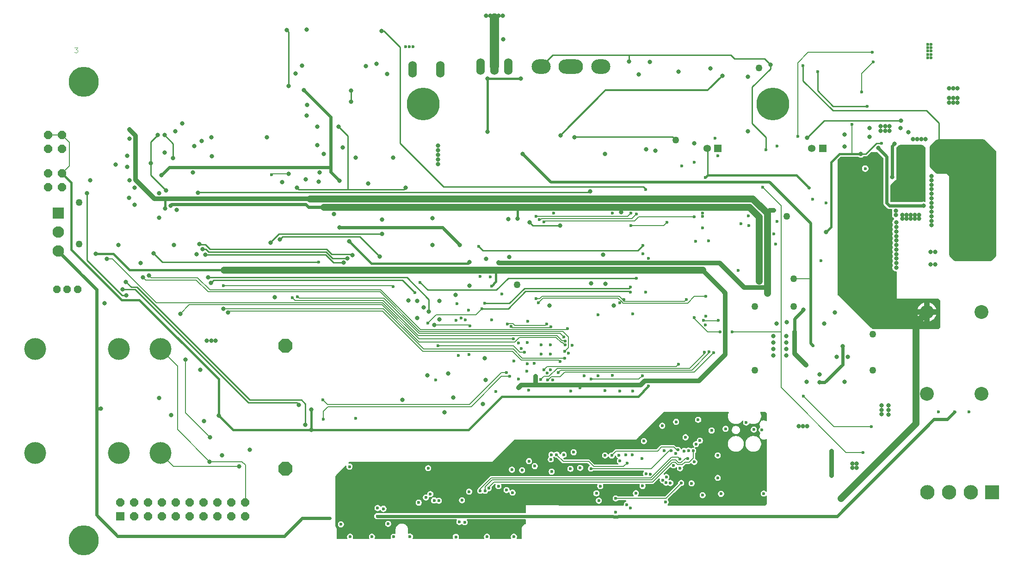
<source format=gbr>
%TF.GenerationSoftware,KiCad,Pcbnew,9.0.5-9.0.5~ubuntu24.04.1*%
%TF.CreationDate,2025-10-22T17:54:56+02:00*%
%TF.ProjectId,EEZ DIB DCP405plus,45455a20-4449-4422-9044-435034303570,r4B2*%
%TF.SameCoordinates,Original*%
%TF.FileFunction,Copper,L3,Inr*%
%TF.FilePolarity,Positive*%
%FSLAX46Y46*%
G04 Gerber Fmt 4.6, Leading zero omitted, Abs format (unit mm)*
G04 Created by KiCad (PCBNEW 9.0.5-9.0.5~ubuntu24.04.1) date 2025-10-22 17:54:56*
%MOMM*%
%LPD*%
G01*
G04 APERTURE LIST*
G04 Aperture macros list*
%AMOutline5P*
0 Free polygon, 5 corners , with rotation*
0 The origin of the aperture is its center*
0 number of corners: always 5*
0 $1 to $10 corner X, Y*
0 $11 Rotation angle, in degrees counterclockwise*
0 create outline with 5 corners*
4,1,5,$1,$2,$3,$4,$5,$6,$7,$8,$9,$10,$1,$2,$11*%
%AMOutline6P*
0 Free polygon, 6 corners , with rotation*
0 The origin of the aperture is its center*
0 number of corners: always 6*
0 $1 to $12 corner X, Y*
0 $13 Rotation angle, in degrees counterclockwise*
0 create outline with 6 corners*
4,1,6,$1,$2,$3,$4,$5,$6,$7,$8,$9,$10,$11,$12,$1,$2,$13*%
%AMOutline7P*
0 Free polygon, 7 corners , with rotation*
0 The origin of the aperture is its center*
0 number of corners: always 7*
0 $1 to $14 corner X, Y*
0 $15 Rotation angle, in degrees counterclockwise*
0 create outline with 7 corners*
4,1,7,$1,$2,$3,$4,$5,$6,$7,$8,$9,$10,$11,$12,$13,$14,$1,$2,$15*%
%AMOutline8P*
0 Free polygon, 8 corners , with rotation*
0 The origin of the aperture is its center*
0 number of corners: always 8*
0 $1 to $16 corner X, Y*
0 $17 Rotation angle, in degrees counterclockwise*
0 create outline with 8 corners*
4,1,8,$1,$2,$3,$4,$5,$6,$7,$8,$9,$10,$11,$12,$13,$14,$15,$16,$1,$2,$17*%
G04 Aperture macros list end*
%ADD10C,0.101600*%
%TA.AperFunction,NonConductor*%
%ADD11C,0.101600*%
%TD*%
%TA.AperFunction,ComponentPad*%
%ADD12O,1.524000X3.048000*%
%TD*%
%TA.AperFunction,ComponentPad*%
%ADD13C,1.270000*%
%TD*%
%TA.AperFunction,ComponentPad*%
%ADD14O,3.500000X2.640000*%
%TD*%
%TA.AperFunction,ComponentPad*%
%ADD15O,4.500000X2.640000*%
%TD*%
%TA.AperFunction,ComponentPad*%
%ADD16R,1.500000X1.500000*%
%TD*%
%TA.AperFunction,ComponentPad*%
%ADD17Outline8P,-0.750000X0.310660X-0.310660X0.750000X0.310660X0.750000X0.750000X0.310660X0.750000X-0.310660X0.310660X-0.750000X-0.310660X-0.750000X-0.750000X-0.310660X180.000000*%
%TD*%
%TA.AperFunction,ComponentPad*%
%ADD18R,2.100000X2.100000*%
%TD*%
%TA.AperFunction,ComponentPad*%
%ADD19C,2.100000*%
%TD*%
%TA.AperFunction,ComponentPad*%
%ADD20Outline8P,-0.675000X0.279594X-0.279594X0.675000X0.279594X0.675000X0.675000X0.279594X0.675000X-0.279594X0.279594X-0.675000X-0.279594X-0.675000X-0.675000X-0.279594X180.000000*%
%TD*%
%TA.AperFunction,ComponentPad*%
%ADD21C,5.500000*%
%TD*%
%TA.AperFunction,ComponentPad*%
%ADD22R,2.640000X2.640000*%
%TD*%
%TA.AperFunction,ComponentPad*%
%ADD23C,2.640000*%
%TD*%
%TA.AperFunction,ComponentPad*%
%ADD24Outline8P,-0.750000X0.310660X-0.310660X0.750000X0.310660X0.750000X0.750000X0.310660X0.750000X-0.310660X0.310660X-0.750000X-0.310660X-0.750000X-0.750000X-0.310660X0.000000*%
%TD*%
%TA.AperFunction,ComponentPad*%
%ADD25R,1.358000X1.358000*%
%TD*%
%TA.AperFunction,ComponentPad*%
%ADD26C,1.358000*%
%TD*%
%TA.AperFunction,ComponentPad*%
%ADD27Outline8P,-1.270000X0.526051X-0.526051X1.270000X0.526051X1.270000X1.270000X0.526051X1.270000X-0.526051X0.526051X-1.270000X-0.526051X-1.270000X-1.270000X-0.526051X0.000000*%
%TD*%
%TA.AperFunction,ComponentPad*%
%ADD28C,2.540000*%
%TD*%
%TA.AperFunction,ComponentPad*%
%ADD29C,4.000000*%
%TD*%
%TA.AperFunction,ComponentPad*%
%ADD30C,6.000000*%
%TD*%
%TA.AperFunction,ViaPad*%
%ADD31C,0.600000*%
%TD*%
%TA.AperFunction,ViaPad*%
%ADD32C,0.806400*%
%TD*%
%TA.AperFunction,Conductor*%
%ADD33C,0.609600*%
%TD*%
%TA.AperFunction,Conductor*%
%ADD34C,0.203200*%
%TD*%
%TA.AperFunction,Conductor*%
%ADD35C,0.254000*%
%TD*%
%TA.AperFunction,Conductor*%
%ADD36C,0.200000*%
%TD*%
%TA.AperFunction,Conductor*%
%ADD37C,0.406400*%
%TD*%
%TA.AperFunction,Conductor*%
%ADD38C,0.812800*%
%TD*%
%TA.AperFunction,Conductor*%
%ADD39C,0.304800*%
%TD*%
%TA.AperFunction,Conductor*%
%ADD40C,1.270000*%
%TD*%
%TA.AperFunction,Conductor*%
%ADD41C,0.508000*%
%TD*%
%TA.AperFunction,Conductor*%
%ADD42C,1.676400*%
%TD*%
G04 APERTURE END LIST*
D10*
D11*
X67773550Y-56734360D02*
X68339607Y-56734360D01*
X68339607Y-56734360D02*
X68034807Y-57082703D01*
X68034807Y-57082703D02*
X68165436Y-57082703D01*
X68165436Y-57082703D02*
X68252522Y-57126246D01*
X68252522Y-57126246D02*
X68296064Y-57169789D01*
X68296064Y-57169789D02*
X68339607Y-57256875D01*
X68339607Y-57256875D02*
X68339607Y-57474589D01*
X68339607Y-57474589D02*
X68296064Y-57561675D01*
X68296064Y-57561675D02*
X68252522Y-57605218D01*
X68252522Y-57605218D02*
X68165436Y-57648760D01*
X68165436Y-57648760D02*
X67904179Y-57648760D01*
X67904179Y-57648760D02*
X67817093Y-57605218D01*
X67817093Y-57605218D02*
X67773550Y-57561675D01*
D12*
%TO.N,Net-(Q17-S)*%
%TO.C,R78*%
X134726100Y-60697500D03*
%TO.N,POST_OUT+*%
X129646100Y-60697500D03*
%TD*%
D13*
%TO.N,+VREF*%
%TO.C,TP2*%
X148818600Y-100152200D03*
%TD*%
%TO.N,PREG_OUT+*%
%TO.C,TP10*%
X193040000Y-60452000D03*
%TD*%
%TO.N,-9V*%
%TO.C,TP3*%
X199390000Y-99060000D03*
%TD*%
%TO.N,Net-(IC13-Vout)*%
%TO.C,TP5*%
X192278000Y-104140000D03*
%TD*%
D14*
%TO.N,Net-(Q14-G)*%
%TO.C,Q14*%
X164098000Y-60212900D03*
D15*
%TO.N,PREG_OUT+*%
X158648000Y-60212900D03*
D14*
%TO.N,POST_OUT+*%
X153198000Y-60212900D03*
%TD*%
D13*
%TO.N,GND*%
%TO.C,TP8*%
X213868000Y-115824000D03*
%TD*%
D16*
%TO.N,/Rsense protection\u002C power output\u002C Rprog/OUTC+*%
%TO.C,X5*%
X76140000Y-142540000D03*
D17*
X76140000Y-140000000D03*
X78680000Y-142540000D03*
X78680000Y-140000000D03*
X81220000Y-142540000D03*
%TO.N,Net-(F1-Pad2)*%
X81220000Y-140000000D03*
X83760000Y-142540000D03*
X83760000Y-140000000D03*
X86300000Y-142540000D03*
X86300000Y-140000000D03*
%TO.N,POST_OUT-*%
X88840000Y-142540000D03*
X88840000Y-140000000D03*
X91380000Y-142540000D03*
X91380000Y-140000000D03*
%TO.N,/Rsense protection\u002C power output\u002C Rprog/OUTC-*%
X93920000Y-142540000D03*
X93920000Y-140000000D03*
X96460000Y-142540000D03*
X96460000Y-140000000D03*
%TO.N,/Rsense protection\u002C power output\u002C Rprog/SENSE_IN-*%
X99000000Y-142540000D03*
%TO.N,/Rsense protection\u002C power output\u002C Rprog/SENSE_IN+*%
X99000000Y-140000000D03*
%TD*%
D18*
%TO.N,Net-(TP11-P$1)*%
%TO.C,X4*%
X64800000Y-87000000D03*
D19*
%TO.N,Net-(TP12-P$1)*%
X64800000Y-90500000D03*
%TO.N,PE*%
X64800000Y-94000000D03*
%TD*%
D13*
%TO.N,Net-(TP11-P$1)*%
%TO.C,TP11*%
X68580000Y-85090000D03*
%TD*%
%TO.N,+VNR*%
%TO.C,TP4*%
X192278000Y-115824000D03*
%TD*%
%TO.N,Net-(IC12-Vout)*%
%TO.C,TP6*%
X199390000Y-104140000D03*
%TD*%
D12*
%TO.N,Net-(Q17-G)*%
%TO.C,Q17*%
X147172100Y-60240300D03*
%TO.N,PREG_OUT-*%
X144632100Y-60240300D03*
%TO.N,Net-(Q17-S)*%
X142092100Y-60240300D03*
%TD*%
D20*
%TO.N,Net-(LED1-C)*%
%TO.C,LED1*%
X66445000Y-101000000D03*
%TO.N,Net-(LED1-AG)*%
X68350000Y-101000000D03*
%TO.N,Net-(LED1-AR)*%
X64540000Y-101000000D03*
%TD*%
D21*
%TO.N,*%
%TO.C,KK1*%
X69500000Y-63000000D03*
%TD*%
D22*
%TO.N,/Power pre-regulator/DC-*%
%TO.C,X3*%
X235781000Y-138176000D03*
D23*
%TO.N,unconnected-(X3-Pin_2-Pad2)*%
X231821000Y-138176000D03*
%TO.N,unconnected-(X3-Pin_3-Pad3)*%
X227861000Y-138176000D03*
%TO.N,/Power pre-regulator/DC+*%
X223901000Y-138176000D03*
%TD*%
D13*
%TO.N,+3V3*%
%TO.C,TP7*%
X198120000Y-87630000D03*
%TD*%
%TO.N,POST_OE*%
%TO.C,TP1*%
X177800000Y-73660000D03*
%TD*%
D24*
%TO.N,+VLED*%
%TO.C,LED3*%
X62930000Y-72730000D03*
%TO.N,Net-(LED3B-C)*%
X62930000Y-75270000D03*
%TO.N,+VLED*%
X65470000Y-72730000D03*
%TO.N,Net-(LED3A-C)*%
X65470000Y-75270000D03*
%TD*%
D25*
%TO.N,OE_TRIG*%
%TO.C,JP4*%
X185565800Y-75184000D03*
D26*
%TO.N,+3V3*%
X183565800Y-75184000D03*
%TD*%
D21*
%TO.N,*%
%TO.C,KK2*%
X69500000Y-147000000D03*
%TD*%
D27*
%TO.N,POST_OUT+*%
%TO.C,F1*%
X106362500Y-111360000D03*
%TO.N,Net-(F1-Pad2)*%
X106362500Y-133860000D03*
%TD*%
D13*
%TO.N,Net-(TP12-P$1)*%
%TO.C,TP12*%
X68580000Y-92710000D03*
%TD*%
D28*
%TO.N,/Power pre-regulator/DC+*%
%TO.C,L1*%
X223803200Y-120149000D03*
%TO.N,DC_OUT*%
X223803200Y-105149000D03*
%TO.N,/Power pre-regulator/DC-*%
X233803200Y-120149000D03*
%TO.N,PREG_OUT-*%
X233803200Y-105149000D03*
%TD*%
D29*
%TO.N,/Rsense protection\u002C power output\u002C Rprog/OUTC+*%
%TO.C,J1*%
X75900000Y-111950000D03*
X60600000Y-111950000D03*
%TO.N,/Rsense protection\u002C power output\u002C Rprog/SENSE_IN+*%
X83500000Y-111950000D03*
%TD*%
D24*
%TO.N,Net-(LED2B-A)*%
%TO.C,LED2*%
X62930000Y-79730000D03*
%TO.N,Net-(LED2B-C)*%
X62930000Y-82270000D03*
%TO.N,+VLED*%
X65470000Y-79730000D03*
%TO.N,Net-(LED2A-C)*%
X65470000Y-82270000D03*
%TD*%
D25*
%TO.N,DC_OUT*%
%TO.C,JP7*%
X204758800Y-75184000D03*
D26*
%TO.N,Net-(JP7-Pad2)*%
X202758800Y-75184000D03*
%TD*%
D13*
%TO.N,DC_OUT*%
%TO.C,TP9*%
X213868000Y-109220000D03*
%TD*%
D30*
%TO.N,unconnected-(KK3-Pad1)*%
%TO.C,KK3*%
X195604800Y-67047000D03*
%TO.N,unconnected-(KK3-Pad2)*%
X131604800Y-67047000D03*
%TD*%
D29*
%TO.N,/Rsense protection\u002C power output\u002C Rprog/OUTC-*%
%TO.C,J2*%
X75900000Y-131000000D03*
X60600000Y-131000000D03*
%TO.N,/Rsense protection\u002C power output\u002C Rprog/SENSE_IN-*%
X83500000Y-131000000D03*
%TD*%
D31*
%TO.N,PE*%
X123190000Y-142550000D03*
X228850200Y-123451000D03*
D32*
X72629500Y-122872500D03*
D31*
X114510000Y-142940000D03*
%TO.N,PWRGOOD*%
X212132600Y-130865000D03*
X150655986Y-110734477D03*
X150723600Y-106857800D03*
X193751200Y-82321400D03*
X181203600Y-106146600D03*
X185928000Y-108839000D03*
X188163200Y-108839000D03*
%TO.N,GND*%
X139344400Y-106578400D03*
D32*
X142539135Y-122038433D03*
X195697000Y-111932800D03*
X84292500Y-75989000D03*
X210164100Y-132960500D03*
X70612000Y-81026000D03*
D31*
X196342000Y-74777600D03*
D32*
X142862300Y-113593300D03*
D31*
X189230000Y-97510600D03*
D32*
X112470278Y-81257563D03*
X205028800Y-107238800D03*
X85982900Y-92903400D03*
X86445300Y-86423500D03*
X209362200Y-113331800D03*
X195697000Y-109583300D03*
X164579300Y-94691200D03*
X201845600Y-126039000D03*
D31*
X150583900Y-116001800D03*
D32*
X181254000Y-74246400D03*
X92928500Y-76624000D03*
X132402000Y-116793400D03*
X201083600Y-126039000D03*
D31*
X153225500Y-112877600D03*
D32*
X143108100Y-95419300D03*
X162356800Y-99923600D03*
X130478100Y-106277800D03*
X201803000Y-117983000D03*
D31*
X181254000Y-77738900D03*
D32*
X123048600Y-59681500D03*
D31*
X151955500Y-114515900D03*
D32*
X198110000Y-113139300D03*
X112609869Y-79612925D03*
D31*
X161074100Y-116840000D03*
D32*
X198110000Y-109583300D03*
D31*
X181510000Y-92190000D03*
D32*
X204177500Y-116600900D03*
D31*
X169976800Y-119634000D03*
X154863800Y-111150400D03*
X154863800Y-112826800D03*
D32*
X127812800Y-121202800D03*
D31*
X183860000Y-92160000D03*
D32*
X195697000Y-113075800D03*
D31*
X166268000Y-87073400D03*
D32*
X143078200Y-117627400D03*
X147153200Y-88154900D03*
D31*
X142000107Y-98672400D03*
D32*
X105791000Y-81335000D03*
D31*
X119214500Y-124601900D03*
D32*
X198120000Y-107061000D03*
X136140700Y-116448300D03*
X115301600Y-87202400D03*
X119278000Y-76913400D03*
X90083700Y-94581800D03*
X121524600Y-81627100D03*
D31*
X172300500Y-101551400D03*
X153225500Y-111163100D03*
D32*
X154703200Y-103966400D03*
X164977500Y-99953200D03*
X207284300Y-113331800D03*
X173056152Y-59323900D03*
X73304400Y-103555800D03*
D31*
X149017900Y-117462300D03*
X143916000Y-98693900D03*
D32*
X210926100Y-133722500D03*
X137552000Y-102010600D03*
X109458600Y-60000000D03*
D31*
X202907500Y-84531200D03*
D32*
X121080100Y-60126000D03*
X210164100Y-133722500D03*
X87467500Y-70591500D03*
D31*
X148209000Y-114147600D03*
D32*
X77747500Y-84214400D03*
X110285100Y-69143000D03*
X89471500Y-79629000D03*
X198110000Y-110726300D03*
D31*
X191171300Y-89350100D03*
D32*
X75847000Y-92880000D03*
D31*
X205384000Y-85166200D03*
D32*
X200321600Y-126039000D03*
X215493600Y-123901200D03*
X110271400Y-53459500D03*
X77851000Y-81026000D03*
X215493600Y-123088400D03*
X83248500Y-120904000D03*
X130541600Y-103090100D03*
X196265800Y-107289600D03*
X135466400Y-123503300D03*
X198110000Y-111932800D03*
X110348600Y-67238000D03*
X195697000Y-110726300D03*
X208749500Y-117934400D03*
X137101400Y-120829800D03*
X215493600Y-122288300D03*
D31*
X145973800Y-101828600D03*
D32*
X184198500Y-60547450D03*
D31*
X191158600Y-87534000D03*
D32*
X206933800Y-105232200D03*
D31*
X196138800Y-92735400D03*
D32*
X77815500Y-73385500D03*
D31*
X144179200Y-106578400D03*
D32*
X79886900Y-96205400D03*
D31*
X158623000Y-119659400D03*
D32*
X210926100Y-132960500D03*
%TO.N,POST_OUT+*%
X92798900Y-110439200D03*
X104423900Y-102489000D03*
X146219600Y-55236500D03*
D31*
X194360800Y-75412600D03*
X129755500Y-56593400D03*
D32*
X195152700Y-59872000D03*
X88074500Y-113919000D03*
X93624400Y-110439200D03*
X91973400Y-110439200D03*
D31*
X129057000Y-56593400D03*
D32*
X169316000Y-59265400D03*
X102988800Y-73143500D03*
X92583000Y-128143000D03*
D31*
X128358500Y-56593400D03*
D32*
%TO.N,I_MON*%
X108516000Y-82401800D03*
X147383500Y-95097600D03*
X128401500Y-82363700D03*
X116127100Y-71175000D03*
%TO.N,SENSE-*%
X99885500Y-130429000D03*
X123659500Y-95025600D03*
X105346500Y-91884500D03*
%TO.N,SENSE+*%
X124040500Y-88256500D03*
X103695500Y-92456000D03*
X94805500Y-131381500D03*
X124040500Y-90860000D03*
D31*
%TO.N,U_MON*%
X140022400Y-112979200D03*
X141757000Y-93115600D03*
X171792500Y-92978900D03*
D32*
%TO.N,I_SET*%
X91698500Y-94644600D03*
D31*
X132461000Y-107162600D03*
D32*
X85835400Y-76966900D03*
D31*
X169519600Y-101523800D03*
D32*
X84286000Y-72750500D03*
D31*
X142367000Y-104546400D03*
D32*
X117035000Y-96117800D03*
%TO.N,POST_OE*%
X159300600Y-73118100D03*
D31*
%TO.N,U_SET_OUT*%
X137820000Y-103646900D03*
X137617200Y-106654600D03*
D32*
%TO.N,GCOM*%
X116260300Y-89704300D03*
X109791500Y-64507500D03*
X83689100Y-80129200D03*
X138320200Y-92892000D03*
X116260300Y-81081000D03*
D31*
%TO.N,+VREF*%
X138582400Y-106248200D03*
D32*
X140088200Y-100326700D03*
X140081000Y-96037400D03*
X118063700Y-92218900D03*
%TO.N,CURR_HI*%
X106997500Y-63754000D03*
D31*
X107619800Y-102514400D03*
D32*
X107004700Y-79823320D03*
D31*
X157637201Y-110450855D03*
X103809800Y-80010000D03*
D32*
X106652900Y-53471200D03*
D31*
%TO.N,OE_TRIG*%
X183261000Y-107543600D03*
%TO.N,CV_ACTIVE*%
X170649500Y-87200400D03*
X149593300Y-111887000D03*
X152882600Y-88226900D03*
%TO.N,CC_ACTIVE*%
X169633500Y-87009900D03*
X149072600Y-110807500D03*
X152260300Y-87655400D03*
D32*
%TO.N,/Power pre-regulator/SW*%
X220347588Y-79939282D03*
X221173088Y-79939282D03*
X221173088Y-79113782D03*
X218696588Y-79113782D03*
X219522088Y-79939282D03*
X221998588Y-79113782D03*
X218696588Y-79939282D03*
X221998588Y-79939282D03*
X220347588Y-79113782D03*
X219522088Y-79113782D03*
%TO.N,AUX_USET_SW*%
X95072200Y-104597200D03*
D31*
X157543500Y-113599203D03*
%TO.N,RSENSE*%
X157581600Y-111201200D03*
D32*
X87147400Y-105460800D03*
D31*
%TO.N,RSENSE_ERR*%
X148124000Y-110101200D03*
D32*
X73661000Y-95402400D03*
%TO.N,U_SET*%
X117750165Y-95337600D03*
D31*
X138053901Y-113085701D03*
D32*
X128909500Y-103052000D03*
X91203200Y-93654000D03*
D31*
X142836500Y-103583400D03*
X169545000Y-100609400D03*
X139928598Y-104817300D03*
D32*
X131690800Y-104309300D03*
D31*
%TO.N,/Power pre-regulator/VCC*%
X210108800Y-70764400D03*
D32*
X205333600Y-90530600D03*
D31*
X215521588Y-74224282D03*
D32*
X211711588Y-76192782D03*
D31*
%TO.N,/Power pre-regulator/FB*%
X212900488Y-67490782D03*
X203796500Y-61165400D03*
%TO.N,/Power pre-regulator/AGND*%
X213995000Y-59359800D03*
X211912200Y-64897000D03*
%TO.N,+3V3*%
X182714500Y-89760000D03*
X176260000Y-88710000D03*
D32*
X110083600Y-80899000D03*
X182714500Y-97487400D03*
D31*
X183286400Y-80492600D03*
X202209000Y-82372200D03*
X178962100Y-78437400D03*
D32*
X95102100Y-97487400D03*
X109245000Y-97487400D03*
X134599100Y-103090100D03*
D31*
X160337500Y-119011700D03*
X182720000Y-87630000D03*
X149085300Y-119024400D03*
X152146000Y-116916200D03*
D32*
X134611800Y-106481000D03*
D31*
X182720000Y-87070000D03*
X169633500Y-89295900D03*
D32*
X71687175Y-94525789D03*
D31*
X144106500Y-100421400D03*
D32*
X134581500Y-97487400D03*
D31*
%TO.N,~{OVP_FAULT}*%
X153678421Y-88675300D03*
X133883400Y-117576600D03*
X150152100Y-112522000D03*
X181215900Y-87750000D03*
X134327900Y-111311600D03*
%TO.N,ISO_OE_SYNC*%
X185521600Y-76530200D03*
X183095900Y-112483900D03*
X153111200Y-117500400D03*
D32*
%TO.N,/Power pre-regulator/EN_ULVO*%
X219077588Y-70096782D03*
X201853800Y-73253600D03*
%TO.N,Net-(K1A-C2)*%
X91440000Y-125158500D03*
X77266800Y-102108000D03*
X70040500Y-83439000D03*
X85471000Y-124079000D03*
%TO.N,/Power pre-regulator/HO*%
X217871088Y-74351282D03*
X217490088Y-80447282D03*
%TO.N,/Power pre-regulator/LO*%
X223205088Y-85654282D03*
X214886588Y-75113282D03*
%TO.N,/Rsense protection\u002C power output\u002C Rprog/AUX_OUT*%
X118686000Y-94720800D03*
X90669800Y-92676100D03*
%TO.N,/Rsense protection\u002C power output\u002C Rprog/SENSE_IN+*%
X92519500Y-132588000D03*
%TO.N,/Rsense protection\u002C power output\u002C Rprog/SENSE_IN-*%
X97917000Y-133413500D03*
%TO.N,DC_OUT*%
X212854588Y-95369782D03*
D31*
X223936200Y-56741800D03*
D32*
X210965200Y-81209282D03*
X191012500Y-72076700D03*
X220411088Y-72192282D03*
X210965200Y-83685782D03*
X214061088Y-86606782D03*
X210965200Y-82860282D03*
X212854588Y-88765782D03*
X213934088Y-103053282D03*
X210965200Y-80383782D03*
X212854588Y-94544282D03*
X210965200Y-84511282D03*
D31*
X223936200Y-57961000D03*
X223936200Y-56132200D03*
D32*
X210965200Y-86162282D03*
X209252400Y-82860282D03*
D31*
X223936200Y-58570600D03*
D32*
X209252400Y-83685782D03*
D31*
X225958400Y-123444000D03*
D32*
X212854588Y-96195282D03*
X210965200Y-85336782D03*
X209252400Y-85336782D03*
D31*
X223936200Y-57351400D03*
X224545800Y-56132200D03*
D32*
X209252400Y-84511282D03*
X212854588Y-90416782D03*
X208068600Y-139247000D03*
X213045088Y-100894282D03*
X209252400Y-82034782D03*
X212854588Y-93718782D03*
X213934088Y-100894282D03*
X213045088Y-103053282D03*
D31*
X224545800Y-57351400D03*
X224545800Y-56741800D03*
D32*
X212854588Y-92893282D03*
X209252400Y-81209282D03*
X214061088Y-87368782D03*
X210965200Y-82034782D03*
X209252400Y-86162282D03*
X212854588Y-97020782D03*
X209252400Y-80383782D03*
X212854588Y-89591282D03*
D31*
X224545800Y-57961000D03*
X224545800Y-58570600D03*
D32*
X212854588Y-91242282D03*
X212854588Y-92067782D03*
X191012500Y-62081800D03*
%TO.N,+VNR*%
X199570500Y-108757800D03*
X201752200Y-114935000D03*
D31*
X204444600Y-95732600D03*
D32*
X201218800Y-104749600D03*
D31*
X195757800Y-90830400D03*
%TO.N,AUX_ISET_SW*%
X156654500Y-114185700D03*
D32*
X95852400Y-105257600D03*
%TO.N,I_SERVO*%
X116882600Y-75010400D03*
X112229500Y-74627400D03*
%TO.N,LOOP_CTRL*%
X151058300Y-88726400D03*
X164863200Y-76191500D03*
X156632546Y-89315956D03*
%TO.N,SENSE_PROT*%
X162183500Y-83027600D03*
X178332998Y-61165400D03*
X174096100Y-75632700D03*
X90376766Y-83352136D03*
D31*
%TO.N,CURR_LO*%
X157314900Y-109766100D03*
X108610574Y-102370800D03*
D32*
X108229000Y-61482902D03*
%TO.N,CV_LED_OUT*%
X80329726Y-98849067D03*
D31*
X157522063Y-112328025D03*
D32*
X78740000Y-85534500D03*
%TO.N,CC_LED_OUT*%
X81434022Y-98491651D03*
D31*
X157988000Y-108191300D03*
D32*
X78740000Y-82423000D03*
D31*
X158191200Y-112712500D03*
D32*
%TO.N,I_SET_OUT*%
X126136003Y-76889994D03*
D31*
X140191400Y-107721400D03*
D32*
X133604000Y-107569000D03*
D31*
%TO.N,POST_OUT-*%
X95072200Y-100304600D03*
X131025500Y-99709900D03*
X170649500Y-98947900D03*
X171792500Y-94502900D03*
X126111000Y-100482400D03*
D32*
X90805000Y-115722400D03*
%TO.N,-9V*%
X204190600Y-118033800D03*
D31*
X202971400Y-111302800D03*
D32*
X149851800Y-76216900D03*
X208408250Y-111397200D03*
%TO.N,V+*%
X110850100Y-84383000D03*
X84391500Y-86169500D03*
X162221600Y-96206700D03*
D31*
X144907000Y-119710200D03*
D32*
X77809000Y-71734500D03*
X194564000Y-101650800D03*
X166458900Y-104013000D03*
X112253450Y-71238500D03*
X166603100Y-96206700D03*
X119809950Y-84383000D03*
X145440000Y-96117800D03*
D31*
X195783200Y-86563200D03*
D32*
%TO.N,V-*%
X85341550Y-85643371D03*
X125023300Y-61580150D03*
X193065000Y-99455894D03*
X148855000Y-88015200D03*
X167847700Y-86910300D03*
X123486600Y-85907000D03*
X113402800Y-85907000D03*
X113409150Y-76178800D03*
%TO.N,PREG_OUT-*%
X218188588Y-94544282D03*
X143876450Y-50855000D03*
X229384588Y-66797379D03*
X222760588Y-73525782D03*
X229384588Y-65971879D03*
X213299088Y-73081282D03*
X145400450Y-50855000D03*
X220835588Y-87366186D03*
D31*
X172300500Y-82691900D03*
D32*
X228602588Y-64191282D03*
D31*
X212519488Y-78883182D03*
D32*
X213299088Y-71430282D03*
X218188588Y-90416782D03*
X216789000Y-123926600D03*
X224665588Y-85146282D03*
X218188588Y-95369782D03*
X220073588Y-88064686D03*
X221236588Y-73525782D03*
X228622588Y-66797379D03*
X224475088Y-94163282D03*
D31*
X172858352Y-95324094D03*
D32*
X225300588Y-96449282D03*
X221998588Y-73525782D03*
X224665588Y-83495282D03*
X216789000Y-123090400D03*
X224665588Y-88448282D03*
X221597588Y-88064686D03*
X218188588Y-88765782D03*
X218188588Y-97020782D03*
X219311588Y-88064686D03*
X229384588Y-64193879D03*
X216156588Y-71112782D03*
X224665588Y-84320782D03*
X224475088Y-96449282D03*
X144638450Y-50855000D03*
X218125088Y-86606782D03*
X224665588Y-80256782D03*
X224665588Y-89273782D03*
X143114450Y-50855000D03*
X220073588Y-87366186D03*
X208709488Y-74882682D03*
X227860588Y-66797379D03*
X219311588Y-87366186D03*
X218188588Y-89591282D03*
X218188588Y-91242282D03*
X218188588Y-92067782D03*
X218950588Y-71430282D03*
X224665588Y-82669782D03*
X146162450Y-50855000D03*
X218125088Y-87368782D03*
X220835588Y-88064686D03*
X222359588Y-87366186D03*
X224665588Y-81844282D03*
X218188588Y-92893282D03*
X227860588Y-65971879D03*
X216156588Y-71938282D03*
X221597588Y-87366186D03*
X216982088Y-71112782D03*
X208727088Y-72636782D03*
X224665588Y-85971782D03*
X224665588Y-87622782D03*
X223522588Y-73525782D03*
X227860588Y-64193879D03*
X224665588Y-86797282D03*
X225300588Y-94163282D03*
X218188588Y-96195282D03*
X224665588Y-81018782D03*
X215331088Y-71938282D03*
X216789000Y-122275600D03*
D31*
X231546400Y-123444000D03*
D32*
X222359588Y-88064686D03*
X216982088Y-71938282D03*
X124001100Y-53712500D03*
X218188588Y-93718782D03*
X215331088Y-71112782D03*
X228622588Y-65971879D03*
D31*
%TO.N,ISO_DA_SCLK*%
X152704800Y-103441500D03*
X183331300Y-102311200D03*
X167610700Y-103441500D03*
X164909500Y-119545100D03*
%TO.N,ISO_DA_MISO*%
X167589200Y-119608600D03*
X169976800Y-105537000D03*
%TO.N,ISO_DA_MOSI*%
X166217600Y-116776500D03*
X179781200Y-102870000D03*
X168376600Y-102831900D03*
X152274382Y-102722977D03*
%TO.N,DIB_3V3*%
X136240000Y-135300000D03*
X146320000Y-134050000D03*
X136173300Y-137525679D03*
X180238400Y-125755400D03*
X161747200Y-131860200D03*
X175514000Y-127406400D03*
X185902600Y-125095000D03*
X170777650Y-137036800D03*
X184226200Y-138455400D03*
X136313300Y-133822879D03*
X181190900Y-139979400D03*
X120200000Y-146200000D03*
X120200000Y-145500000D03*
X157160000Y-134690000D03*
X170193450Y-137036800D03*
X150305376Y-131547600D03*
%TO.N,~{ISO_DAC_CS}*%
X163626800Y-105625900D03*
X163614100Y-116810700D03*
D32*
%TO.N,Net-(IC11-PH)*%
X206354100Y-130611000D03*
X206354100Y-135119500D03*
D31*
%TO.N,Net-(C47-Pad1)*%
X213639400Y-126161800D03*
X201168000Y-120548400D03*
D32*
%TO.N,Net-(IC16A--IN)*%
X118413100Y-64634500D03*
X118413100Y-66603000D03*
%TO.N,Net-(IC17B-+IN)*%
X133272100Y-88002500D03*
X133272100Y-92892000D03*
%TO.N,Net-(LED2B-A)*%
X75311000Y-78168500D03*
D31*
%TO.N,/DIB isolators\u002C EEPROM\u002C ADC\u002C MCU/DA_CLK*%
X180213000Y-130530600D03*
X164896800Y-131419600D03*
%TO.N,/DIB isolators\u002C EEPROM\u002C ADC\u002C MCU/DA_MOSI*%
X178238967Y-130404600D03*
X166116000Y-131445000D03*
%TO.N,/DIB isolators\u002C EEPROM\u002C ADC\u002C MCU/DA_MISO*%
X167436800Y-131394200D03*
X179374800Y-130606800D03*
D32*
%TO.N,Net-(LED1-AR)*%
X77152500Y-99631500D03*
X110045500Y-125785000D03*
%TO.N,Net-(LED1-AG)*%
X76581000Y-101028500D03*
X108839000Y-122165500D03*
%TO.N,Net-(C70-Pad1)*%
X230063088Y-87622782D03*
X230063088Y-84320782D03*
X230063088Y-83495282D03*
D31*
X201121700Y-60045600D03*
D32*
X230634588Y-77843782D03*
X230063088Y-85971782D03*
X230063088Y-85146282D03*
X230063088Y-81844282D03*
X230063088Y-82669782D03*
X230063088Y-86797282D03*
X230634588Y-76256282D03*
X230634588Y-75430782D03*
X230063088Y-81018782D03*
X230063088Y-88448282D03*
X230063088Y-89273782D03*
X230634588Y-77081782D03*
%TO.N,Net-(IC22A-OUT)*%
X83255419Y-87890919D03*
X83270000Y-83418500D03*
%TO.N,Net-(IC21B--IN)*%
X81746000Y-77907700D03*
X84522400Y-82870400D03*
X83016000Y-72750500D03*
%TO.N,Net-(IC20A-O)*%
X91073000Y-73847900D03*
D31*
X130073000Y-101614900D03*
D32*
X92727200Y-99826200D03*
X77406500Y-76517500D03*
%TO.N,Net-(IC20B-O)*%
X92219200Y-98835600D03*
X132656000Y-105109400D03*
X89683500Y-74769800D03*
X77406500Y-78613000D03*
%TO.N,Net-(IC20B-I0)*%
X86254500Y-72052000D03*
X92840900Y-73154900D03*
D31*
%TO.N,/DIB isolators\u002C EEPROM\u002C ADC\u002C MCU/AC_FREQ*%
X138709304Y-139639304D03*
X133596796Y-139665993D03*
%TO.N,/DIB isolators\u002C EEPROM\u002C ADC\u002C MCU/NRST*%
X181229000Y-132588000D03*
X184404000Y-126873000D03*
X182270400Y-128727200D03*
%TO.N,/DIB isolators\u002C EEPROM\u002C ADC\u002C MCU/~{ISO_ADC_CS}*%
X162369500Y-117462300D03*
X171704000Y-116814600D03*
%TO.N,/DIB isolators\u002C EEPROM\u002C ADC\u002C MCU/DIB_OE_SYNC*%
X152031700Y-133388100D03*
X130788400Y-140080000D03*
%TO.N,/DIB isolators\u002C EEPROM\u002C ADC\u002C MCU/SWCLK*%
X190740683Y-125412051D03*
X176057924Y-136432663D03*
%TO.N,/DIB isolators\u002C EEPROM\u002C ADC\u002C MCU/SWO*%
X176859001Y-136482241D03*
X192125600Y-126669800D03*
%TO.N,/DIB isolators\u002C EEPROM\u002C ADC\u002C MCU/DIB_BOOT0*%
X166852600Y-139293600D03*
X166840000Y-141851600D03*
X178841400Y-136474200D03*
%TO.N,/DIB isolators\u002C EEPROM\u002C ADC\u002C MCU/DIB_UART_TX*%
X147960000Y-138240000D03*
X171636932Y-132001600D03*
%TO.N,/DIB isolators\u002C EEPROM\u002C ADC\u002C MCU/IOEXP_MISO*%
X168910000Y-132860000D03*
X156032200Y-131292600D03*
%TO.N,/DIB isolators\u002C EEPROM\u002C ADC\u002C MCU/~{IOEXP_IRQ}*%
X179628800Y-128101000D03*
X157327600Y-131292600D03*
%TO.N,/DIB isolators\u002C EEPROM\u002C ADC\u002C MCU/IOEXP_CLK*%
X164021553Y-137067238D03*
X158572200Y-133870700D03*
%TO.N,/DIB isolators\u002C EEPROM\u002C ADC\u002C MCU/IOEXP_MOSI*%
X155067000Y-131292600D03*
X181533800Y-129362200D03*
%TO.N,/DIB isolators\u002C EEPROM\u002C ADC\u002C MCU/SWDIO*%
X176122602Y-135381002D03*
X186950493Y-126549293D03*
%TO.N,/DAC\u002C OE\u002C Vref\u002C IOEXP\u002C Temp/~{SET_DP}*%
X155498800Y-87045800D03*
X158842800Y-111277400D03*
%TO.N,/DIB isolators\u002C EEPROM\u002C ADC\u002C MCU/~{DIB_ALERT}*%
X167608225Y-132436990D03*
%TO.N,/DAC\u002C OE\u002C Vref\u002C IOEXP\u002C Temp/OE_LED_GREEN*%
X113258600Y-121225700D03*
X147015200Y-107340400D03*
X146820800Y-116255800D03*
X154180692Y-107400957D03*
%TO.N,/DIB isolators\u002C EEPROM\u002C ADC\u002C MCU/ADC_IRQ*%
X168732200Y-131292600D03*
X177825400Y-131038600D03*
%TO.N,ISO_IOEXP_SCLK*%
X184746900Y-112649000D03*
X154292288Y-116307932D03*
X154406600Y-117602000D03*
%TO.N,ISO_IOEXP_MOSI*%
X154917850Y-115732452D03*
X155346400Y-117576600D03*
%TO.N,ISO_IOEXP_MISO*%
X150647400Y-114655600D03*
X156337000Y-116268500D03*
X183972200Y-112433100D03*
%TO.N,/DIB isolators\u002C EEPROM\u002C ADC\u002C MCU/~{DIB_RESET}*%
X123260000Y-141060000D03*
X172008800Y-128803400D03*
X150970000Y-132470000D03*
%TO.N,~{ISO_RESET}*%
X178358800Y-114693700D03*
X150939500Y-119507172D03*
X153691700Y-115722500D03*
%TO.N,/DIB isolators\u002C EEPROM\u002C ADC\u002C MCU/DIB_MOSI*%
X169530000Y-141090000D03*
X139197300Y-143670000D03*
X178627519Y-133796023D03*
%TO.N,/DIB isolators\u002C EEPROM\u002C ADC\u002C MCU/DIB_CSA*%
X179994765Y-131984357D03*
X142930000Y-137920000D03*
%TO.N,/DIB isolators\u002C EEPROM\u002C ADC\u002C MCU/DIB_SCL*%
X125200000Y-143940000D03*
X145371899Y-137059644D03*
X132913317Y-138510868D03*
%TO.N,/DIB isolators\u002C EEPROM\u002C ADC\u002C MCU/DIB_SDA*%
X132101600Y-139130751D03*
X146870000Y-137770000D03*
%TO.N,/DAC\u002C OE\u002C Vref\u002C IOEXP\u002C Temp/OE_LED_RED*%
X113322100Y-124819800D03*
X147472400Y-116967000D03*
X147675600Y-107823000D03*
X154943900Y-107827800D03*
%TO.N,/DIB isolators\u002C EEPROM\u002C ADC\u002C MCU/DIB_USB_D-*%
X172386098Y-134779641D03*
%TO.N,/DIB isolators\u002C EEPROM\u002C ADC\u002C MCU/DIB_USB_D+*%
X173139402Y-134846867D03*
%TO.N,/DIB isolators\u002C EEPROM\u002C ADC\u002C MCU/DIB_MISO*%
X143600000Y-137440000D03*
X181028722Y-130569785D03*
%TO.N,/DIB isolators\u002C EEPROM\u002C ADC\u002C MCU/DIB_IRQ*%
X178605264Y-132101740D03*
X142050000Y-137920000D03*
%TO.N,/DIB isolators\u002C EEPROM\u002C ADC\u002C MCU/DIB_SCLK*%
X168870000Y-140438400D03*
X138230000Y-143610000D03*
X177444400Y-133248400D03*
%TO.N,/DIB isolators\u002C EEPROM\u002C ADC\u002C MCU/~{DIB_FAULT}*%
X124330751Y-141190751D03*
X154956376Y-132162459D03*
%TO.N,/DAC\u002C OE\u002C Vref\u002C IOEXP\u002C Temp/TEMP_CS*%
X185623200Y-106680000D03*
X182940000Y-106670000D03*
%TO.N,DIB_GND*%
X132510000Y-133760000D03*
X175451586Y-135973636D03*
X143280000Y-146290000D03*
X175715700Y-130551992D03*
X170536350Y-138348800D03*
X182753000Y-138709400D03*
X185521600Y-135534400D03*
X160346112Y-133709556D03*
X116550000Y-144060000D03*
X118110000Y-133480000D03*
X147840000Y-134030000D03*
X122220000Y-146290000D03*
X177901600Y-125272800D03*
X169890376Y-131283800D03*
X185510000Y-131420000D03*
X137578400Y-146349998D03*
X193586100Y-126746000D03*
X149710000Y-134140000D03*
X118220000Y-146300000D03*
X175361600Y-125984000D03*
X163753800Y-139700000D03*
X175990000Y-139980000D03*
X129190000Y-146290000D03*
X140020000Y-138070000D03*
X193941700Y-138417300D03*
X181940200Y-124891800D03*
X171770000Y-137030000D03*
X180740587Y-136543494D03*
X126210000Y-146330000D03*
X148200000Y-146290000D03*
X134470000Y-139730000D03*
X159156400Y-130848950D03*
X186131200Y-138468100D03*
%TO.N,Net-(IC4-PB6)*%
X155121449Y-134402863D03*
X163320123Y-138370400D03*
%TO.N,Net-(IC4-PB10)*%
X162318700Y-133832600D03*
X177021400Y-130550198D03*
D32*
%TO.N,Net-(D18-PadC)*%
X134357800Y-76343900D03*
X149504000Y-62412000D03*
X143362100Y-62412000D03*
X134357800Y-75493000D03*
X134357800Y-74642100D03*
X134357800Y-78045700D03*
X143362100Y-72127500D03*
X134357800Y-77194800D03*
%TO.N,Net-(C84-Pad1)*%
X186397500Y-61863900D03*
X156722500Y-72787900D03*
%TO.N,Net-(C105-Pad2)*%
X82250700Y-94443381D03*
D31*
X112483500Y-96026900D03*
D32*
%TO.N,Net-(Q13-PadB)*%
X171094000Y-61612400D03*
X172427500Y-75325900D03*
D31*
%TO.N,DUTY_100*%
X185013600Y-73329800D03*
X183311800Y-105943400D03*
X213817200Y-57607200D03*
X200177400Y-72999600D03*
%TO.N,+VLED*%
X172847000Y-118719600D03*
D32*
X111125000Y-126746000D03*
X94183200Y-124155200D03*
X111125000Y-123063000D03*
D31*
%TO.N,Net-(IC14-IN)*%
X189760000Y-88970000D03*
X196418200Y-88595200D03*
%TD*%
D33*
%TO.N,PE*%
X225115400Y-124790200D02*
X207365600Y-142540000D01*
X166485930Y-142706400D02*
X166319530Y-142540000D01*
X69075300Y-98285300D02*
X71818500Y-101028500D01*
X71818500Y-101028500D02*
X71818500Y-142368500D01*
X167360470Y-142540000D02*
X167194070Y-142706400D01*
X71867500Y-122872500D02*
X72629500Y-122872500D01*
X228850200Y-123473200D02*
X227533200Y-124790200D01*
X109460000Y-142940000D02*
X114510000Y-142940000D01*
X167194070Y-142706400D02*
X166485930Y-142706400D01*
X75652400Y-146202400D02*
X106197600Y-146202400D01*
X71818500Y-142368500D02*
X75652400Y-146202400D01*
X123200000Y-142540000D02*
X123190000Y-142550000D01*
X166319530Y-142540000D02*
X123200000Y-142540000D01*
X106197600Y-146202400D02*
X109460000Y-142940000D01*
X207365600Y-142540000D02*
X167360470Y-142540000D01*
X227533200Y-124790200D02*
X225115400Y-124790200D01*
X69075300Y-98275300D02*
X69075300Y-98285300D01*
X64800000Y-94000000D02*
X69075300Y-98275300D01*
D34*
%TO.N,PWRGOOD*%
X197104000Y-118999000D02*
X197104000Y-108839000D01*
X188163200Y-108839000D02*
X197104000Y-108839000D01*
X181203600Y-106375200D02*
X181203600Y-106146600D01*
X208970000Y-130865000D02*
X197104000Y-118999000D01*
X185928000Y-108839000D02*
X183667400Y-108839000D01*
X197104000Y-85674200D02*
X193751200Y-82321400D01*
X183667400Y-108839000D02*
X181203600Y-106375200D01*
X197104000Y-108839000D02*
X197104000Y-85674200D01*
X212132600Y-130865000D02*
X208970000Y-130865000D01*
D35*
%TO.N,POST_OUT+*%
X188586800Y-58792500D02*
X194073200Y-58792500D01*
D36*
X88074500Y-123634500D02*
X88074500Y-114173000D01*
D35*
X191820800Y-63931800D02*
X191820800Y-70637400D01*
X191820800Y-70637400D02*
X194360800Y-73177400D01*
X155316900Y-58094000D02*
X153198000Y-60212900D01*
X169316000Y-58094000D02*
X187888300Y-58094000D01*
D36*
X92583000Y-128143000D02*
X88074500Y-123634500D01*
D35*
X187888300Y-58094000D02*
X188586800Y-58792500D01*
X194073200Y-58792500D02*
X195152700Y-59872000D01*
X169316000Y-58094000D02*
X169316000Y-58945400D01*
X195152700Y-60599900D02*
X191820800Y-63931800D01*
X194360800Y-73177400D02*
X194360800Y-75412600D01*
X169316000Y-58094000D02*
X155316900Y-58094000D01*
X195152700Y-59872000D02*
X195152700Y-60599900D01*
%TO.N,I_MON*%
X108808100Y-82693900D02*
X108516000Y-82401800D01*
X128071300Y-82693900D02*
X128401500Y-82363700D01*
X117822400Y-72870300D02*
X117822400Y-82693900D01*
X117822400Y-82693900D02*
X108808100Y-82693900D01*
X116127100Y-71175000D02*
X117822400Y-72870300D01*
X117822400Y-82693900D02*
X128071300Y-82693900D01*
%TO.N,SENSE-*%
X119989200Y-91355300D02*
X105875700Y-91355300D01*
X105875700Y-91355300D02*
X105346500Y-91884500D01*
X123659500Y-95025600D02*
X119989200Y-91355300D01*
%TO.N,SENSE+*%
X124027800Y-90847300D02*
X105219500Y-90847300D01*
X103695500Y-92456000D02*
X103695500Y-92371300D01*
X124040500Y-90860000D02*
X124027800Y-90847300D01*
X103695500Y-92371300D02*
X105219500Y-90847300D01*
%TO.N,U_MON*%
X170860400Y-93911000D02*
X171792500Y-92978900D01*
X141757000Y-93115600D02*
X142552400Y-93911000D01*
X142552400Y-93911000D02*
X170860400Y-93911000D01*
%TO.N,I_SET*%
X142367000Y-104546400D02*
X147150900Y-104546400D01*
X169354500Y-101358700D02*
X169519600Y-101523800D01*
X117035000Y-96117800D02*
X115218600Y-96117800D01*
X113745400Y-94644600D02*
X91698500Y-94644600D01*
D34*
X132461000Y-107162600D02*
X133985000Y-105638600D01*
D35*
X84286000Y-72750500D02*
X85835400Y-74299900D01*
X85835400Y-74299900D02*
X85835400Y-76966900D01*
D34*
X133985000Y-105638600D02*
X141274800Y-105638600D01*
D35*
X115218600Y-96117800D02*
X113745400Y-94644600D01*
X150338600Y-101358700D02*
X169354500Y-101358700D01*
D34*
X141274800Y-105638600D02*
X142367000Y-104546400D01*
D35*
X147150900Y-104546400D02*
X150338600Y-101358700D01*
%TO.N,POST_OE*%
X177243400Y-73103400D02*
X177800000Y-73660000D01*
X159300600Y-73118100D02*
X159315300Y-73103400D01*
X159315300Y-73103400D02*
X177243400Y-73103400D01*
D33*
%TO.N,GCOM*%
X114710900Y-79531600D02*
X114710900Y-78676500D01*
X114710900Y-78676500D02*
X114710900Y-69426900D01*
X114710900Y-78676500D02*
X85141800Y-78676500D01*
X85141800Y-78676500D02*
X83689100Y-80129200D01*
X114710900Y-69426900D02*
X109791500Y-64507500D01*
X116260300Y-89704300D02*
X135132500Y-89704300D01*
X116260300Y-81081000D02*
X114710900Y-79531600D01*
X135132500Y-89704300D02*
X138320200Y-92892000D01*
D37*
%TO.N,+VREF*%
X118063700Y-92218900D02*
X122125700Y-96280900D01*
X139837500Y-96280900D02*
X140081000Y-96037400D01*
X122125700Y-96280900D02*
X139837500Y-96280900D01*
D35*
%TO.N,CURR_HI*%
X106997500Y-53815800D02*
X106997500Y-63754000D01*
D34*
X157637201Y-110450855D02*
X157604046Y-110417700D01*
X124247792Y-103022400D02*
X108127800Y-103022400D01*
X103996480Y-79823320D02*
X103809800Y-80010000D01*
X130674992Y-109449600D02*
X124247792Y-103022400D01*
X157604046Y-110417700D02*
X157044998Y-110417700D01*
X156076898Y-109449600D02*
X130674992Y-109449600D01*
X108127800Y-103022400D02*
X107619800Y-102514400D01*
D35*
X106652900Y-53471200D02*
X106997500Y-53815800D01*
D34*
X107004700Y-79823320D02*
X103996480Y-79823320D01*
X157044998Y-110417700D02*
X156076898Y-109449600D01*
%TO.N,CV_ACTIVE*%
X170649500Y-87200400D02*
X169826200Y-88023700D01*
X169826200Y-88023700D02*
X153242716Y-88023700D01*
X153242716Y-88023700D02*
X153039516Y-88226900D01*
X153039516Y-88226900D02*
X152882600Y-88226900D01*
%TO.N,CC_ACTIVE*%
X169000700Y-87642700D02*
X152273000Y-87642700D01*
X152273000Y-87642700D02*
X152260300Y-87655400D01*
X169633500Y-87009900D02*
X169000700Y-87642700D01*
%TO.N,AUX_USET_SW*%
X148076894Y-111963200D02*
X131668494Y-111963200D01*
X131668494Y-111963200D02*
X124302494Y-104597200D01*
X157543500Y-113599203D02*
X149712897Y-113599203D01*
X124302494Y-104597200D02*
X95072200Y-104597200D01*
X149712897Y-113599203D02*
X148076894Y-111963200D01*
%TO.N,RSENSE*%
X130875804Y-110656200D02*
X148360300Y-110656200D01*
X124029404Y-103809800D02*
X130875804Y-110656200D01*
X148360300Y-110656200D02*
X149209300Y-109807200D01*
X155931604Y-109807200D02*
X156897704Y-110773300D01*
X88798400Y-103809800D02*
X124029404Y-103809800D01*
X149209300Y-109807200D02*
X155931604Y-109807200D01*
X156897704Y-110773300D02*
X157108006Y-110773300D01*
X157108006Y-110773300D02*
X157535906Y-111201200D01*
X87147400Y-105460800D02*
X88798400Y-103809800D01*
X157535906Y-111201200D02*
X157581600Y-111201200D01*
%TO.N,RSENSE_ERR*%
X82753200Y-103454200D02*
X74701400Y-95402400D01*
X124176698Y-103454200D02*
X82753200Y-103454200D01*
X74701400Y-95402400D02*
X73661000Y-95402400D01*
X148124000Y-110101200D02*
X130823698Y-110101200D01*
X130823698Y-110101200D02*
X124176698Y-103454200D01*
D35*
%TO.N,U_SET*%
X92308100Y-94136600D02*
X113856464Y-94136600D01*
X115050264Y-95330400D02*
X117742965Y-95330400D01*
X91203200Y-93654000D02*
X91825500Y-93654000D01*
X142836500Y-103583400D02*
X147390000Y-103583400D01*
X117742965Y-95330400D02*
X117750165Y-95337600D01*
X150110000Y-100863400D02*
X169291000Y-100863400D01*
X113856464Y-94136600D02*
X115050264Y-95330400D01*
X169291000Y-100863400D02*
X169545000Y-100609400D01*
X147390000Y-103583400D02*
X150110000Y-100863400D01*
X91825500Y-93654000D02*
X92308100Y-94136600D01*
%TO.N,/Power pre-regulator/VCC*%
X212600588Y-76192782D02*
X214569088Y-74224282D01*
D37*
X206273000Y-89204800D02*
X206273000Y-89591200D01*
X207830018Y-76192782D02*
X206273000Y-77749800D01*
X206273000Y-89591200D02*
X205333600Y-90530600D01*
D35*
X215521588Y-74224282D02*
X214569088Y-74224282D01*
X212600588Y-76192782D02*
X211203588Y-76192782D01*
D37*
X211203588Y-76192782D02*
X211711588Y-76192782D01*
X211203588Y-76192782D02*
X210108800Y-76192782D01*
X206273000Y-77749800D02*
X206273000Y-89204800D01*
D34*
X210108800Y-70764400D02*
X210108800Y-76192782D01*
D37*
X210108800Y-76192782D02*
X207830018Y-76192782D01*
D35*
%TO.N,/Power pre-regulator/FB*%
X203796500Y-64629900D02*
X203796500Y-61165400D01*
X206657382Y-67490782D02*
X203796500Y-64629900D01*
X212900488Y-67490782D02*
X206657382Y-67490782D01*
D34*
%TO.N,/Power pre-regulator/AGND*%
X211912200Y-64897000D02*
X211912200Y-61442600D01*
X211912200Y-61442600D02*
X213995000Y-59359800D01*
D35*
%TO.N,+3V3*%
X183648600Y-75184000D02*
X183648600Y-80130400D01*
D37*
X183286400Y-80492600D02*
X183692800Y-80086200D01*
D38*
X172186600Y-117754400D02*
X182067200Y-117754400D01*
D34*
X169633500Y-89295900D02*
X175674100Y-89295900D01*
D37*
X202184000Y-82372200D02*
X199898000Y-80086200D01*
X74891589Y-94525789D02*
X71687175Y-94525789D01*
D38*
X149558928Y-118550772D02*
X149085300Y-119024400D01*
X152146000Y-118550772D02*
X149558928Y-118550772D01*
X152146000Y-116916200D02*
X152146000Y-118550772D01*
D39*
X160337500Y-119011700D02*
X160337500Y-118550772D01*
D38*
X182067200Y-117754400D02*
X186902000Y-112919600D01*
D35*
X183648600Y-80130400D02*
X183286400Y-80492600D01*
D37*
X183692800Y-80086200D02*
X199898000Y-80086200D01*
D40*
X144932000Y-97487400D02*
X139555481Y-97487400D01*
D37*
X134611800Y-103102800D02*
X134599100Y-103090100D01*
D40*
X144932000Y-97487400D02*
X182714500Y-97487400D01*
D38*
X160337500Y-118550772D02*
X171390228Y-118550772D01*
D37*
X95102100Y-97487400D02*
X77853200Y-97487400D01*
D38*
X160337500Y-118550772D02*
X152704800Y-118550772D01*
D37*
X202209000Y-82372200D02*
X202184000Y-82372200D01*
D34*
X175674100Y-89295900D02*
X176260000Y-88710000D01*
D40*
X139555481Y-97487400D02*
X95102100Y-97487400D01*
D38*
X186902000Y-112919600D02*
X186902000Y-101674900D01*
X152704800Y-118550772D02*
X152146000Y-118550772D01*
D37*
X144932000Y-97487400D02*
X144932000Y-99595900D01*
D38*
X186902000Y-101674900D02*
X182714500Y-97487400D01*
D37*
X77853200Y-97487400D02*
X74891589Y-94525789D01*
D38*
X171390228Y-118550772D02*
X172186600Y-117754400D01*
D37*
X144932000Y-99595900D02*
X144106500Y-100421400D01*
D33*
X202206800Y-82370000D02*
X202209000Y-82372200D01*
D34*
%TO.N,~{OVP_FAULT}*%
X153678421Y-88509497D02*
X153678421Y-88675300D01*
X153694318Y-88493600D02*
X170307000Y-88493600D01*
X134327900Y-111311600D02*
X148096398Y-111311600D01*
X148096398Y-111311600D02*
X149306798Y-112522000D01*
X171050600Y-87750000D02*
X181215900Y-87750000D01*
X149306798Y-112522000D02*
X150152100Y-112522000D01*
X170307000Y-88493600D02*
X171050600Y-87750000D01*
%TO.N,ISO_OE_SYNC*%
X183095900Y-112737900D02*
X183095900Y-112483900D01*
X180352700Y-115481100D02*
X183095900Y-112737900D01*
X153111200Y-117500400D02*
X153670000Y-116941600D01*
X156210000Y-115481100D02*
X180352700Y-115481100D01*
X153670000Y-116941600D02*
X154660600Y-116941600D01*
X154660600Y-116941600D02*
X156121100Y-115481100D01*
X156121100Y-115481100D02*
X156210000Y-115481100D01*
D35*
%TO.N,/Power pre-regulator/EN_ULVO*%
X205010618Y-70096782D02*
X201853800Y-73253600D01*
X219077588Y-70096782D02*
X205010618Y-70096782D01*
%TO.N,Net-(K1A-C2)*%
X76479400Y-102108000D02*
X77266800Y-102108000D01*
X70040500Y-83439000D02*
X70040500Y-95669100D01*
X70040500Y-95669100D02*
X76479400Y-102108000D01*
D33*
%TO.N,/Power pre-regulator/HO*%
X217481588Y-80438782D02*
X217490088Y-80447282D01*
X217481588Y-74740782D02*
X217481588Y-80438782D01*
X217481588Y-74740782D02*
X217871088Y-74351282D01*
%TO.N,/Power pre-regulator/LO*%
X214886588Y-75135788D02*
X216474088Y-76723288D01*
X216918588Y-85654282D02*
X223205088Y-85654282D01*
X216474088Y-76723288D02*
X216474088Y-85209782D01*
X216474088Y-85209782D02*
X216918588Y-85654282D01*
X214886588Y-75113282D02*
X214886588Y-75135788D01*
D35*
%TO.N,/Rsense protection\u002C power output\u002C Rprog/AUX_OUT*%
X92536700Y-93628600D02*
X113923200Y-93628600D01*
X114852000Y-94557400D02*
X118522600Y-94557400D01*
X118522600Y-94557400D02*
X118686000Y-94720800D01*
X113923200Y-93628600D02*
X114852000Y-94557400D01*
X90822200Y-92828500D02*
X91736600Y-92828500D01*
X91736600Y-92828500D02*
X92536700Y-93628600D01*
X90669800Y-92676100D02*
X90822200Y-92828500D01*
D36*
%TO.N,/Rsense protection\u002C power output\u002C Rprog/SENSE_IN+*%
X86614000Y-115064000D02*
X86614000Y-126682500D01*
X98425000Y-132588000D02*
X99060000Y-133223000D01*
X98425000Y-132588000D02*
X92519500Y-132588000D01*
X83500000Y-111950000D02*
X86614000Y-115064000D01*
X86614000Y-126682500D02*
X92519500Y-132588000D01*
X99060000Y-133223000D02*
X99060000Y-140000000D01*
%TO.N,/Rsense protection\u002C power output\u002C Rprog/SENSE_IN-*%
X83500000Y-131000000D02*
X85913500Y-133413500D01*
X85913500Y-133413500D02*
X97917000Y-133413500D01*
D40*
%TO.N,DC_OUT*%
X221744800Y-125570800D02*
X221744800Y-107207400D01*
X221744800Y-107207400D02*
X223803200Y-105149000D01*
X208068600Y-139247000D02*
X221744800Y-125570800D01*
D33*
%TO.N,+VNR*%
X199570500Y-108757800D02*
X199570500Y-106397900D01*
D38*
X199570500Y-108757800D02*
X199570500Y-112753300D01*
X199570500Y-112753300D02*
X201752200Y-114935000D01*
D33*
X199570500Y-106397900D02*
X201218800Y-104749600D01*
D34*
%TO.N,AUX_ISET_SW*%
X124180600Y-104978200D02*
X96131800Y-104978200D01*
X156425900Y-113957100D02*
X149567900Y-113957100D01*
X131521200Y-112318800D02*
X124180600Y-104978200D01*
X156654500Y-114185700D02*
X156425900Y-113957100D01*
X149567900Y-113957100D02*
X147929600Y-112318800D01*
X96131800Y-104978200D02*
X95852400Y-105257600D01*
X147929600Y-112318800D02*
X131521200Y-112318800D01*
D35*
%TO.N,LOOP_CTRL*%
X151058300Y-88726400D02*
X151647856Y-89315956D01*
X151647856Y-89315956D02*
X156632546Y-89315956D01*
%TO.N,SENSE_PROT*%
X162021900Y-83189200D02*
X90539702Y-83189200D01*
X90539702Y-83189200D02*
X90376766Y-83352136D01*
X162183500Y-83027600D02*
X162021900Y-83189200D01*
D34*
%TO.N,CURR_LO*%
X124388332Y-102660046D02*
X108899820Y-102660046D01*
X108899820Y-102660046D02*
X108610574Y-102370800D01*
X156642800Y-109094000D02*
X130822286Y-109094000D01*
X157314900Y-109766100D02*
X156642800Y-109094000D01*
X130822286Y-109094000D02*
X124388332Y-102660046D01*
%TO.N,CV_LED_OUT*%
X157214300Y-108738400D02*
X158191200Y-109715300D01*
X123704180Y-101473000D02*
X130969580Y-108738400D01*
X158191200Y-111658888D02*
X157522063Y-112328025D01*
X90043000Y-99314000D02*
X92202000Y-101473000D01*
D35*
X80329726Y-98849067D02*
X80329726Y-98871726D01*
D34*
X92202000Y-101473000D02*
X123704180Y-101473000D01*
X158191200Y-109715300D02*
X158191200Y-111658888D01*
X80329726Y-98871726D02*
X80772000Y-99314000D01*
X80772000Y-99314000D02*
X90043000Y-99314000D01*
X130969580Y-108738400D02*
X157214300Y-108738400D01*
%TO.N,CC_LED_OUT*%
X90297000Y-98869500D02*
X92544900Y-101117400D01*
X81494371Y-98552000D02*
X81811871Y-98869500D01*
X81811871Y-98869500D02*
X90297000Y-98869500D01*
X123851474Y-101117400D02*
X124431774Y-101697700D01*
X92544900Y-101117400D02*
X123851474Y-101117400D01*
X157797500Y-108381800D02*
X157988000Y-108191300D01*
D35*
X81494371Y-98552000D02*
X81434022Y-98491651D01*
D34*
X124433188Y-101697700D02*
X131117288Y-108381800D01*
X124431774Y-101697700D02*
X124433188Y-101697700D01*
X131117288Y-108381800D02*
X157149639Y-108381800D01*
X157149639Y-108381800D02*
X157797500Y-108381800D01*
%TO.N,I_SET_OUT*%
X140039000Y-107569000D02*
X140191400Y-107721400D01*
X133604000Y-107569000D02*
X140039000Y-107569000D01*
D35*
%TO.N,POST_OUT-*%
X145019100Y-101106900D02*
X147178100Y-98947900D01*
X131025500Y-99709900D02*
X132422500Y-101106900D01*
D34*
X126111000Y-100482400D02*
X125933200Y-100304600D01*
D35*
X132422500Y-101106900D02*
X145019100Y-101106900D01*
X147178100Y-98947900D02*
X170649500Y-98947900D01*
D34*
X125933200Y-100304600D02*
X95072200Y-100304600D01*
D33*
%TO.N,-9V*%
X208408250Y-111397200D02*
X208382850Y-111422600D01*
D41*
X195048800Y-81358400D02*
X202590000Y-88899600D01*
D33*
X208382850Y-111422600D02*
X208382850Y-114781350D01*
D41*
X202590000Y-88899600D02*
X202590000Y-99060000D01*
D34*
X199390000Y-99060000D02*
X202590000Y-99060000D01*
D41*
X154993300Y-81358400D02*
X195048800Y-81358400D01*
X202590000Y-99060000D02*
X202590000Y-110921400D01*
D33*
X208382850Y-114781350D02*
X205130400Y-118033800D01*
D41*
X202590000Y-110921400D02*
X202971400Y-111302800D01*
D33*
X205130400Y-118033800D02*
X204190600Y-118033800D01*
D41*
X149851800Y-76216900D02*
X154993300Y-81358400D01*
D38*
%TO.N,V+*%
X84391500Y-84383000D02*
X82376400Y-84383000D01*
X110850100Y-84383000D02*
X84391500Y-84383000D01*
X195783200Y-86563200D02*
X195063223Y-86563200D01*
X185878800Y-96206700D02*
X166603100Y-96206700D01*
X190385300Y-100713200D02*
X188175500Y-98503400D01*
D40*
X194564000Y-87062423D02*
X194564000Y-101650800D01*
D38*
X82376400Y-84383000D02*
X78973100Y-80979700D01*
X78973100Y-72898600D02*
X77809000Y-71734500D01*
D40*
X119809950Y-84383000D02*
X191884577Y-84383000D01*
D38*
X195063223Y-86563200D02*
X194564000Y-87062423D01*
D37*
X84391500Y-86169500D02*
X84391500Y-84383000D01*
D38*
X78973100Y-79756000D02*
X78973100Y-72898600D01*
D40*
X119809950Y-84383000D02*
X110850100Y-84383000D01*
X191884577Y-84383000D02*
X194564000Y-87062423D01*
D38*
X166603100Y-96206700D02*
X162221600Y-96206700D01*
X188175500Y-98503400D02*
X185878800Y-96206700D01*
X162221600Y-96206700D02*
X145528900Y-96206700D01*
X78973100Y-80979700D02*
X78973100Y-79756000D01*
X145528900Y-96206700D02*
X145440000Y-96117800D01*
X194045817Y-100713200D02*
X190385300Y-100713200D01*
D40*
%TO.N,V-*%
X193065000Y-87685000D02*
X193065000Y-92437778D01*
D33*
X85341550Y-85634650D02*
X85544600Y-85431600D01*
X85544600Y-85431600D02*
X87560600Y-85431600D01*
X113402800Y-85907000D02*
X110608500Y-85907000D01*
D40*
X148670700Y-85907000D02*
X167517500Y-85907000D01*
D37*
X148867700Y-86104000D02*
X148670700Y-85907000D01*
D40*
X191287000Y-85907000D02*
X193065000Y-87685000D01*
D37*
X148855000Y-88015200D02*
X148867700Y-86104000D01*
D40*
X193065000Y-92437778D02*
X193065000Y-99455894D01*
X167517500Y-85907000D02*
X191287000Y-85907000D01*
X123486600Y-85907000D02*
X113402800Y-85907000D01*
D33*
X110133100Y-85431600D02*
X87560600Y-85431600D01*
X85341550Y-85643371D02*
X85341550Y-85634650D01*
X110608500Y-85907000D02*
X110133100Y-85431600D01*
D37*
X167847700Y-86910300D02*
X167847700Y-86237200D01*
X167847700Y-86237200D02*
X167517500Y-85907000D01*
D40*
X123486600Y-85907000D02*
X148670700Y-85907000D01*
D35*
%TO.N,PREG_OUT-*%
X124001100Y-53712500D02*
X124398100Y-53712500D01*
X144638600Y-51229500D02*
X144632100Y-51312200D01*
X172237000Y-82628400D02*
X172300500Y-82691900D01*
X172237000Y-82564900D02*
X172237000Y-82628400D01*
X127342500Y-74256500D02*
X135333400Y-82247400D01*
X124398100Y-53712500D02*
X127342500Y-56656900D01*
X145400450Y-50855000D02*
X144638450Y-50855000D01*
X146162450Y-50855000D02*
X145400450Y-50855000D01*
X143876450Y-50855000D02*
X143114450Y-50855000D01*
X171919500Y-82247400D02*
X172237000Y-82564900D01*
D42*
X144632100Y-60240300D02*
X144632100Y-51312200D01*
D35*
X135333400Y-82247400D02*
X171919500Y-82247400D01*
X127342500Y-56656900D02*
X127342500Y-74256500D01*
X144638450Y-50855000D02*
X143876450Y-50855000D01*
X144638450Y-50855000D02*
X144638600Y-51229500D01*
D34*
%TO.N,ISO_DA_SCLK*%
X168211500Y-103543100D02*
X180022500Y-103543100D01*
X167845650Y-103206550D02*
X167610700Y-103441500D01*
X167291600Y-102623200D02*
X167982900Y-103314500D01*
X180022500Y-103543100D02*
X181254400Y-102311200D01*
X167982900Y-103314500D02*
X168211500Y-103543100D01*
X181254400Y-102311200D02*
X183331300Y-102311200D01*
X167874950Y-103206550D02*
X167845650Y-103206550D01*
X153523100Y-102623200D02*
X167291600Y-102623200D01*
X167982900Y-103314500D02*
X167874950Y-103206550D01*
X152704800Y-103441500D02*
X153523100Y-102623200D01*
%TO.N,ISO_DA_MOSI*%
X179463700Y-103187500D02*
X168389300Y-103187500D01*
X168211500Y-102997000D02*
X168198800Y-102997000D01*
X168389300Y-103187500D02*
X168198800Y-102997000D01*
X168198800Y-102997000D02*
X167469400Y-102267600D01*
X168376600Y-102831900D02*
X168211500Y-102997000D01*
X152951206Y-102692200D02*
X152305159Y-102692200D01*
X152305159Y-102692200D02*
X152274382Y-102722977D01*
X153375806Y-102267600D02*
X152951206Y-102692200D01*
D35*
X179768500Y-102882700D02*
X179781200Y-102870000D01*
D34*
X167469400Y-102267600D02*
X153375806Y-102267600D01*
X179768500Y-102882700D02*
X179463700Y-103187500D01*
D38*
%TO.N,Net-(IC11-PH)*%
X206354100Y-135119500D02*
X206354100Y-130611000D01*
D34*
%TO.N,Net-(C47-Pad1)*%
X201218800Y-120548400D02*
X201168000Y-120548400D01*
X206832200Y-126161800D02*
X201218800Y-120548400D01*
X213639400Y-126161800D02*
X206832200Y-126161800D01*
D35*
%TO.N,Net-(IC16A--IN)*%
X118413100Y-66603000D02*
X118413100Y-64634500D01*
D34*
%TO.N,/DIB isolators\u002C EEPROM\u002C ADC\u002C MCU/DA_MOSI*%
X177474393Y-129898598D02*
X175231602Y-129898598D01*
X174498000Y-130632200D02*
X166928800Y-130632200D01*
X166116000Y-131445000D02*
X166928800Y-130632200D01*
X177980395Y-130404600D02*
X177474393Y-129898598D01*
X175231602Y-129898598D02*
X174498000Y-130632200D01*
X178238967Y-130404600D02*
X177980395Y-130404600D01*
%TO.N,/DIB isolators\u002C EEPROM\u002C ADC\u002C MCU/DA_MISO*%
X167436800Y-131394200D02*
X167436800Y-131343400D01*
D35*
%TO.N,Net-(LED1-AR)*%
X79225836Y-100622100D02*
X99888736Y-121285000D01*
X78143100Y-100622100D02*
X79225836Y-100622100D01*
X109347000Y-121285000D02*
X110045500Y-121983500D01*
X110045500Y-121983500D02*
X110045500Y-125785000D01*
X99888736Y-121285000D02*
X109347000Y-121285000D01*
X77152500Y-99631500D02*
X78143100Y-100622100D01*
%TO.N,Net-(LED1-AG)*%
X76581000Y-101028500D02*
X78832288Y-101028500D01*
X99596788Y-121793000D02*
X108466500Y-121793000D01*
X78832288Y-101028500D02*
X99596788Y-121793000D01*
X108466500Y-121793000D02*
X108839000Y-122165500D01*
%TO.N,Net-(C70-Pad1)*%
X223682206Y-68275200D02*
X225973688Y-70566682D01*
X225973688Y-70566682D02*
X225973688Y-73913132D01*
X201121700Y-60045600D02*
X201121700Y-62793300D01*
X201121700Y-62793300D02*
X206603600Y-68275200D01*
X206603600Y-68275200D02*
X223682206Y-68275200D01*
%TO.N,Net-(IC21B--IN)*%
X81746000Y-74006800D02*
X81746000Y-77907700D01*
X83016000Y-72750500D02*
X83002300Y-72750500D01*
X81746000Y-80094000D02*
X81746000Y-77907700D01*
X83002300Y-72750500D02*
X81746000Y-74006800D01*
X84522400Y-82870400D02*
X81746000Y-80094000D01*
%TO.N,Net-(IC20A-O)*%
X127772100Y-99314000D02*
X130073000Y-101614900D01*
X92727200Y-99826200D02*
X93239400Y-99314000D01*
X93239400Y-99314000D02*
X127772100Y-99314000D01*
%TO.N,Net-(IC20B-O)*%
X132656000Y-105109400D02*
X132656000Y-102864400D01*
X128627200Y-98835600D02*
X92219200Y-98835600D01*
X132656000Y-102864400D02*
X128627200Y-98835600D01*
D34*
%TO.N,/DIB isolators\u002C EEPROM\u002C ADC\u002C MCU/~{ISO_ADC_CS}*%
X171056300Y-117462300D02*
X171704000Y-116814600D01*
X162369500Y-117462300D02*
X171056300Y-117462300D01*
%TO.N,/DIB isolators\u002C EEPROM\u002C ADC\u002C MCU/SWCLK*%
X176057924Y-136367182D02*
X176057924Y-136432663D01*
%TO.N,/DIB isolators\u002C EEPROM\u002C ADC\u002C MCU/SWO*%
X176859001Y-136312787D02*
X176859001Y-136482241D01*
%TO.N,/DIB isolators\u002C EEPROM\u002C ADC\u002C MCU/DIB_BOOT0*%
X166859000Y-139300000D02*
X166852600Y-139293600D01*
X176015600Y-139300000D02*
X166859000Y-139300000D01*
X178841400Y-136474200D02*
X176015600Y-139300000D01*
%TO.N,/DIB isolators\u002C EEPROM\u002C ADC\u002C MCU/IOEXP_MISO*%
X161897902Y-132511800D02*
X162863102Y-133477000D01*
X157251400Y-132511800D02*
X161897902Y-132511800D01*
X156032200Y-131292600D02*
X157251400Y-132511800D01*
X162863102Y-133477000D02*
X168293000Y-133477000D01*
X168293000Y-133477000D02*
X168910000Y-132860000D01*
%TO.N,/DIB isolators\u002C EEPROM\u002C ADC\u002C MCU/SWDIO*%
X186950493Y-126739507D02*
X186950493Y-126549293D01*
%TO.N,/DAC\u002C OE\u002C Vref\u002C IOEXP\u002C Temp/OE_LED_GREEN*%
X140106400Y-122072400D02*
X145923000Y-116255800D01*
X154180692Y-107400957D02*
X154047735Y-107268000D01*
X148060400Y-107268000D02*
X148410200Y-107617800D01*
X113258600Y-121225700D02*
X114105300Y-122072400D01*
X147265400Y-107268000D02*
X148060400Y-107268000D01*
X145923000Y-116255800D02*
X146820800Y-116255800D01*
X153963849Y-107617800D02*
X154180692Y-107400957D01*
X147193000Y-107340400D02*
X147265400Y-107268000D01*
X114105300Y-122072400D02*
X140106400Y-122072400D01*
X147015200Y-107340400D02*
X147193000Y-107340400D01*
X148410200Y-107617800D02*
X153963849Y-107617800D01*
%TO.N,ISO_IOEXP_SCLK*%
X184746900Y-112649000D02*
X181203600Y-116192300D01*
X154503094Y-117602000D02*
X154406600Y-117602000D01*
X157505400Y-116192300D02*
X156686250Y-117011450D01*
X155093644Y-117011450D02*
X154503094Y-117602000D01*
X156686250Y-117011450D02*
X155093644Y-117011450D01*
X181203600Y-116192300D02*
X157505400Y-116192300D01*
%TO.N,ISO_IOEXP_MISO*%
X156337000Y-116268500D02*
X156768800Y-115836700D01*
X156768800Y-115836700D02*
X180771800Y-115836700D01*
X180771800Y-115836700D02*
X183972200Y-112636300D01*
X183972200Y-112636300D02*
X183972200Y-112433100D01*
%TO.N,~{ISO_RESET}*%
X154292215Y-115121985D02*
X177930515Y-115121985D01*
X177930515Y-115121985D02*
X178358800Y-114693700D01*
X153691700Y-115722500D02*
X154292215Y-115121985D01*
%TO.N,/DIB isolators\u002C EEPROM\u002C ADC\u002C MCU/DIB_MOSI*%
X178627519Y-133796023D02*
X178616342Y-133807200D01*
%TO.N,/DIB isolators\u002C EEPROM\u002C ADC\u002C MCU/DIB_CSA*%
X142948400Y-137901600D02*
X142930000Y-137920000D01*
X142948400Y-137170098D02*
X142948400Y-137901600D01*
X173449694Y-135923200D02*
X144195298Y-135923200D01*
X178803470Y-132753340D02*
X178335362Y-132753340D01*
X179994765Y-131984357D02*
X179572453Y-131984357D01*
X178335362Y-132753340D02*
X177862379Y-132280357D01*
X144195298Y-135923200D02*
X142948400Y-137170098D01*
X177092537Y-132280357D02*
X173449694Y-135923200D01*
X177862379Y-132280357D02*
X177092537Y-132280357D01*
X179572453Y-131984357D02*
X178803470Y-132753340D01*
%TO.N,/DAC\u002C OE\u002C Vref\u002C IOEXP\u002C Temp/OE_LED_RED*%
X147878800Y-108026200D02*
X147675600Y-107823000D01*
X154745500Y-108026200D02*
X147878800Y-108026200D01*
X154943900Y-107827800D02*
X154745500Y-108026200D01*
X113322100Y-123329700D02*
X114173000Y-122478800D01*
X113322100Y-124819800D02*
X113322100Y-123329700D01*
X140385800Y-122478800D02*
X145897600Y-116967000D01*
X154746500Y-108025200D02*
X154943900Y-107827800D01*
X114173000Y-122478800D02*
X140385800Y-122478800D01*
X145897600Y-116967000D02*
X147472400Y-116967000D01*
%TO.N,/DIB isolators\u002C EEPROM\u002C ADC\u002C MCU/DIB_MISO*%
X178188068Y-133108940D02*
X177715085Y-132635957D01*
X143600000Y-137230000D02*
X143600000Y-137440000D01*
X179022460Y-133108940D02*
X178188068Y-133108940D01*
X177239831Y-132635957D02*
X173596988Y-136278800D01*
X177715085Y-132635957D02*
X177239831Y-132635957D01*
X181028722Y-131871902D02*
X180264667Y-132635957D01*
X181028722Y-130569785D02*
X181028722Y-131871902D01*
X180264667Y-132635957D02*
X179495443Y-132635957D01*
X179495443Y-132635957D02*
X179022460Y-133108940D01*
X173596988Y-136278800D02*
X144551200Y-136278800D01*
X144551200Y-136278800D02*
X143600000Y-137230000D01*
%TO.N,/DIB isolators\u002C EEPROM\u002C ADC\u002C MCU/DIB_IRQ*%
X173302400Y-135567600D02*
X144048004Y-135567600D01*
X142050000Y-137565604D02*
X142050000Y-137920000D01*
X178605264Y-132101740D02*
X178278724Y-131775200D01*
X144048004Y-135567600D02*
X142050000Y-137565604D01*
X177094800Y-131775200D02*
X173302400Y-135567600D01*
X178278724Y-131775200D02*
X177094800Y-131775200D01*
%TO.N,/DAC\u002C OE\u002C Vref\u002C IOEXP\u002C Temp/TEMP_CS*%
X183000000Y-106730000D02*
X182940000Y-106670000D01*
X185623200Y-106680000D02*
X185573200Y-106730000D01*
X185573200Y-106730000D02*
X183000000Y-106730000D01*
%TO.N,Net-(IC4-PB10)*%
X173357400Y-133832600D02*
X162318700Y-133832600D01*
X177207647Y-130564153D02*
X176625847Y-130564153D01*
X176625847Y-130564153D02*
X173357400Y-133832600D01*
D37*
%TO.N,Net-(D18-PadC)*%
X143362100Y-72127500D02*
X143362100Y-62412000D01*
X143362100Y-62412000D02*
X149504000Y-62412000D01*
D39*
%TO.N,Net-(C84-Pad1)*%
X183703100Y-64558300D02*
X186397500Y-61863900D01*
X164952100Y-64558300D02*
X183703100Y-64558300D01*
X156722500Y-72787900D02*
X164952100Y-64558300D01*
D35*
%TO.N,Net-(C105-Pad2)*%
X112483500Y-96026900D02*
X83834900Y-96026900D01*
X83834900Y-96026900D02*
X82251381Y-94443381D01*
X82251381Y-94443381D02*
X82250700Y-94443381D01*
D34*
%TO.N,DUTY_100*%
X202080600Y-57609000D02*
X213815400Y-57609000D01*
X202080600Y-57609000D02*
X200177400Y-59512200D01*
X200177400Y-59512200D02*
X200177400Y-72999600D01*
X213815400Y-57609000D02*
X213817200Y-57607200D01*
D37*
%TO.N,+VLED*%
X111125000Y-126746000D02*
X96774000Y-126746000D01*
D38*
X65471100Y-79733600D02*
X65493500Y-79756000D01*
D36*
X66802000Y-74064500D02*
X66802000Y-78402700D01*
D37*
X76377800Y-102920800D02*
X79654400Y-102920800D01*
X111125000Y-126746000D02*
X111125000Y-123063000D01*
X145999200Y-120624600D02*
X139877800Y-126746000D01*
D36*
X65471100Y-72733600D02*
X66802000Y-74064500D01*
D37*
X94183200Y-117449600D02*
X94183200Y-124155200D01*
X67157600Y-81420100D02*
X67157600Y-93700600D01*
X65471100Y-79733600D02*
X67157600Y-81420100D01*
D36*
X66802000Y-78402700D02*
X65471100Y-79733600D01*
D37*
X96774000Y-126746000D02*
X94183200Y-124155200D01*
X172847000Y-118719600D02*
X170942000Y-120624600D01*
X139877800Y-126746000D02*
X111125000Y-126746000D01*
D36*
X62931100Y-72733600D02*
X65471100Y-72733600D01*
D37*
X67157600Y-93700600D02*
X76377800Y-102920800D01*
X170942000Y-120624600D02*
X145999200Y-120624600D01*
X79654400Y-102920800D02*
X94183200Y-117449600D01*
%TD*%
%TA.AperFunction,Conductor*%
%TO.N,/Power pre-regulator/SW*%
G36*
X222864960Y-74542860D02*
G01*
X222883476Y-74545297D01*
X222971810Y-74556927D01*
X223003572Y-74565437D01*
X223095452Y-74603495D01*
X223123928Y-74619935D01*
X223209441Y-74685552D01*
X223221823Y-74696412D01*
X223431457Y-74906046D01*
X223442318Y-74918429D01*
X223507932Y-75003939D01*
X223524376Y-75032420D01*
X223562430Y-75124291D01*
X223570943Y-75156062D01*
X223585010Y-75262908D01*
X223586088Y-75279355D01*
X223586088Y-84790069D01*
X223583667Y-84814651D01*
X223571298Y-84876832D01*
X223538390Y-84939742D01*
X223476695Y-84974873D01*
X223418053Y-84973044D01*
X223417820Y-84974217D01*
X223411752Y-84973010D01*
X223411750Y-84973009D01*
X223330947Y-84956936D01*
X223274871Y-84945782D01*
X223274869Y-84945782D01*
X223135307Y-84945782D01*
X223135304Y-84945782D01*
X223054062Y-84961942D01*
X222998426Y-84973009D01*
X222998424Y-84973009D01*
X222998418Y-84973011D01*
X222869492Y-85026415D01*
X222864090Y-85029303D01*
X222804692Y-85044182D01*
X217297996Y-85044182D01*
X217275708Y-85037637D01*
X217252561Y-85035705D01*
X217234410Y-85025511D01*
X217229875Y-85024180D01*
X217221303Y-85018152D01*
X217207534Y-85007587D01*
X217184282Y-84984335D01*
X217123741Y-84905437D01*
X217107298Y-84876955D01*
X217093778Y-84844312D01*
X217084188Y-84796097D01*
X217084188Y-82034780D01*
X217085840Y-82026470D01*
X217084910Y-82021312D01*
X217093779Y-81986563D01*
X217107299Y-81953922D01*
X217123744Y-81925438D01*
X217189358Y-81839928D01*
X217200203Y-81827561D01*
X218039798Y-80987967D01*
X218188588Y-80839177D01*
X218188588Y-80579747D01*
X218191009Y-80555165D01*
X218198588Y-80517063D01*
X218198588Y-80377501D01*
X218191009Y-80339398D01*
X218188588Y-80314816D01*
X218188588Y-75279355D01*
X218189666Y-75262909D01*
X218189819Y-75261746D01*
X218203733Y-75156055D01*
X218212242Y-75124299D01*
X218250302Y-75032413D01*
X218266739Y-75003944D01*
X218332364Y-74918420D01*
X218343210Y-74906054D01*
X218552860Y-74696404D01*
X218565226Y-74685558D01*
X218650750Y-74619933D01*
X218679219Y-74603496D01*
X218771105Y-74565436D01*
X218802863Y-74556927D01*
X218893786Y-74544957D01*
X218909716Y-74542860D01*
X218926162Y-74541782D01*
X222848514Y-74541782D01*
X222864960Y-74542860D01*
G37*
%TD.AperFunction*%
%TD*%
%TA.AperFunction,Conductor*%
%TO.N,DIB_3V3*%
G36*
X187436672Y-123424420D02*
G01*
X187439385Y-123423749D01*
X187470525Y-123434361D01*
X187502110Y-123443635D01*
X187503941Y-123445748D01*
X187506587Y-123446650D01*
X187527050Y-123472417D01*
X187548603Y-123497291D01*
X187549000Y-123500058D01*
X187550739Y-123502247D01*
X187554021Y-123534980D01*
X187558707Y-123567565D01*
X187557630Y-123570960D01*
X187557824Y-123572889D01*
X187546256Y-123606836D01*
X187510516Y-123676979D01*
X187510513Y-123676985D01*
X187440265Y-123893187D01*
X187440264Y-123893190D01*
X187440264Y-123893192D01*
X187404700Y-124117731D01*
X187404700Y-124345069D01*
X187440264Y-124569608D01*
X187440265Y-124569612D01*
X187500854Y-124756088D01*
X187510515Y-124785819D01*
X187613724Y-124988378D01*
X187613726Y-124988381D01*
X187747351Y-125172300D01*
X187908099Y-125333048D01*
X187908102Y-125333050D01*
X188092022Y-125466676D01*
X188294581Y-125569885D01*
X188510792Y-125640136D01*
X188735331Y-125675700D01*
X188735334Y-125675700D01*
X188962666Y-125675700D01*
X188962669Y-125675700D01*
X189187208Y-125640136D01*
X189403419Y-125569885D01*
X189605978Y-125466676D01*
X189789898Y-125333050D01*
X189950650Y-125172298D01*
X189994993Y-125111263D01*
X190051212Y-125067913D01*
X190121948Y-125061836D01*
X190184740Y-125094967D01*
X190219652Y-125156787D01*
X190218634Y-125217937D01*
X190186183Y-125339049D01*
X190186183Y-125339050D01*
X190186183Y-125485052D01*
X190200951Y-125540167D01*
X190223972Y-125626084D01*
X190296969Y-125752518D01*
X190296977Y-125752528D01*
X190400205Y-125855756D01*
X190400210Y-125855760D01*
X190400212Y-125855762D01*
X190400213Y-125855763D01*
X190400215Y-125855764D01*
X190526649Y-125928761D01*
X190526651Y-125928761D01*
X190526654Y-125928763D01*
X190667682Y-125966551D01*
X190667684Y-125966551D01*
X190813682Y-125966551D01*
X190813684Y-125966551D01*
X190954712Y-125928763D01*
X190954715Y-125928761D01*
X190954716Y-125928761D01*
X191017933Y-125892262D01*
X191081154Y-125855762D01*
X191184394Y-125752522D01*
X191257395Y-125626080D01*
X191257396Y-125626075D01*
X191260553Y-125618456D01*
X191263309Y-125619597D01*
X191292775Y-125571214D01*
X191356623Y-125540167D01*
X191427121Y-125548568D01*
X191434764Y-125552145D01*
X191469581Y-125569885D01*
X191685792Y-125640136D01*
X191910331Y-125675700D01*
X191910334Y-125675700D01*
X192137666Y-125675700D01*
X192137669Y-125675700D01*
X192362208Y-125640136D01*
X192578419Y-125569885D01*
X192780978Y-125466676D01*
X192964898Y-125333050D01*
X193125650Y-125172298D01*
X193259276Y-124988378D01*
X193362485Y-124785819D01*
X193432736Y-124569608D01*
X193468300Y-124345069D01*
X193468300Y-124117731D01*
X193432736Y-123893192D01*
X193362485Y-123676981D01*
X193326743Y-123606834D01*
X193313640Y-123537059D01*
X193340340Y-123471274D01*
X193398368Y-123430368D01*
X193439011Y-123423633D01*
X194030341Y-123423633D01*
X194046787Y-123424711D01*
X194065303Y-123427148D01*
X194153637Y-123438778D01*
X194185399Y-123447288D01*
X194277279Y-123485346D01*
X194305758Y-123501789D01*
X194384653Y-123562327D01*
X194407905Y-123585579D01*
X194468441Y-123664470D01*
X194484888Y-123692956D01*
X194522942Y-123784827D01*
X194531455Y-123816598D01*
X194545522Y-123923444D01*
X194546600Y-123939891D01*
X194546600Y-125035371D01*
X194526598Y-125103492D01*
X194472942Y-125149985D01*
X194402668Y-125160089D01*
X194350598Y-125140136D01*
X194307392Y-125111267D01*
X194282269Y-125094480D01*
X194146542Y-125038260D01*
X194100697Y-125029141D01*
X194002460Y-125009600D01*
X194002455Y-125009600D01*
X193855545Y-125009600D01*
X193855539Y-125009600D01*
X193732041Y-125034165D01*
X193711458Y-125038260D01*
X193711455Y-125038260D01*
X193711452Y-125038262D01*
X193575731Y-125094480D01*
X193453580Y-125176098D01*
X193453579Y-125176099D01*
X193381962Y-125247715D01*
X193381955Y-125247723D01*
X193349699Y-125279980D01*
X193304496Y-125347629D01*
X193304488Y-125347641D01*
X193268079Y-125402132D01*
X193232995Y-125486833D01*
X193211860Y-125537858D01*
X193209730Y-125548568D01*
X193183200Y-125681939D01*
X193183200Y-125828860D01*
X193188552Y-125855764D01*
X193211860Y-125972942D01*
X193211861Y-125972946D01*
X193211862Y-125972947D01*
X193268079Y-126108668D01*
X193280448Y-126127179D01*
X193301662Y-126194933D01*
X193282878Y-126263399D01*
X193250425Y-126294974D01*
X193252181Y-126297262D01*
X193245622Y-126302294D01*
X193142394Y-126405522D01*
X193142386Y-126405532D01*
X193069389Y-126531966D01*
X193052017Y-126596800D01*
X193031600Y-126672999D01*
X193031600Y-126819001D01*
X193063005Y-126936208D01*
X193069389Y-126960033D01*
X193142386Y-127086467D01*
X193142394Y-127086477D01*
X193245622Y-127189705D01*
X193245627Y-127189709D01*
X193245629Y-127189711D01*
X193245630Y-127189712D01*
X193245632Y-127189713D01*
X193263175Y-127199841D01*
X193312169Y-127251223D01*
X193325607Y-127320936D01*
X193304942Y-127378963D01*
X193268080Y-127434130D01*
X193211862Y-127569852D01*
X193211860Y-127569859D01*
X193183200Y-127713939D01*
X193183200Y-127860860D01*
X193203671Y-127963774D01*
X193211860Y-128004942D01*
X193268080Y-128140669D01*
X193349699Y-128262820D01*
X193381962Y-128295083D01*
X193381966Y-128295088D01*
X193453574Y-128366696D01*
X193453580Y-128366701D01*
X193575731Y-128448320D01*
X193711458Y-128504540D01*
X193825818Y-128527287D01*
X193855539Y-128533199D01*
X193855542Y-128533199D01*
X193855545Y-128533200D01*
X193855546Y-128533200D01*
X194002454Y-128533200D01*
X194002455Y-128533200D01*
X194146542Y-128504540D01*
X194282269Y-128448320D01*
X194350601Y-128402661D01*
X194418350Y-128381448D01*
X194486817Y-128400230D01*
X194534261Y-128453047D01*
X194546600Y-128507428D01*
X194546600Y-137933827D01*
X194526598Y-138001948D01*
X194472942Y-138048441D01*
X194402668Y-138058545D01*
X194338088Y-138029051D01*
X194331505Y-138022922D01*
X194282177Y-137973594D01*
X194282167Y-137973586D01*
X194155733Y-137900589D01*
X194139072Y-137896124D01*
X194014701Y-137862800D01*
X193868699Y-137862800D01*
X193790650Y-137883713D01*
X193727666Y-137900589D01*
X193601232Y-137973586D01*
X193601222Y-137973594D01*
X193497994Y-138076822D01*
X193497986Y-138076832D01*
X193424989Y-138203266D01*
X193409661Y-138260471D01*
X193387200Y-138344299D01*
X193387200Y-138490301D01*
X193413033Y-138586712D01*
X193424989Y-138631333D01*
X193497986Y-138757767D01*
X193497994Y-138757777D01*
X193601222Y-138861005D01*
X193601227Y-138861009D01*
X193601229Y-138861011D01*
X193601230Y-138861012D01*
X193601232Y-138861013D01*
X193727666Y-138934010D01*
X193727668Y-138934010D01*
X193727671Y-138934012D01*
X193868699Y-138971800D01*
X193868701Y-138971800D01*
X194014699Y-138971800D01*
X194014701Y-138971800D01*
X194155729Y-138934012D01*
X194155732Y-138934010D01*
X194155733Y-138934010D01*
X194228870Y-138891784D01*
X194282171Y-138861011D01*
X194293296Y-138849886D01*
X194331505Y-138811678D01*
X194393817Y-138777652D01*
X194464632Y-138782717D01*
X194521468Y-138825264D01*
X194546279Y-138891784D01*
X194546600Y-138900773D01*
X194546600Y-140101940D01*
X194545521Y-140118393D01*
X194531443Y-140225280D01*
X194522923Y-140257064D01*
X194484839Y-140348964D01*
X194468380Y-140377457D01*
X194407800Y-140456363D01*
X194384524Y-140479624D01*
X194305577Y-140540155D01*
X194277075Y-140556594D01*
X194185147Y-140594620D01*
X194153361Y-140603118D01*
X194046460Y-140617126D01*
X194030007Y-140618194D01*
X176451511Y-140606779D01*
X176383403Y-140586733D01*
X176336945Y-140533047D01*
X176326887Y-140462766D01*
X176356422Y-140398205D01*
X176362484Y-140391697D01*
X176433711Y-140320471D01*
X176506712Y-140194029D01*
X176544500Y-140053001D01*
X176544500Y-139906999D01*
X176506712Y-139765971D01*
X176506710Y-139765968D01*
X176506710Y-139765966D01*
X176433713Y-139639532D01*
X176433705Y-139639522D01*
X176395787Y-139601604D01*
X176361761Y-139539292D01*
X176366826Y-139468477D01*
X176395787Y-139423414D01*
X177182802Y-138636399D01*
X182198500Y-138636399D01*
X182198500Y-138782401D01*
X182231824Y-138906772D01*
X182236289Y-138923433D01*
X182309286Y-139049867D01*
X182309294Y-139049877D01*
X182412522Y-139153105D01*
X182412527Y-139153109D01*
X182412529Y-139153111D01*
X182412530Y-139153112D01*
X182412532Y-139153113D01*
X182538966Y-139226110D01*
X182538968Y-139226110D01*
X182538971Y-139226112D01*
X182679999Y-139263900D01*
X182680001Y-139263900D01*
X182825999Y-139263900D01*
X182826001Y-139263900D01*
X182967029Y-139226112D01*
X182967032Y-139226110D01*
X182967033Y-139226110D01*
X183054692Y-139175500D01*
X183093471Y-139153111D01*
X183196711Y-139049871D01*
X183257893Y-138943900D01*
X183269710Y-138923433D01*
X183269710Y-138923432D01*
X183269712Y-138923429D01*
X183307500Y-138782401D01*
X183307500Y-138636399D01*
X183269712Y-138495371D01*
X183269710Y-138495368D01*
X183269710Y-138495366D01*
X183243426Y-138449841D01*
X183211821Y-138395099D01*
X185576700Y-138395099D01*
X185576700Y-138541101D01*
X185602235Y-138636399D01*
X185614489Y-138682133D01*
X185687486Y-138808567D01*
X185687494Y-138808577D01*
X185790722Y-138911805D01*
X185790727Y-138911809D01*
X185790729Y-138911811D01*
X185790730Y-138911812D01*
X185790732Y-138911813D01*
X185917166Y-138984810D01*
X185917168Y-138984810D01*
X185917171Y-138984812D01*
X186058199Y-139022600D01*
X186058201Y-139022600D01*
X186204199Y-139022600D01*
X186204201Y-139022600D01*
X186345229Y-138984812D01*
X186345232Y-138984810D01*
X186345233Y-138984810D01*
X186416647Y-138943579D01*
X186471671Y-138911811D01*
X186574911Y-138808571D01*
X186623220Y-138724897D01*
X186647910Y-138682133D01*
X186647910Y-138682132D01*
X186647912Y-138682129D01*
X186685700Y-138541101D01*
X186685700Y-138395099D01*
X186647912Y-138254071D01*
X186647910Y-138254068D01*
X186647910Y-138254066D01*
X186574913Y-138127632D01*
X186574905Y-138127622D01*
X186471677Y-138024394D01*
X186471667Y-138024386D01*
X186345233Y-137951389D01*
X186328572Y-137946924D01*
X186204201Y-137913600D01*
X186058199Y-137913600D01*
X185982710Y-137933827D01*
X185917166Y-137951389D01*
X185790732Y-138024386D01*
X185790722Y-138024394D01*
X185687494Y-138127622D01*
X185687486Y-138127632D01*
X185614489Y-138254066D01*
X185609545Y-138272519D01*
X185576700Y-138395099D01*
X183211821Y-138395099D01*
X183196713Y-138368932D01*
X183196705Y-138368922D01*
X183093477Y-138265694D01*
X183093467Y-138265686D01*
X182967033Y-138192689D01*
X182950372Y-138188224D01*
X182826001Y-138154900D01*
X182679999Y-138154900D01*
X182622152Y-138170400D01*
X182538966Y-138192689D01*
X182412532Y-138265686D01*
X182412522Y-138265694D01*
X182309294Y-138368922D01*
X182309286Y-138368932D01*
X182236289Y-138495366D01*
X182236288Y-138495371D01*
X182198500Y-138636399D01*
X177182802Y-138636399D01*
X177280155Y-138539046D01*
X177546683Y-138272519D01*
X178753597Y-137065605D01*
X178815909Y-137031579D01*
X178842692Y-137028700D01*
X178914399Y-137028700D01*
X178914401Y-137028700D01*
X179055429Y-136990912D01*
X179055432Y-136990910D01*
X179055433Y-136990910D01*
X179118650Y-136954411D01*
X179181871Y-136917911D01*
X179285111Y-136814671D01*
X179346375Y-136708558D01*
X179358110Y-136688233D01*
X179358110Y-136688232D01*
X179358112Y-136688229D01*
X179395900Y-136547201D01*
X179395900Y-136470493D01*
X180186087Y-136470493D01*
X180186087Y-136616495D01*
X180207464Y-136696274D01*
X180223876Y-136757527D01*
X180296873Y-136883961D01*
X180296881Y-136883971D01*
X180400109Y-136987199D01*
X180400114Y-136987203D01*
X180400116Y-136987205D01*
X180400117Y-136987206D01*
X180400119Y-136987207D01*
X180526553Y-137060204D01*
X180526555Y-137060204D01*
X180526558Y-137060206D01*
X180667586Y-137097994D01*
X180667588Y-137097994D01*
X180813586Y-137097994D01*
X180813588Y-137097994D01*
X180954616Y-137060206D01*
X180954619Y-137060204D01*
X180954620Y-137060204D01*
X181017837Y-137023705D01*
X181081058Y-136987205D01*
X181184298Y-136883965D01*
X181227515Y-136809111D01*
X181257297Y-136757527D01*
X181257297Y-136757526D01*
X181257299Y-136757523D01*
X181295087Y-136616495D01*
X181295087Y-136470493D01*
X181257299Y-136329465D01*
X181257297Y-136329462D01*
X181257297Y-136329460D01*
X181184300Y-136203026D01*
X181184292Y-136203016D01*
X181081064Y-136099788D01*
X181081054Y-136099780D01*
X180954620Y-136026783D01*
X180937959Y-136022318D01*
X180813588Y-135988994D01*
X180667586Y-135988994D01*
X180581273Y-136012121D01*
X180526553Y-136026783D01*
X180400119Y-136099780D01*
X180400109Y-136099788D01*
X180296881Y-136203016D01*
X180296873Y-136203026D01*
X180223876Y-136329460D01*
X180223875Y-136329465D01*
X180186087Y-136470493D01*
X179395900Y-136470493D01*
X179395900Y-136401199D01*
X179358112Y-136260171D01*
X179358110Y-136260168D01*
X179358110Y-136260166D01*
X179285113Y-136133732D01*
X179285105Y-136133722D01*
X179181877Y-136030494D01*
X179181867Y-136030486D01*
X179055433Y-135957489D01*
X179038772Y-135953024D01*
X178914401Y-135919700D01*
X178768399Y-135919700D01*
X178682086Y-135942827D01*
X178627366Y-135957489D01*
X178500932Y-136030486D01*
X178500922Y-136030494D01*
X178397694Y-136133722D01*
X178397686Y-136133732D01*
X178324689Y-136260166D01*
X178286900Y-136401200D01*
X178286900Y-136472908D01*
X178266898Y-136541029D01*
X178249995Y-136562003D01*
X175905003Y-138906995D01*
X175842691Y-138941021D01*
X175815908Y-138943900D01*
X171029623Y-138943900D01*
X170961502Y-138923898D01*
X170915009Y-138870242D01*
X170904905Y-138799968D01*
X170934399Y-138735388D01*
X170940528Y-138728805D01*
X170980055Y-138689277D01*
X170980061Y-138689271D01*
X171017456Y-138624500D01*
X171053060Y-138562833D01*
X171053060Y-138562832D01*
X171053062Y-138562829D01*
X171090850Y-138421801D01*
X171090850Y-138275799D01*
X171053062Y-138134771D01*
X171053060Y-138134768D01*
X171053060Y-138134766D01*
X170980063Y-138008332D01*
X170980055Y-138008322D01*
X170876827Y-137905094D01*
X170876817Y-137905086D01*
X170750383Y-137832089D01*
X170692229Y-137816507D01*
X170609351Y-137794300D01*
X170463349Y-137794300D01*
X170382736Y-137815900D01*
X170322316Y-137832089D01*
X170195882Y-137905086D01*
X170195872Y-137905094D01*
X170092644Y-138008322D01*
X170092636Y-138008332D01*
X170019639Y-138134766D01*
X170011002Y-138167000D01*
X169981850Y-138275799D01*
X169981850Y-138421801D01*
X170006477Y-138513711D01*
X170019639Y-138562833D01*
X170092636Y-138689267D01*
X170092644Y-138689277D01*
X170132172Y-138728805D01*
X170166198Y-138791117D01*
X170161133Y-138861932D01*
X170118586Y-138918768D01*
X170052066Y-138943579D01*
X170043077Y-138943900D01*
X167339272Y-138943900D01*
X167271151Y-138923898D01*
X167250181Y-138906999D01*
X167193071Y-138849889D01*
X167193070Y-138849888D01*
X167193067Y-138849886D01*
X167066633Y-138776889D01*
X167049972Y-138772424D01*
X166925601Y-138739100D01*
X166779599Y-138739100D01*
X166709895Y-138757777D01*
X166638566Y-138776889D01*
X166512132Y-138849886D01*
X166512122Y-138849894D01*
X166408894Y-138953122D01*
X166408886Y-138953132D01*
X166335889Y-139079566D01*
X166317209Y-139149281D01*
X166298100Y-139220599D01*
X166298100Y-139366601D01*
X166330083Y-139485966D01*
X166335889Y-139507633D01*
X166408886Y-139634067D01*
X166408894Y-139634077D01*
X166512122Y-139737305D01*
X166512127Y-139737309D01*
X166512129Y-139737311D01*
X166512130Y-139737312D01*
X166512132Y-139737313D01*
X166638566Y-139810310D01*
X166638568Y-139810310D01*
X166638571Y-139810312D01*
X166779599Y-139848100D01*
X166779601Y-139848100D01*
X166925599Y-139848100D01*
X166925601Y-139848100D01*
X167066629Y-139810312D01*
X167066632Y-139810310D01*
X167066633Y-139810310D01*
X167189241Y-139739522D01*
X167193071Y-139737311D01*
X167237378Y-139693003D01*
X167299688Y-139658980D01*
X167326472Y-139656100D01*
X168690095Y-139656100D01*
X168758216Y-139676102D01*
X168804709Y-139729758D01*
X168814813Y-139800032D01*
X168785319Y-139864612D01*
X168725593Y-139902996D01*
X168722739Y-139903797D01*
X168685458Y-139913787D01*
X168655966Y-139921689D01*
X168529532Y-139994686D01*
X168529522Y-139994694D01*
X168426294Y-140097922D01*
X168426286Y-140097932D01*
X168353289Y-140224366D01*
X168315500Y-140365400D01*
X168315500Y-140475414D01*
X168295498Y-140543535D01*
X168241842Y-140590028D01*
X168189418Y-140601414D01*
X162104409Y-140597464D01*
X150896703Y-140590187D01*
X150896702Y-140590187D01*
X150896700Y-140590186D01*
X150388456Y-140589856D01*
X150388456Y-140589857D01*
X150388373Y-141098104D01*
X150388250Y-141854720D01*
X150368237Y-141922838D01*
X150314574Y-141969322D01*
X150262250Y-141980700D01*
X124482109Y-141980700D01*
X124413988Y-141960698D01*
X124367495Y-141907042D01*
X124357391Y-141836768D01*
X124386885Y-141772188D01*
X124446611Y-141733804D01*
X124449458Y-141733003D01*
X124544780Y-141707463D01*
X124544783Y-141707461D01*
X124544784Y-141707461D01*
X124608001Y-141670962D01*
X124671222Y-141634462D01*
X124774462Y-141531222D01*
X124822386Y-141448215D01*
X124847461Y-141404784D01*
X124847461Y-141404783D01*
X124847463Y-141404780D01*
X124885251Y-141263752D01*
X124885251Y-141117750D01*
X124847463Y-140976722D01*
X124847461Y-140976719D01*
X124847461Y-140976717D01*
X124774464Y-140850283D01*
X124774456Y-140850273D01*
X124671228Y-140747045D01*
X124671218Y-140747037D01*
X124544784Y-140674040D01*
X124528123Y-140669575D01*
X124403752Y-140636251D01*
X124257750Y-140636251D01*
X124171437Y-140659378D01*
X124116717Y-140674040D01*
X123990283Y-140747037D01*
X123990277Y-140747042D01*
X123934783Y-140802536D01*
X123872470Y-140836561D01*
X123801655Y-140831495D01*
X123744819Y-140788948D01*
X123736569Y-140776440D01*
X123703713Y-140719532D01*
X123703705Y-140719522D01*
X123600477Y-140616294D01*
X123600467Y-140616286D01*
X123474033Y-140543289D01*
X123457372Y-140538824D01*
X123333001Y-140505500D01*
X123186999Y-140505500D01*
X123119034Y-140523711D01*
X123045966Y-140543289D01*
X122919532Y-140616286D01*
X122919522Y-140616294D01*
X122816294Y-140719522D01*
X122816286Y-140719532D01*
X122743289Y-140845966D01*
X122733604Y-140882111D01*
X122705500Y-140986999D01*
X122705500Y-141133001D01*
X122738824Y-141257372D01*
X122743289Y-141274033D01*
X122816286Y-141400467D01*
X122816294Y-141400477D01*
X122919522Y-141503705D01*
X122919527Y-141503709D01*
X122919529Y-141503711D01*
X122919530Y-141503712D01*
X122919532Y-141503713D01*
X123045966Y-141576710D01*
X123045968Y-141576710D01*
X123045971Y-141576712D01*
X123186999Y-141614500D01*
X123187001Y-141614500D01*
X123332999Y-141614500D01*
X123333001Y-141614500D01*
X123474029Y-141576712D01*
X123474032Y-141576710D01*
X123474033Y-141576710D01*
X123552827Y-141531218D01*
X123600471Y-141503711D01*
X123655968Y-141448213D01*
X123718278Y-141414190D01*
X123789094Y-141419254D01*
X123845930Y-141461800D01*
X123854181Y-141474309D01*
X123871158Y-141503713D01*
X123887040Y-141531222D01*
X123887042Y-141531224D01*
X123887045Y-141531228D01*
X123990273Y-141634456D01*
X123990278Y-141634460D01*
X123990280Y-141634462D01*
X123990281Y-141634463D01*
X123990283Y-141634464D01*
X124116717Y-141707461D01*
X124116719Y-141707461D01*
X124116722Y-141707463D01*
X124212005Y-141732993D01*
X124272627Y-141769945D01*
X124303648Y-141833805D01*
X124295220Y-141904300D01*
X124250017Y-141959047D01*
X124182392Y-141980664D01*
X124179393Y-141980700D01*
X123126367Y-141980700D01*
X122984118Y-142018816D01*
X122959052Y-142033288D01*
X122959051Y-142033287D01*
X122856584Y-142092446D01*
X122856579Y-142092450D01*
X122742448Y-142206583D01*
X122668814Y-142334122D01*
X122630700Y-142476363D01*
X122630700Y-142623636D01*
X122668814Y-142765877D01*
X122668815Y-142765880D01*
X122668816Y-142765881D01*
X122742449Y-142893418D01*
X122742451Y-142893420D01*
X122742454Y-142893424D01*
X122846575Y-142997545D01*
X122846579Y-142997548D01*
X122846582Y-142997551D01*
X122974119Y-143071184D01*
X122974121Y-143071184D01*
X122974122Y-143071185D01*
X123116363Y-143109299D01*
X123116367Y-143109300D01*
X123263632Y-143109300D01*
X123263633Y-143109300D01*
X123268495Y-143107997D01*
X123284934Y-143103593D01*
X123317543Y-143099300D01*
X137666332Y-143099300D01*
X137734453Y-143119302D01*
X137780946Y-143172958D01*
X137791050Y-143243232D01*
X137775451Y-143288300D01*
X137713289Y-143395966D01*
X137697211Y-143455971D01*
X137675500Y-143536999D01*
X137675500Y-143683001D01*
X137691577Y-143743001D01*
X137713289Y-143824033D01*
X137786286Y-143950467D01*
X137786294Y-143950477D01*
X137889522Y-144053705D01*
X137889527Y-144053709D01*
X137889529Y-144053711D01*
X137889530Y-144053712D01*
X137889532Y-144053713D01*
X138015966Y-144126710D01*
X138015968Y-144126710D01*
X138015971Y-144126712D01*
X138156999Y-144164500D01*
X138157001Y-144164500D01*
X138302999Y-144164500D01*
X138303001Y-144164500D01*
X138444029Y-144126712D01*
X138444032Y-144126710D01*
X138444033Y-144126710D01*
X138507250Y-144090211D01*
X138570471Y-144053711D01*
X138594553Y-144029628D01*
X138656862Y-143995602D01*
X138727678Y-144000665D01*
X138772744Y-144029627D01*
X138856822Y-144113705D01*
X138856827Y-144113709D01*
X138856829Y-144113711D01*
X138856830Y-144113712D01*
X138856832Y-144113713D01*
X138983266Y-144186710D01*
X138983268Y-144186710D01*
X138983271Y-144186712D01*
X139124299Y-144224500D01*
X139124301Y-144224500D01*
X139270299Y-144224500D01*
X139270301Y-144224500D01*
X139411329Y-144186712D01*
X139411332Y-144186710D01*
X139411333Y-144186710D01*
X139501145Y-144134857D01*
X139537771Y-144113711D01*
X139641011Y-144010471D01*
X139714012Y-143884029D01*
X139751800Y-143743001D01*
X139751800Y-143596999D01*
X139714012Y-143455971D01*
X139714010Y-143455968D01*
X139714010Y-143455966D01*
X139641013Y-143329532D01*
X139641005Y-143329522D01*
X139625878Y-143314395D01*
X139591852Y-143252083D01*
X139596917Y-143181268D01*
X139639464Y-143124432D01*
X139705984Y-143099621D01*
X139714973Y-143099300D01*
X150262026Y-143099300D01*
X150330147Y-143119302D01*
X150376640Y-143172958D01*
X150388026Y-143225321D01*
X150387915Y-143906279D01*
X150367902Y-143974396D01*
X150314239Y-144020880D01*
X150304664Y-144024784D01*
X150253598Y-144043201D01*
X150253584Y-144043208D01*
X150093763Y-144134857D01*
X149952261Y-144252886D01*
X149833421Y-144393672D01*
X149833417Y-144393679D01*
X149740826Y-144552971D01*
X149740818Y-144552986D01*
X149677302Y-144725916D01*
X149677297Y-144725936D01*
X149644772Y-144907282D01*
X149644771Y-144907293D01*
X149644658Y-144945956D01*
X149644658Y-144945987D01*
X149644502Y-144999412D01*
X149644501Y-144999412D01*
X149644384Y-145039294D01*
X149646463Y-145044356D01*
X149646779Y-145061539D01*
X149646628Y-145062087D01*
X149646800Y-145063851D01*
X149646800Y-146576433D01*
X149626798Y-146644554D01*
X149573142Y-146691047D01*
X149569028Y-146692838D01*
X149484245Y-146727965D01*
X149452467Y-146736482D01*
X149345595Y-146750555D01*
X149329145Y-146751633D01*
X148791997Y-146751633D01*
X148723876Y-146731631D01*
X148677383Y-146677975D01*
X148667279Y-146607701D01*
X148682878Y-146562633D01*
X148716710Y-146504033D01*
X148716710Y-146504032D01*
X148716712Y-146504029D01*
X148754500Y-146363001D01*
X148754500Y-146216999D01*
X148716712Y-146075971D01*
X148716710Y-146075968D01*
X148716710Y-146075966D01*
X148643713Y-145949532D01*
X148643705Y-145949522D01*
X148540477Y-145846294D01*
X148540467Y-145846286D01*
X148414033Y-145773289D01*
X148377283Y-145763442D01*
X148273001Y-145735500D01*
X148126999Y-145735500D01*
X148040686Y-145758627D01*
X147985966Y-145773289D01*
X147859532Y-145846286D01*
X147859522Y-145846294D01*
X147756294Y-145949522D01*
X147756286Y-145949532D01*
X147683289Y-146075966D01*
X147672571Y-146115966D01*
X147645500Y-146216999D01*
X147645500Y-146363001D01*
X147678824Y-146487372D01*
X147683289Y-146504033D01*
X147717122Y-146562633D01*
X147733860Y-146631629D01*
X147710639Y-146698720D01*
X147654832Y-146742607D01*
X147608003Y-146751633D01*
X143871997Y-146751633D01*
X143803876Y-146731631D01*
X143757383Y-146677975D01*
X143747279Y-146607701D01*
X143762878Y-146562633D01*
X143796710Y-146504033D01*
X143796710Y-146504032D01*
X143796712Y-146504029D01*
X143834500Y-146363001D01*
X143834500Y-146216999D01*
X143796712Y-146075971D01*
X143796710Y-146075968D01*
X143796710Y-146075966D01*
X143723713Y-145949532D01*
X143723705Y-145949522D01*
X143620477Y-145846294D01*
X143620467Y-145846286D01*
X143494033Y-145773289D01*
X143457283Y-145763442D01*
X143353001Y-145735500D01*
X143206999Y-145735500D01*
X143120686Y-145758627D01*
X143065966Y-145773289D01*
X142939532Y-145846286D01*
X142939522Y-145846294D01*
X142836294Y-145949522D01*
X142836286Y-145949532D01*
X142763289Y-146075966D01*
X142752571Y-146115966D01*
X142725500Y-146216999D01*
X142725500Y-146363001D01*
X142758824Y-146487372D01*
X142763289Y-146504033D01*
X142797122Y-146562633D01*
X142813860Y-146631629D01*
X142790639Y-146698720D01*
X142734832Y-146742607D01*
X142688003Y-146751633D01*
X138205037Y-146751633D01*
X138136916Y-146731631D01*
X138090423Y-146677975D01*
X138080319Y-146607701D01*
X138092686Y-146571967D01*
X138091950Y-146571663D01*
X138095109Y-146564034D01*
X138095109Y-146564030D01*
X138095112Y-146564027D01*
X138132900Y-146422999D01*
X138132900Y-146276997D01*
X138095112Y-146135969D01*
X138095110Y-146135966D01*
X138095110Y-146135964D01*
X138022113Y-146009530D01*
X138022105Y-146009520D01*
X137918877Y-145906292D01*
X137918867Y-145906284D01*
X137792433Y-145833287D01*
X137775772Y-145828822D01*
X137651401Y-145795498D01*
X137505399Y-145795498D01*
X137419086Y-145818625D01*
X137364366Y-145833287D01*
X137237932Y-145906284D01*
X137237922Y-145906292D01*
X137134694Y-146009520D01*
X137134686Y-146009530D01*
X137061689Y-146135964D01*
X137061688Y-146135969D01*
X137023900Y-146276997D01*
X137023900Y-146422999D01*
X137061315Y-146562634D01*
X137061690Y-146564034D01*
X137064850Y-146571663D01*
X137063236Y-146572331D01*
X137077620Y-146631635D01*
X137054396Y-146698725D01*
X136998587Y-146742610D01*
X136951763Y-146751633D01*
X129781997Y-146751633D01*
X129713876Y-146731631D01*
X129667383Y-146677975D01*
X129657279Y-146607701D01*
X129672878Y-146562633D01*
X129706710Y-146504033D01*
X129706710Y-146504032D01*
X129706712Y-146504029D01*
X129744500Y-146363001D01*
X129744500Y-146216999D01*
X129706712Y-146075971D01*
X129706710Y-146075968D01*
X129706710Y-146075966D01*
X129633713Y-145949532D01*
X129633705Y-145949522D01*
X129530477Y-145846294D01*
X129530467Y-145846286D01*
X129404033Y-145773289D01*
X129367283Y-145763442D01*
X129263001Y-145735500D01*
X129116999Y-145735500D01*
X129006409Y-145765131D01*
X128935434Y-145763442D01*
X128876639Y-145723648D01*
X128848691Y-145658383D01*
X128847800Y-145643425D01*
X128847800Y-144949344D01*
X128812843Y-144751092D01*
X128812843Y-144751090D01*
X128743991Y-144561923D01*
X128743990Y-144561920D01*
X128731874Y-144540934D01*
X128643337Y-144387581D01*
X128643335Y-144387578D01*
X128553460Y-144280471D01*
X128513934Y-144233366D01*
X128431863Y-144164500D01*
X128359721Y-144103964D01*
X128359718Y-144103962D01*
X128185384Y-144003312D01*
X128185376Y-144003308D01*
X127996208Y-143934456D01*
X127832912Y-143905663D01*
X127797956Y-143899500D01*
X127596644Y-143899500D01*
X127561688Y-143905663D01*
X127398392Y-143934456D01*
X127398390Y-143934456D01*
X127209223Y-144003308D01*
X127209215Y-144003312D01*
X127034881Y-144103962D01*
X127034878Y-144103964D01*
X126880666Y-144233366D01*
X126751264Y-144387578D01*
X126751262Y-144387581D01*
X126650612Y-144561915D01*
X126650608Y-144561923D01*
X126581756Y-144751090D01*
X126581756Y-144751092D01*
X126546800Y-144949344D01*
X126546800Y-145681978D01*
X126526798Y-145750099D01*
X126473142Y-145796592D01*
X126402868Y-145806696D01*
X126388192Y-145803685D01*
X126283001Y-145775500D01*
X126136999Y-145775500D01*
X126062365Y-145795498D01*
X125995966Y-145813289D01*
X125869532Y-145886286D01*
X125869522Y-145886294D01*
X125766294Y-145989522D01*
X125766286Y-145989532D01*
X125693289Y-146115966D01*
X125672162Y-146194813D01*
X125655500Y-146256999D01*
X125655500Y-146403001D01*
X125682570Y-146504029D01*
X125693289Y-146544032D01*
X125704029Y-146562634D01*
X125720766Y-146631629D01*
X125697545Y-146698721D01*
X125641738Y-146742608D01*
X125594909Y-146751633D01*
X122811997Y-146751633D01*
X122743876Y-146731631D01*
X122697383Y-146677975D01*
X122687279Y-146607701D01*
X122702878Y-146562633D01*
X122736710Y-146504033D01*
X122736710Y-146504032D01*
X122736712Y-146504029D01*
X122774500Y-146363001D01*
X122774500Y-146216999D01*
X122736712Y-146075971D01*
X122736710Y-146075968D01*
X122736710Y-146075966D01*
X122663713Y-145949532D01*
X122663705Y-145949522D01*
X122560477Y-145846294D01*
X122560467Y-145846286D01*
X122434033Y-145773289D01*
X122397283Y-145763442D01*
X122293001Y-145735500D01*
X122146999Y-145735500D01*
X122060686Y-145758627D01*
X122005966Y-145773289D01*
X121879532Y-145846286D01*
X121879522Y-145846294D01*
X121776294Y-145949522D01*
X121776286Y-145949532D01*
X121703289Y-146075966D01*
X121692571Y-146115966D01*
X121665500Y-146216999D01*
X121665500Y-146363001D01*
X121698824Y-146487372D01*
X121703289Y-146504033D01*
X121737122Y-146562633D01*
X121753860Y-146631629D01*
X121730639Y-146698720D01*
X121674832Y-146742607D01*
X121628003Y-146751633D01*
X118817770Y-146751633D01*
X118749649Y-146731631D01*
X118703156Y-146677975D01*
X118693052Y-146607701D01*
X118708651Y-146562633D01*
X118736710Y-146514033D01*
X118736710Y-146514032D01*
X118736712Y-146514029D01*
X118774500Y-146373001D01*
X118774500Y-146226999D01*
X118736712Y-146085971D01*
X118736710Y-146085968D01*
X118736710Y-146085966D01*
X118663713Y-145959532D01*
X118663705Y-145959522D01*
X118560477Y-145856294D01*
X118560467Y-145856286D01*
X118434033Y-145783289D01*
X118417372Y-145778824D01*
X118293001Y-145745500D01*
X118146999Y-145745500D01*
X118080038Y-145763442D01*
X118005966Y-145783289D01*
X117879532Y-145856286D01*
X117879522Y-145856294D01*
X117776294Y-145959522D01*
X117776286Y-145959532D01*
X117703289Y-146085966D01*
X117689891Y-146135969D01*
X117665500Y-146226999D01*
X117665500Y-146373001D01*
X117678897Y-146422999D01*
X117703289Y-146514033D01*
X117731349Y-146562633D01*
X117748087Y-146631628D01*
X117724867Y-146698720D01*
X117669060Y-146742607D01*
X117622230Y-146751633D01*
X116066259Y-146751633D01*
X116049812Y-146750555D01*
X115942965Y-146736488D01*
X115911193Y-146727974D01*
X115828281Y-146693630D01*
X115773000Y-146649082D01*
X115750580Y-146581718D01*
X115750500Y-146577222D01*
X115750500Y-144960118D01*
X115750388Y-144959848D01*
X115740842Y-144914995D01*
X115740440Y-144899947D01*
X115740439Y-144899938D01*
X115702865Y-144715787D01*
X115702861Y-144715774D01*
X115660911Y-144609455D01*
X115633876Y-144540936D01*
X115611034Y-144503711D01*
X115597474Y-144481611D01*
X115535573Y-144380731D01*
X115535571Y-144380729D01*
X115534762Y-144379636D01*
X115534554Y-144379070D01*
X115532696Y-144376042D01*
X115533304Y-144375668D01*
X115510278Y-144312994D01*
X115510000Y-144304624D01*
X115510000Y-143986999D01*
X115995500Y-143986999D01*
X115995500Y-144133001D01*
X116024178Y-144240030D01*
X116033289Y-144274033D01*
X116106286Y-144400467D01*
X116106294Y-144400477D01*
X116209522Y-144503705D01*
X116209527Y-144503709D01*
X116209529Y-144503711D01*
X116209530Y-144503712D01*
X116209532Y-144503713D01*
X116335966Y-144576710D01*
X116335968Y-144576710D01*
X116335971Y-144576712D01*
X116476999Y-144614500D01*
X116477001Y-144614500D01*
X116622999Y-144614500D01*
X116623001Y-144614500D01*
X116764029Y-144576712D01*
X116764032Y-144576710D01*
X116764033Y-144576710D01*
X116827250Y-144540211D01*
X116890471Y-144503711D01*
X116993711Y-144400471D01*
X117049048Y-144304624D01*
X117066710Y-144274033D01*
X117066710Y-144274032D01*
X117066712Y-144274029D01*
X117104500Y-144133001D01*
X117104500Y-143986999D01*
X117072346Y-143866999D01*
X124645500Y-143866999D01*
X124645500Y-144013001D01*
X124677653Y-144132999D01*
X124683289Y-144154033D01*
X124756286Y-144280467D01*
X124756294Y-144280477D01*
X124859522Y-144383705D01*
X124859527Y-144383709D01*
X124859529Y-144383711D01*
X124859530Y-144383712D01*
X124859532Y-144383713D01*
X124985966Y-144456710D01*
X124985968Y-144456710D01*
X124985971Y-144456712D01*
X125126999Y-144494500D01*
X125127001Y-144494500D01*
X125272999Y-144494500D01*
X125273001Y-144494500D01*
X125414029Y-144456712D01*
X125414032Y-144456710D01*
X125414033Y-144456710D01*
X125511431Y-144400477D01*
X125540471Y-144383711D01*
X125643711Y-144280471D01*
X125716712Y-144154029D01*
X125754500Y-144013001D01*
X125754500Y-143866999D01*
X125716712Y-143725971D01*
X125716710Y-143725968D01*
X125716710Y-143725966D01*
X125643713Y-143599532D01*
X125643705Y-143599522D01*
X125540477Y-143496294D01*
X125540467Y-143496286D01*
X125414033Y-143423289D01*
X125397372Y-143418824D01*
X125273001Y-143385500D01*
X125126999Y-143385500D01*
X125040686Y-143408627D01*
X124985966Y-143423289D01*
X124859532Y-143496286D01*
X124859522Y-143496294D01*
X124756294Y-143599522D01*
X124756286Y-143599532D01*
X124683289Y-143725966D01*
X124683288Y-143725971D01*
X124645500Y-143866999D01*
X117072346Y-143866999D01*
X117066712Y-143845971D01*
X117066710Y-143845968D01*
X117066710Y-143845966D01*
X116993713Y-143719532D01*
X116993705Y-143719522D01*
X116890477Y-143616294D01*
X116890467Y-143616286D01*
X116764033Y-143543289D01*
X116740558Y-143536999D01*
X116623001Y-143505500D01*
X116476999Y-143505500D01*
X116390686Y-143528627D01*
X116335966Y-143543289D01*
X116209532Y-143616286D01*
X116209522Y-143616294D01*
X116106294Y-143719522D01*
X116106286Y-143719532D01*
X116033289Y-143845966D01*
X116027653Y-143867000D01*
X115995500Y-143986999D01*
X115510000Y-143986999D01*
X115510000Y-140006999D01*
X130233900Y-140006999D01*
X130233900Y-140153001D01*
X130253267Y-140225280D01*
X130271689Y-140294033D01*
X130344686Y-140420467D01*
X130344694Y-140420477D01*
X130447922Y-140523705D01*
X130447927Y-140523709D01*
X130447929Y-140523711D01*
X130447930Y-140523712D01*
X130447932Y-140523713D01*
X130574366Y-140596710D01*
X130574368Y-140596710D01*
X130574371Y-140596712D01*
X130715399Y-140634500D01*
X130715401Y-140634500D01*
X130861399Y-140634500D01*
X130861401Y-140634500D01*
X131002429Y-140596712D01*
X131002432Y-140596710D01*
X131002433Y-140596710D01*
X131088975Y-140546745D01*
X131128871Y-140523711D01*
X131232111Y-140420471D01*
X131305112Y-140294029D01*
X131342900Y-140153001D01*
X131342900Y-140006999D01*
X131305112Y-139865971D01*
X131305110Y-139865968D01*
X131305110Y-139865966D01*
X131232113Y-139739532D01*
X131232105Y-139739522D01*
X131128877Y-139636294D01*
X131128867Y-139636286D01*
X131002433Y-139563289D01*
X130985772Y-139558824D01*
X130861401Y-139525500D01*
X130715399Y-139525500D01*
X130629086Y-139548627D01*
X130574366Y-139563289D01*
X130447932Y-139636286D01*
X130447922Y-139636294D01*
X130344694Y-139739522D01*
X130344686Y-139739532D01*
X130271689Y-139865966D01*
X130250773Y-139944029D01*
X130233900Y-140006999D01*
X115510000Y-140006999D01*
X115510000Y-139057750D01*
X131547100Y-139057750D01*
X131547100Y-139203752D01*
X131573326Y-139301629D01*
X131584889Y-139344784D01*
X131657886Y-139471218D01*
X131657894Y-139471228D01*
X131761122Y-139574456D01*
X131761127Y-139574460D01*
X131761129Y-139574462D01*
X131761130Y-139574463D01*
X131761132Y-139574464D01*
X131887566Y-139647461D01*
X131887568Y-139647461D01*
X131887571Y-139647463D01*
X132028599Y-139685251D01*
X132028601Y-139685251D01*
X132174599Y-139685251D01*
X132174601Y-139685251D01*
X132315629Y-139647463D01*
X132315632Y-139647461D01*
X132315633Y-139647461D01*
X132409976Y-139592992D01*
X133042296Y-139592992D01*
X133042296Y-139738994D01*
X133062584Y-139814711D01*
X133080085Y-139880026D01*
X133153082Y-140006460D01*
X133153090Y-140006470D01*
X133256318Y-140109698D01*
X133256323Y-140109702D01*
X133256325Y-140109704D01*
X133256326Y-140109705D01*
X133256328Y-140109706D01*
X133382762Y-140182703D01*
X133382764Y-140182703D01*
X133382767Y-140182705D01*
X133523795Y-140220493D01*
X133523797Y-140220493D01*
X133669795Y-140220493D01*
X133669797Y-140220493D01*
X133810825Y-140182705D01*
X133810828Y-140182703D01*
X133810829Y-140182703D01*
X133888997Y-140137572D01*
X133934847Y-140111100D01*
X134003842Y-140094363D01*
X134070934Y-140117583D01*
X134086942Y-140131125D01*
X134129522Y-140173705D01*
X134129527Y-140173709D01*
X134129529Y-140173711D01*
X134129530Y-140173712D01*
X134129532Y-140173713D01*
X134255966Y-140246710D01*
X134255968Y-140246710D01*
X134255971Y-140246712D01*
X134396999Y-140284500D01*
X134397001Y-140284500D01*
X134542999Y-140284500D01*
X134543001Y-140284500D01*
X134684029Y-140246712D01*
X134684032Y-140246710D01*
X134684033Y-140246710D01*
X134775669Y-140193804D01*
X134810471Y-140173711D01*
X134913711Y-140070471D01*
X134966074Y-139979775D01*
X134986710Y-139944033D01*
X134986710Y-139944032D01*
X134986712Y-139944029D01*
X135024500Y-139803001D01*
X135024500Y-139656999D01*
X135000198Y-139566303D01*
X138154804Y-139566303D01*
X138154804Y-139712305D01*
X138178310Y-139800032D01*
X138192593Y-139853337D01*
X138265590Y-139979771D01*
X138265598Y-139979781D01*
X138368826Y-140083009D01*
X138368831Y-140083013D01*
X138368833Y-140083015D01*
X138368834Y-140083016D01*
X138368836Y-140083017D01*
X138495270Y-140156014D01*
X138495272Y-140156014D01*
X138495275Y-140156016D01*
X138636303Y-140193804D01*
X138636305Y-140193804D01*
X138782303Y-140193804D01*
X138782305Y-140193804D01*
X138923333Y-140156016D01*
X138923336Y-140156014D01*
X138923337Y-140156014D01*
X139001128Y-140111101D01*
X139049775Y-140083015D01*
X139153015Y-139979775D01*
X139190973Y-139914029D01*
X139226014Y-139853337D01*
X139226014Y-139853336D01*
X139226016Y-139853333D01*
X139263804Y-139712305D01*
X139263804Y-139626999D01*
X163199300Y-139626999D01*
X163199300Y-139773001D01*
X163210476Y-139814711D01*
X163237089Y-139914033D01*
X163310086Y-140040467D01*
X163310094Y-140040477D01*
X163413322Y-140143705D01*
X163413327Y-140143709D01*
X163413329Y-140143711D01*
X163413330Y-140143712D01*
X163413332Y-140143713D01*
X163539766Y-140216710D01*
X163539768Y-140216710D01*
X163539771Y-140216712D01*
X163680799Y-140254500D01*
X163680801Y-140254500D01*
X163826799Y-140254500D01*
X163826801Y-140254500D01*
X163967829Y-140216712D01*
X163967832Y-140216710D01*
X163967833Y-140216710D01*
X164078180Y-140153001D01*
X164094271Y-140143711D01*
X164197511Y-140040471D01*
X164270512Y-139914029D01*
X164308300Y-139773001D01*
X164308300Y-139626999D01*
X164270512Y-139485971D01*
X164270510Y-139485968D01*
X164270510Y-139485966D01*
X164197513Y-139359532D01*
X164197505Y-139359522D01*
X164094277Y-139256294D01*
X164094267Y-139256286D01*
X163967833Y-139183289D01*
X163951172Y-139178824D01*
X163826801Y-139145500D01*
X163680799Y-139145500D01*
X163594486Y-139168627D01*
X163539766Y-139183289D01*
X163413332Y-139256286D01*
X163413322Y-139256294D01*
X163310094Y-139359522D01*
X163310086Y-139359532D01*
X163237089Y-139485966D01*
X163228270Y-139518881D01*
X163199300Y-139626999D01*
X139263804Y-139626999D01*
X139263804Y-139566303D01*
X139226016Y-139425275D01*
X139226014Y-139425272D01*
X139226014Y-139425270D01*
X139153017Y-139298836D01*
X139153009Y-139298826D01*
X139049781Y-139195598D01*
X139049771Y-139195590D01*
X138923337Y-139122593D01*
X138884146Y-139112092D01*
X138782305Y-139084804D01*
X138636303Y-139084804D01*
X138549990Y-139107931D01*
X138495270Y-139122593D01*
X138368836Y-139195590D01*
X138368826Y-139195598D01*
X138265598Y-139298826D01*
X138265590Y-139298836D01*
X138192593Y-139425270D01*
X138192592Y-139425275D01*
X138154804Y-139566303D01*
X135000198Y-139566303D01*
X134986712Y-139515971D01*
X134986710Y-139515968D01*
X134986710Y-139515966D01*
X134913713Y-139389532D01*
X134913705Y-139389522D01*
X134810477Y-139286294D01*
X134810467Y-139286286D01*
X134684033Y-139213289D01*
X134618008Y-139195598D01*
X134543001Y-139175500D01*
X134396999Y-139175500D01*
X134321992Y-139195598D01*
X134255967Y-139213289D01*
X134131947Y-139284892D01*
X134062952Y-139301629D01*
X133995860Y-139278408D01*
X133979853Y-139264867D01*
X133937273Y-139222287D01*
X133937263Y-139222279D01*
X133810829Y-139149282D01*
X133781789Y-139141501D01*
X133669797Y-139111493D01*
X133523795Y-139111493D01*
X133482373Y-139122592D01*
X133411802Y-139141501D01*
X133411801Y-139141501D01*
X133382767Y-139149281D01*
X133256325Y-139222282D01*
X133225964Y-139252642D01*
X133225960Y-139252645D01*
X133153087Y-139325519D01*
X133153082Y-139325525D01*
X133080085Y-139451959D01*
X133062154Y-139518881D01*
X133042296Y-139592992D01*
X132409976Y-139592992D01*
X132414022Y-139590656D01*
X132442071Y-139574462D01*
X132545311Y-139471222D01*
X132618312Y-139344780D01*
X132656100Y-139203752D01*
X132656100Y-139180213D01*
X132676102Y-139112092D01*
X132729758Y-139065599D01*
X132800032Y-139055495D01*
X132814697Y-139058503D01*
X132840316Y-139065368D01*
X132840318Y-139065368D01*
X132986315Y-139065368D01*
X132986318Y-139065368D01*
X133127346Y-139027580D01*
X133253788Y-138954579D01*
X133357028Y-138851339D01*
X133430029Y-138724897D01*
X133467817Y-138583869D01*
X133467817Y-138437867D01*
X133430029Y-138296839D01*
X133430027Y-138296836D01*
X133430027Y-138296834D01*
X133357030Y-138170400D01*
X133357022Y-138170390D01*
X133253794Y-138067162D01*
X133253784Y-138067154D01*
X133132272Y-137996999D01*
X139465500Y-137996999D01*
X139465500Y-138143001D01*
X139478814Y-138192689D01*
X139503289Y-138284033D01*
X139576286Y-138410467D01*
X139576294Y-138410477D01*
X139679522Y-138513705D01*
X139679527Y-138513709D01*
X139679529Y-138513711D01*
X139679530Y-138513712D01*
X139679532Y-138513713D01*
X139805966Y-138586710D01*
X139805968Y-138586710D01*
X139805971Y-138586712D01*
X139946999Y-138624500D01*
X139947001Y-138624500D01*
X140092999Y-138624500D01*
X140093001Y-138624500D01*
X140234029Y-138586712D01*
X140234032Y-138586710D01*
X140234033Y-138586710D01*
X140333078Y-138529526D01*
X140360471Y-138513711D01*
X140463711Y-138410471D01*
X140519987Y-138312998D01*
X140536710Y-138284033D01*
X140536710Y-138284032D01*
X140536712Y-138284029D01*
X140574500Y-138143001D01*
X140574500Y-137996999D01*
X140540833Y-137871350D01*
X140540833Y-137871349D01*
X140536711Y-137855969D01*
X140531532Y-137846999D01*
X141495500Y-137846999D01*
X141495500Y-137993001D01*
X141517962Y-138076832D01*
X141533289Y-138134033D01*
X141606286Y-138260467D01*
X141606294Y-138260477D01*
X141709522Y-138363705D01*
X141709527Y-138363709D01*
X141709529Y-138363711D01*
X141709530Y-138363712D01*
X141709532Y-138363713D01*
X141835966Y-138436710D01*
X141835968Y-138436710D01*
X141835971Y-138436712D01*
X141976999Y-138474500D01*
X141977001Y-138474500D01*
X142122999Y-138474500D01*
X142123001Y-138474500D01*
X142264029Y-138436712D01*
X142264032Y-138436710D01*
X142264033Y-138436710D01*
X142336105Y-138395099D01*
X142390471Y-138363711D01*
X142400904Y-138353277D01*
X142463213Y-138319252D01*
X142534029Y-138324315D01*
X142579095Y-138353277D01*
X142589523Y-138363705D01*
X142589528Y-138363710D01*
X142589532Y-138363713D01*
X142715966Y-138436710D01*
X142715968Y-138436710D01*
X142715971Y-138436712D01*
X142856999Y-138474500D01*
X142857001Y-138474500D01*
X143002999Y-138474500D01*
X143003001Y-138474500D01*
X143144029Y-138436712D01*
X143144032Y-138436710D01*
X143144033Y-138436710D01*
X143216105Y-138395099D01*
X143270471Y-138363711D01*
X143373711Y-138260471D01*
X143446712Y-138134029D01*
X143453180Y-138109888D01*
X143459076Y-138087888D01*
X143496027Y-138027266D01*
X143559888Y-137996244D01*
X143580782Y-137994500D01*
X143672999Y-137994500D01*
X143673001Y-137994500D01*
X143814029Y-137956712D01*
X143814032Y-137956710D01*
X143814033Y-137956710D01*
X143877250Y-137920211D01*
X143940471Y-137883711D01*
X144043711Y-137780471D01*
X144086726Y-137705966D01*
X144091903Y-137696999D01*
X146315500Y-137696999D01*
X146315500Y-137843001D01*
X146348824Y-137967372D01*
X146353289Y-137984033D01*
X146426286Y-138110467D01*
X146426294Y-138110477D01*
X146529522Y-138213705D01*
X146529527Y-138213709D01*
X146529529Y-138213711D01*
X146529530Y-138213712D01*
X146529532Y-138213713D01*
X146655966Y-138286710D01*
X146655968Y-138286710D01*
X146655971Y-138286712D01*
X146796999Y-138324500D01*
X146797001Y-138324500D01*
X146942999Y-138324500D01*
X146943001Y-138324500D01*
X147084029Y-138286712D01*
X147084032Y-138286710D01*
X147084033Y-138286710D01*
X147205273Y-138216712D01*
X147210471Y-138213711D01*
X147210471Y-138213710D01*
X147216500Y-138210230D01*
X147285495Y-138193492D01*
X147352587Y-138216712D01*
X147396474Y-138272519D01*
X147402740Y-138305033D01*
X147404422Y-138304812D01*
X147405499Y-138312998D01*
X147443289Y-138454033D01*
X147516286Y-138580467D01*
X147516294Y-138580477D01*
X147619522Y-138683705D01*
X147619527Y-138683709D01*
X147619529Y-138683711D01*
X147619530Y-138683712D01*
X147619532Y-138683713D01*
X147745966Y-138756710D01*
X147745968Y-138756710D01*
X147745971Y-138756712D01*
X147886999Y-138794500D01*
X147887001Y-138794500D01*
X148032999Y-138794500D01*
X148033001Y-138794500D01*
X148174029Y-138756712D01*
X148174032Y-138756710D01*
X148174033Y-138756710D01*
X148290830Y-138689277D01*
X148300471Y-138683711D01*
X148403711Y-138580471D01*
X148452846Y-138495366D01*
X148476710Y-138454033D01*
X148476710Y-138454032D01*
X148476712Y-138454029D01*
X148514500Y-138313001D01*
X148514500Y-138297399D01*
X162765623Y-138297399D01*
X162765623Y-138443401D01*
X162797623Y-138562829D01*
X162803412Y-138584433D01*
X162876409Y-138710867D01*
X162876417Y-138710877D01*
X162979645Y-138814105D01*
X162979650Y-138814109D01*
X162979652Y-138814111D01*
X162979653Y-138814112D01*
X162979655Y-138814113D01*
X163106089Y-138887110D01*
X163106091Y-138887110D01*
X163106094Y-138887112D01*
X163247122Y-138924900D01*
X163247124Y-138924900D01*
X163393122Y-138924900D01*
X163393124Y-138924900D01*
X163534152Y-138887112D01*
X163534155Y-138887110D01*
X163534156Y-138887110D01*
X163641276Y-138825264D01*
X163660594Y-138814111D01*
X163763834Y-138710871D01*
X163836835Y-138584429D01*
X163874623Y-138443401D01*
X163874623Y-138297399D01*
X163836835Y-138156371D01*
X163836833Y-138156368D01*
X163836833Y-138156366D01*
X163763836Y-138029932D01*
X163763828Y-138029922D01*
X163660600Y-137926694D01*
X163660590Y-137926686D01*
X163534156Y-137853689D01*
X163494267Y-137843001D01*
X163393124Y-137815900D01*
X163247122Y-137815900D01*
X163160809Y-137839027D01*
X163106089Y-137853689D01*
X162979655Y-137926686D01*
X162979645Y-137926694D01*
X162876417Y-138029922D01*
X162876409Y-138029932D01*
X162803412Y-138156366D01*
X162788047Y-138213711D01*
X162765623Y-138297399D01*
X148514500Y-138297399D01*
X148514500Y-138166999D01*
X148476712Y-138025971D01*
X148476710Y-138025968D01*
X148476710Y-138025966D01*
X148403713Y-137899532D01*
X148403705Y-137899522D01*
X148300477Y-137796294D01*
X148300467Y-137796286D01*
X148174033Y-137723289D01*
X148109400Y-137705971D01*
X148033001Y-137685500D01*
X147886999Y-137685500D01*
X147813522Y-137705188D01*
X147745966Y-137723289D01*
X147613500Y-137799769D01*
X147544504Y-137816507D01*
X147477413Y-137793286D01*
X147433526Y-137737479D01*
X147427259Y-137704966D01*
X147425578Y-137705188D01*
X147424500Y-137697001D01*
X147424500Y-137697000D01*
X147424500Y-137696999D01*
X147386712Y-137555971D01*
X147386710Y-137555968D01*
X147386710Y-137555966D01*
X147313713Y-137429532D01*
X147313705Y-137429522D01*
X147210477Y-137326294D01*
X147210467Y-137326286D01*
X147084033Y-137253289D01*
X147067372Y-137248824D01*
X146943001Y-137215500D01*
X146796999Y-137215500D01*
X146710686Y-137238627D01*
X146655966Y-137253289D01*
X146529532Y-137326286D01*
X146529522Y-137326294D01*
X146426294Y-137429522D01*
X146426286Y-137429532D01*
X146353289Y-137555966D01*
X146334445Y-137626294D01*
X146315500Y-137696999D01*
X144091903Y-137696999D01*
X144116710Y-137654033D01*
X144116710Y-137654032D01*
X144116712Y-137654029D01*
X144154500Y-137513001D01*
X144154500Y-137366999D01*
X144133620Y-137289073D01*
X144135310Y-137218099D01*
X144166230Y-137167370D01*
X144661798Y-136671804D01*
X144689172Y-136656856D01*
X144715395Y-136640004D01*
X144721693Y-136639098D01*
X144724110Y-136637779D01*
X144750893Y-136634900D01*
X144758604Y-136634900D01*
X144826725Y-136654902D01*
X144873218Y-136708558D01*
X144883322Y-136778832D01*
X144867724Y-136823899D01*
X144855188Y-136845611D01*
X144855187Y-136845615D01*
X144817399Y-136986643D01*
X144817399Y-137132645D01*
X144847244Y-137244029D01*
X144855188Y-137273677D01*
X144928185Y-137400111D01*
X144928193Y-137400121D01*
X145031421Y-137503349D01*
X145031426Y-137503353D01*
X145031428Y-137503355D01*
X145031429Y-137503356D01*
X145031431Y-137503357D01*
X145157865Y-137576354D01*
X145157867Y-137576354D01*
X145157870Y-137576356D01*
X145298898Y-137614144D01*
X145298900Y-137614144D01*
X145444898Y-137614144D01*
X145444900Y-137614144D01*
X145585928Y-137576356D01*
X145712370Y-137503355D01*
X145815610Y-137400115D01*
X145874349Y-137298376D01*
X145888609Y-137273677D01*
X145888609Y-137273676D01*
X145888611Y-137273673D01*
X145926399Y-137132645D01*
X145926399Y-136986643D01*
X145888611Y-136845615D01*
X145888609Y-136845611D01*
X145876074Y-136823899D01*
X145859337Y-136754903D01*
X145882558Y-136687812D01*
X145938366Y-136643925D01*
X145985194Y-136634900D01*
X163412643Y-136634900D01*
X163480764Y-136654902D01*
X163527257Y-136708558D01*
X163537361Y-136778832D01*
X163521762Y-136823901D01*
X163504842Y-136853206D01*
X163504841Y-136853208D01*
X163504841Y-136853209D01*
X163467053Y-136994237D01*
X163467053Y-137140239D01*
X163488482Y-137220213D01*
X163504842Y-137281271D01*
X163577839Y-137407705D01*
X163577847Y-137407715D01*
X163681075Y-137510943D01*
X163681080Y-137510947D01*
X163681082Y-137510949D01*
X163681083Y-137510950D01*
X163681085Y-137510951D01*
X163807519Y-137583948D01*
X163807521Y-137583948D01*
X163807524Y-137583950D01*
X163948552Y-137621738D01*
X163948554Y-137621738D01*
X164094552Y-137621738D01*
X164094554Y-137621738D01*
X164235582Y-137583950D01*
X164235585Y-137583948D01*
X164235586Y-137583948D01*
X164354141Y-137515500D01*
X164362024Y-137510949D01*
X164465264Y-137407709D01*
X164528388Y-137298375D01*
X164538263Y-137281271D01*
X164538263Y-137281270D01*
X164538265Y-137281267D01*
X164576053Y-137140239D01*
X164576053Y-136994237D01*
X164538265Y-136853209D01*
X164521343Y-136823900D01*
X164504606Y-136754905D01*
X164527826Y-136687813D01*
X164583633Y-136643926D01*
X164630463Y-136634900D01*
X171139717Y-136634900D01*
X171207838Y-136654902D01*
X171254331Y-136708558D01*
X171264435Y-136778832D01*
X171256129Y-136809111D01*
X171253289Y-136815966D01*
X171251163Y-136823901D01*
X171215500Y-136956999D01*
X171215500Y-137103001D01*
X171225478Y-137140239D01*
X171253289Y-137244033D01*
X171326286Y-137370467D01*
X171326294Y-137370477D01*
X171429522Y-137473705D01*
X171429527Y-137473709D01*
X171429529Y-137473711D01*
X171429530Y-137473712D01*
X171429532Y-137473713D01*
X171555966Y-137546710D01*
X171555968Y-137546710D01*
X171555971Y-137546712D01*
X171696999Y-137584500D01*
X171697001Y-137584500D01*
X171842999Y-137584500D01*
X171843001Y-137584500D01*
X171984029Y-137546712D01*
X171984032Y-137546710D01*
X171984033Y-137546710D01*
X172059136Y-137503349D01*
X172110471Y-137473711D01*
X172213711Y-137370471D01*
X172255335Y-137298376D01*
X172286710Y-137244033D01*
X172286710Y-137244032D01*
X172286712Y-137244029D01*
X172324500Y-137103001D01*
X172324500Y-136956999D01*
X172286712Y-136815971D01*
X172286710Y-136815968D01*
X172286710Y-136815966D01*
X172283871Y-136809111D01*
X172276286Y-136738521D01*
X172308070Y-136675036D01*
X172369130Y-136638812D01*
X172400283Y-136634900D01*
X173643867Y-136634900D01*
X173643869Y-136634900D01*
X173734438Y-136610633D01*
X173815639Y-136563751D01*
X174717699Y-135661689D01*
X174780009Y-135627667D01*
X174850824Y-135632731D01*
X174907660Y-135675278D01*
X174932471Y-135741798D01*
X174928499Y-135783397D01*
X174897086Y-135900634D01*
X174897086Y-135900635D01*
X174897086Y-136046637D01*
X174930410Y-136171008D01*
X174934875Y-136187669D01*
X175007872Y-136314103D01*
X175007880Y-136314113D01*
X175111108Y-136417341D01*
X175111113Y-136417345D01*
X175111115Y-136417347D01*
X175111116Y-136417348D01*
X175111118Y-136417349D01*
X175237552Y-136490346D01*
X175237554Y-136490346D01*
X175237557Y-136490348D01*
X175378585Y-136528136D01*
X175412762Y-136528136D01*
X175480883Y-136548138D01*
X175527376Y-136601794D01*
X175534466Y-136621515D01*
X175541212Y-136646692D01*
X175541213Y-136646694D01*
X175541214Y-136646697D01*
X175614210Y-136773130D01*
X175614218Y-136773140D01*
X175717446Y-136876368D01*
X175717451Y-136876372D01*
X175717453Y-136876374D01*
X175717454Y-136876375D01*
X175717456Y-136876376D01*
X175843890Y-136949373D01*
X175843892Y-136949373D01*
X175843895Y-136949375D01*
X175984923Y-136987163D01*
X175984925Y-136987163D01*
X176130923Y-136987163D01*
X176130925Y-136987163D01*
X176271953Y-136949375D01*
X176271956Y-136949373D01*
X176271957Y-136949373D01*
X176359396Y-136898890D01*
X176428391Y-136882152D01*
X176495483Y-136905372D01*
X176511491Y-136918914D01*
X176518523Y-136925946D01*
X176518528Y-136925950D01*
X176518530Y-136925952D01*
X176518531Y-136925953D01*
X176518533Y-136925954D01*
X176644967Y-136998951D01*
X176644969Y-136998951D01*
X176644972Y-136998953D01*
X176786000Y-137036741D01*
X176786002Y-137036741D01*
X176932000Y-137036741D01*
X176932002Y-137036741D01*
X177073030Y-136998953D01*
X177073033Y-136998951D01*
X177073034Y-136998951D01*
X177158905Y-136949373D01*
X177199472Y-136925952D01*
X177302712Y-136822712D01*
X177341861Y-136754903D01*
X177375711Y-136696274D01*
X177375711Y-136696273D01*
X177375713Y-136696270D01*
X177413501Y-136555242D01*
X177413501Y-136409240D01*
X177375713Y-136268212D01*
X177375711Y-136268209D01*
X177375711Y-136268207D01*
X177302714Y-136141773D01*
X177302706Y-136141763D01*
X177199478Y-136038535D01*
X177199468Y-136038527D01*
X177073034Y-135965530D01*
X177043020Y-135957488D01*
X176932002Y-135927741D01*
X176786000Y-135927741D01*
X176785999Y-135927741D01*
X176658349Y-135961944D01*
X176587373Y-135960254D01*
X176528577Y-135920459D01*
X176500630Y-135855195D01*
X176512404Y-135785181D01*
X176536642Y-135751143D01*
X176566313Y-135721473D01*
X176602813Y-135658252D01*
X176639312Y-135595035D01*
X176639312Y-135595034D01*
X176639314Y-135595031D01*
X176675120Y-135461399D01*
X184967100Y-135461399D01*
X184967100Y-135607401D01*
X185000424Y-135731772D01*
X185004889Y-135748433D01*
X185077886Y-135874867D01*
X185077894Y-135874877D01*
X185181122Y-135978105D01*
X185181127Y-135978109D01*
X185181129Y-135978111D01*
X185181130Y-135978112D01*
X185181132Y-135978113D01*
X185307566Y-136051110D01*
X185307568Y-136051110D01*
X185307571Y-136051112D01*
X185448599Y-136088900D01*
X185448601Y-136088900D01*
X185594599Y-136088900D01*
X185594601Y-136088900D01*
X185735629Y-136051112D01*
X185735632Y-136051110D01*
X185735633Y-136051110D01*
X185843221Y-135988994D01*
X185862071Y-135978111D01*
X185965311Y-135874871D01*
X186018123Y-135783397D01*
X186038310Y-135748433D01*
X186038310Y-135748432D01*
X186038312Y-135748429D01*
X186076100Y-135607401D01*
X186076100Y-135461399D01*
X186038312Y-135320371D01*
X186038310Y-135320368D01*
X186038310Y-135320366D01*
X185965313Y-135193932D01*
X185965305Y-135193922D01*
X185862077Y-135090694D01*
X185862067Y-135090686D01*
X185735633Y-135017689D01*
X185699383Y-135007976D01*
X185594601Y-134979900D01*
X185448599Y-134979900D01*
X185362286Y-135003027D01*
X185307566Y-135017689D01*
X185181132Y-135090686D01*
X185181122Y-135090694D01*
X185077894Y-135193922D01*
X185077886Y-135193932D01*
X185004889Y-135320366D01*
X184991882Y-135368911D01*
X184967100Y-135461399D01*
X176675120Y-135461399D01*
X176677102Y-135454003D01*
X176677102Y-135308001D01*
X176639314Y-135166973D01*
X176639312Y-135166970D01*
X176639312Y-135166968D01*
X176566315Y-135040534D01*
X176566307Y-135040524D01*
X176463079Y-134937296D01*
X176463069Y-134937288D01*
X176336635Y-134864291D01*
X176319974Y-134859826D01*
X176195603Y-134826502D01*
X176049601Y-134826502D01*
X175925229Y-134859826D01*
X175908569Y-134864291D01*
X175806445Y-134923252D01*
X175737450Y-134939989D01*
X175670358Y-134916768D01*
X175626471Y-134860960D01*
X175619723Y-134790285D01*
X175652256Y-134727181D01*
X175654290Y-134725098D01*
X176807846Y-133571542D01*
X176870156Y-133537518D01*
X176940971Y-133542583D01*
X176996902Y-133583935D01*
X177000694Y-133588877D01*
X177103922Y-133692105D01*
X177103927Y-133692109D01*
X177103929Y-133692111D01*
X177103930Y-133692112D01*
X177103932Y-133692113D01*
X177230366Y-133765110D01*
X177230368Y-133765110D01*
X177230371Y-133765112D01*
X177371399Y-133802900D01*
X177371401Y-133802900D01*
X177517399Y-133802900D01*
X177517401Y-133802900D01*
X177658429Y-133765112D01*
X177658432Y-133765110D01*
X177658433Y-133765110D01*
X177774392Y-133698161D01*
X177784871Y-133692111D01*
X177858927Y-133618054D01*
X177921237Y-133584031D01*
X177992053Y-133589095D01*
X178048889Y-133631641D01*
X178073700Y-133698161D01*
X178073019Y-133721069D01*
X178073019Y-133723022D01*
X178073019Y-133869024D01*
X178096592Y-133956999D01*
X178110808Y-134010056D01*
X178183805Y-134136490D01*
X178183813Y-134136500D01*
X178287041Y-134239728D01*
X178287046Y-134239732D01*
X178287048Y-134239734D01*
X178287049Y-134239735D01*
X178287051Y-134239736D01*
X178413485Y-134312733D01*
X178413487Y-134312733D01*
X178413490Y-134312735D01*
X178554518Y-134350523D01*
X178554520Y-134350523D01*
X178700518Y-134350523D01*
X178700520Y-134350523D01*
X178841548Y-134312735D01*
X178841551Y-134312733D01*
X178841552Y-134312733D01*
X178928804Y-134262358D01*
X178967990Y-134239734D01*
X179071230Y-134136494D01*
X179144231Y-134010052D01*
X179182019Y-133869024D01*
X179182019Y-133723022D01*
X179144231Y-133581994D01*
X179144230Y-133581992D01*
X179142336Y-133577420D01*
X179134747Y-133506830D01*
X179166527Y-133443343D01*
X179195743Y-133420084D01*
X179241111Y-133393891D01*
X179606041Y-133028960D01*
X179668352Y-132994937D01*
X179695135Y-132992057D01*
X180311546Y-132992057D01*
X180311548Y-132992057D01*
X180402117Y-132967790D01*
X180483318Y-132920908D01*
X180555880Y-132848345D01*
X180618191Y-132814321D01*
X180689007Y-132819385D01*
X180745843Y-132861931D01*
X180754094Y-132874440D01*
X180771625Y-132904805D01*
X180785289Y-132928471D01*
X180785291Y-132928473D01*
X180785294Y-132928477D01*
X180888522Y-133031705D01*
X180888527Y-133031709D01*
X180888529Y-133031711D01*
X180888530Y-133031712D01*
X180888532Y-133031713D01*
X181014966Y-133104710D01*
X181014968Y-133104710D01*
X181014971Y-133104712D01*
X181155999Y-133142500D01*
X181156001Y-133142500D01*
X181301999Y-133142500D01*
X181302001Y-133142500D01*
X181443029Y-133104712D01*
X181443032Y-133104710D01*
X181443033Y-133104710D01*
X181561533Y-133036294D01*
X181569471Y-133031711D01*
X181672711Y-132928471D01*
X181740838Y-132810471D01*
X181745710Y-132802033D01*
X181745710Y-132802032D01*
X181745712Y-132802029D01*
X181783500Y-132661001D01*
X181783500Y-132514999D01*
X181745712Y-132373971D01*
X181745710Y-132373968D01*
X181745710Y-132373966D01*
X181672713Y-132247532D01*
X181672705Y-132247522D01*
X181569477Y-132144294D01*
X181569467Y-132144286D01*
X181440961Y-132070093D01*
X181391968Y-132018710D01*
X181378532Y-131948997D01*
X181382253Y-131928368D01*
X181384822Y-131918783D01*
X181384822Y-131346999D01*
X184955500Y-131346999D01*
X184955500Y-131493001D01*
X184980158Y-131585028D01*
X184993289Y-131634033D01*
X185066286Y-131760467D01*
X185066294Y-131760477D01*
X185169522Y-131863705D01*
X185169527Y-131863709D01*
X185169529Y-131863711D01*
X185169530Y-131863712D01*
X185169532Y-131863713D01*
X185295966Y-131936710D01*
X185295968Y-131936710D01*
X185295971Y-131936712D01*
X185436999Y-131974500D01*
X185437001Y-131974500D01*
X185582999Y-131974500D01*
X185583001Y-131974500D01*
X185724029Y-131936712D01*
X185724032Y-131936710D01*
X185724033Y-131936710D01*
X185807166Y-131888713D01*
X185850471Y-131863711D01*
X185953711Y-131760471D01*
X186012856Y-131658029D01*
X186026710Y-131634033D01*
X186026710Y-131634032D01*
X186026712Y-131634029D01*
X186064500Y-131493001D01*
X186064500Y-131346999D01*
X186026712Y-131205971D01*
X186026710Y-131205968D01*
X186026710Y-131205966D01*
X185953713Y-131079532D01*
X185953705Y-131079522D01*
X185850477Y-130976294D01*
X185850467Y-130976286D01*
X185724033Y-130903289D01*
X185707372Y-130898824D01*
X185583001Y-130865500D01*
X185436999Y-130865500D01*
X185354445Y-130887620D01*
X185295966Y-130903289D01*
X185169532Y-130976286D01*
X185169522Y-130976294D01*
X185066294Y-131079522D01*
X185066286Y-131079532D01*
X184993289Y-131205966D01*
X184989636Y-131219599D01*
X184955500Y-131346999D01*
X181384822Y-131346999D01*
X181384822Y-131050057D01*
X181404824Y-130981936D01*
X181421722Y-130960966D01*
X181472433Y-130910256D01*
X181524062Y-130820832D01*
X181545432Y-130783818D01*
X181545432Y-130783817D01*
X181545434Y-130783814D01*
X181583222Y-130642786D01*
X181583222Y-130496784D01*
X181545434Y-130355756D01*
X181545432Y-130355753D01*
X181545432Y-130355751D01*
X181472435Y-130229317D01*
X181472427Y-130229307D01*
X181374915Y-130131795D01*
X181340889Y-130069483D01*
X181345954Y-129998668D01*
X181388501Y-129941832D01*
X181455021Y-129917021D01*
X181464010Y-129916700D01*
X181606799Y-129916700D01*
X181606801Y-129916700D01*
X181747829Y-129878912D01*
X181747832Y-129878910D01*
X181747833Y-129878910D01*
X181811050Y-129842411D01*
X181874271Y-129805911D01*
X181977511Y-129702671D01*
X182050512Y-129576229D01*
X182088300Y-129435201D01*
X182088300Y-129407700D01*
X182108302Y-129339579D01*
X182161958Y-129293086D01*
X182214300Y-129281700D01*
X182343399Y-129281700D01*
X182343401Y-129281700D01*
X182484429Y-129243912D01*
X182484432Y-129243910D01*
X182484433Y-129243910D01*
X182564417Y-129197731D01*
X187404700Y-129197731D01*
X187404700Y-129425069D01*
X187434569Y-129613649D01*
X187440265Y-129649612D01*
X187505407Y-129850100D01*
X187510515Y-129865819D01*
X187611559Y-130064129D01*
X187613726Y-130068381D01*
X187747351Y-130252300D01*
X187908099Y-130413048D01*
X187908102Y-130413050D01*
X188092022Y-130546676D01*
X188294581Y-130649885D01*
X188510792Y-130720136D01*
X188735331Y-130755700D01*
X188735334Y-130755700D01*
X188962666Y-130755700D01*
X188962669Y-130755700D01*
X189187208Y-130720136D01*
X189403419Y-130649885D01*
X189605978Y-130546676D01*
X189789898Y-130413050D01*
X189950650Y-130252298D01*
X190084276Y-130068378D01*
X190187485Y-129865819D01*
X190257736Y-129649608D01*
X190293300Y-129425069D01*
X190293300Y-129197731D01*
X190579700Y-129197731D01*
X190579700Y-129425069D01*
X190609569Y-129613649D01*
X190615265Y-129649612D01*
X190680407Y-129850100D01*
X190685515Y-129865819D01*
X190786559Y-130064129D01*
X190788726Y-130068381D01*
X190922351Y-130252300D01*
X191083099Y-130413048D01*
X191083102Y-130413050D01*
X191267022Y-130546676D01*
X191469581Y-130649885D01*
X191685792Y-130720136D01*
X191910331Y-130755700D01*
X191910334Y-130755700D01*
X192137666Y-130755700D01*
X192137669Y-130755700D01*
X192362208Y-130720136D01*
X192578419Y-130649885D01*
X192780978Y-130546676D01*
X192964898Y-130413050D01*
X193125650Y-130252298D01*
X193259276Y-130068378D01*
X193362485Y-129865819D01*
X193432736Y-129649608D01*
X193468300Y-129425069D01*
X193468300Y-129197731D01*
X193432736Y-128973192D01*
X193362485Y-128756981D01*
X193259276Y-128554422D01*
X193125650Y-128370502D01*
X193107476Y-128352328D01*
X193107473Y-128352324D01*
X192964900Y-128209751D01*
X192780981Y-128076126D01*
X192780980Y-128076125D01*
X192780978Y-128076124D01*
X192578419Y-127972915D01*
X192578416Y-127972914D01*
X192578414Y-127972913D01*
X192362212Y-127902665D01*
X192362210Y-127902664D01*
X192362208Y-127902664D01*
X192137669Y-127867100D01*
X191910331Y-127867100D01*
X191685792Y-127902664D01*
X191685790Y-127902664D01*
X191685787Y-127902665D01*
X191469585Y-127972913D01*
X191469579Y-127972916D01*
X191267018Y-128076126D01*
X191083099Y-128209751D01*
X190922351Y-128370499D01*
X190788726Y-128554418D01*
X190685516Y-128756979D01*
X190685513Y-128756985D01*
X190615265Y-128973187D01*
X190615264Y-128973190D01*
X190615264Y-128973192D01*
X190579700Y-129197731D01*
X190293300Y-129197731D01*
X190257736Y-128973192D01*
X190187485Y-128756981D01*
X190084276Y-128554422D01*
X190038425Y-128491314D01*
X189950648Y-128370499D01*
X189789900Y-128209751D01*
X189605981Y-128076126D01*
X189605980Y-128076125D01*
X189605978Y-128076124D01*
X189403419Y-127972915D01*
X189403416Y-127972914D01*
X189403414Y-127972913D01*
X189187212Y-127902665D01*
X189187210Y-127902664D01*
X189187208Y-127902664D01*
X188962669Y-127867100D01*
X188735331Y-127867100D01*
X188510792Y-127902664D01*
X188510790Y-127902664D01*
X188510787Y-127902665D01*
X188294585Y-127972913D01*
X188294579Y-127972916D01*
X188092018Y-128076126D01*
X187908099Y-128209751D01*
X187747351Y-128370499D01*
X187613726Y-128554418D01*
X187510516Y-128756979D01*
X187510513Y-128756985D01*
X187440265Y-128973187D01*
X187440264Y-128973190D01*
X187440264Y-128973192D01*
X187404700Y-129197731D01*
X182564417Y-129197731D01*
X182610871Y-129170911D01*
X182637915Y-129143867D01*
X182678098Y-129103685D01*
X182714105Y-129067677D01*
X182714111Y-129067671D01*
X182787112Y-128941229D01*
X182824900Y-128800201D01*
X182824900Y-128654199D01*
X182787112Y-128513171D01*
X182787110Y-128513168D01*
X182787110Y-128513166D01*
X182714113Y-128386732D01*
X182714105Y-128386722D01*
X182610877Y-128283494D01*
X182610867Y-128283486D01*
X182484433Y-128210489D01*
X182427197Y-128195153D01*
X182343401Y-128172700D01*
X182197399Y-128172700D01*
X182113603Y-128195153D01*
X182056366Y-128210489D01*
X181929932Y-128283486D01*
X181929922Y-128283494D01*
X181826694Y-128386722D01*
X181826686Y-128386732D01*
X181753689Y-128513166D01*
X181735303Y-128581784D01*
X181717720Y-128647409D01*
X181715900Y-128654200D01*
X181715900Y-128681700D01*
X181695898Y-128749821D01*
X181642242Y-128796314D01*
X181589900Y-128807700D01*
X181460799Y-128807700D01*
X181374486Y-128830827D01*
X181319766Y-128845489D01*
X181193332Y-128918486D01*
X181193322Y-128918494D01*
X181090094Y-129021722D01*
X181090086Y-129021732D01*
X181017089Y-129148166D01*
X181003808Y-129197734D01*
X180979300Y-129289199D01*
X180979300Y-129435201D01*
X181008050Y-129542498D01*
X181017089Y-129576233D01*
X181090086Y-129702667D01*
X181090094Y-129702677D01*
X181187607Y-129800190D01*
X181221633Y-129862502D01*
X181216568Y-129933317D01*
X181174021Y-129990153D01*
X181107501Y-130014964D01*
X181098512Y-130015285D01*
X180955721Y-130015285D01*
X180869408Y-130038412D01*
X180814688Y-130053074D01*
X180711376Y-130112722D01*
X180642380Y-130129460D01*
X180575289Y-130106239D01*
X180559281Y-130092698D01*
X180553477Y-130086894D01*
X180553467Y-130086886D01*
X180427033Y-130013889D01*
X180410372Y-130009424D01*
X180286001Y-129976100D01*
X180139999Y-129976100D01*
X180055773Y-129998668D01*
X179998966Y-130013889D01*
X179872532Y-130086886D01*
X179872521Y-130086894D01*
X179835023Y-130124393D01*
X179772711Y-130158418D01*
X179701895Y-130153352D01*
X179682929Y-130144416D01*
X179588833Y-130090089D01*
X179572172Y-130085624D01*
X179447801Y-130052300D01*
X179301799Y-130052300D01*
X179237671Y-130069483D01*
X179160766Y-130090089D01*
X179034332Y-130163086D01*
X179034326Y-130163091D01*
X178962584Y-130234833D01*
X178900271Y-130268858D01*
X178829456Y-130263792D01*
X178772620Y-130221245D01*
X178757076Y-130193945D01*
X178755676Y-130190564D01*
X178682680Y-130064132D01*
X178682672Y-130064122D01*
X178579444Y-129960894D01*
X178579434Y-129960886D01*
X178453000Y-129887889D01*
X178419489Y-129878910D01*
X178311968Y-129850100D01*
X178165966Y-129850100D01*
X178049734Y-129881243D01*
X177978758Y-129879554D01*
X177928030Y-129848633D01*
X177693044Y-129613647D01*
X177693042Y-129613646D01*
X177693040Y-129613644D01*
X177611847Y-129566767D01*
X177611845Y-129566766D01*
X177611843Y-129566765D01*
X177521274Y-129542498D01*
X175184721Y-129542498D01*
X175094155Y-129566764D01*
X175094154Y-129566764D01*
X175094152Y-129566765D01*
X175018282Y-129610569D01*
X175013599Y-129613272D01*
X175012949Y-129613648D01*
X174826408Y-129800190D01*
X174387401Y-130239196D01*
X174325091Y-130273220D01*
X174298308Y-130276100D01*
X166983415Y-130276100D01*
X166983399Y-130276099D01*
X166975681Y-130276099D01*
X166881919Y-130276099D01*
X166870339Y-130279202D01*
X166813432Y-130294450D01*
X166813431Y-130294449D01*
X166791354Y-130300365D01*
X166791345Y-130300369D01*
X166729339Y-130336169D01*
X166729338Y-130336168D01*
X166710155Y-130347244D01*
X166710146Y-130347251D01*
X166579797Y-130477601D01*
X166203801Y-130853596D01*
X166141491Y-130887620D01*
X166114708Y-130890500D01*
X166042999Y-130890500D01*
X165956686Y-130913627D01*
X165901966Y-130928289D01*
X165775532Y-131001286D01*
X165775522Y-131001294D01*
X165672294Y-131104522D01*
X165672288Y-131104530D01*
X165622851Y-131190157D01*
X165571468Y-131239150D01*
X165501754Y-131252585D01*
X165435843Y-131226198D01*
X165404613Y-131190156D01*
X165340513Y-131079132D01*
X165340505Y-131079122D01*
X165237277Y-130975894D01*
X165237267Y-130975886D01*
X165110833Y-130902889D01*
X165071907Y-130892459D01*
X164969801Y-130865100D01*
X164823799Y-130865100D01*
X164737486Y-130888227D01*
X164682766Y-130902889D01*
X164556332Y-130975886D01*
X164556322Y-130975894D01*
X164453094Y-131079122D01*
X164453086Y-131079132D01*
X164380089Y-131205566D01*
X164367491Y-131252585D01*
X164342300Y-131346599D01*
X164342300Y-131492601D01*
X164358106Y-131551591D01*
X164380089Y-131633633D01*
X164453086Y-131760067D01*
X164453094Y-131760077D01*
X164556322Y-131863305D01*
X164556327Y-131863309D01*
X164556329Y-131863311D01*
X164556330Y-131863312D01*
X164556332Y-131863313D01*
X164682766Y-131936310D01*
X164682768Y-131936310D01*
X164682771Y-131936312D01*
X164823799Y-131974100D01*
X164823801Y-131974100D01*
X164969799Y-131974100D01*
X164969801Y-131974100D01*
X165110829Y-131936312D01*
X165110832Y-131936310D01*
X165110833Y-131936310D01*
X165198083Y-131885936D01*
X165237271Y-131863311D01*
X165340511Y-131760071D01*
X165389948Y-131674442D01*
X165441330Y-131625450D01*
X165511043Y-131612013D01*
X165576955Y-131638400D01*
X165608186Y-131674442D01*
X165672288Y-131785470D01*
X165672294Y-131785477D01*
X165775522Y-131888705D01*
X165775527Y-131888709D01*
X165775529Y-131888711D01*
X165775530Y-131888712D01*
X165775532Y-131888713D01*
X165901966Y-131961710D01*
X165901968Y-131961710D01*
X165901971Y-131961712D01*
X166042999Y-131999500D01*
X166043001Y-131999500D01*
X166188999Y-131999500D01*
X166189001Y-131999500D01*
X166330029Y-131961712D01*
X166330032Y-131961710D01*
X166330033Y-131961710D01*
X166401795Y-131920278D01*
X166456471Y-131888711D01*
X166559711Y-131785471D01*
X166632712Y-131659029D01*
X166661500Y-131551589D01*
X166698449Y-131490970D01*
X166762309Y-131459948D01*
X166832804Y-131468376D01*
X166887551Y-131513578D01*
X166904911Y-131551591D01*
X166920088Y-131608230D01*
X166993086Y-131734667D01*
X166993094Y-131734677D01*
X167096322Y-131837905D01*
X167096327Y-131837909D01*
X167096329Y-131837911D01*
X167096330Y-131837912D01*
X167096332Y-131837913D01*
X167161300Y-131875422D01*
X167210293Y-131926804D01*
X167223729Y-131996518D01*
X167197343Y-132062429D01*
X167187397Y-132073635D01*
X167164516Y-132096515D01*
X167164511Y-132096522D01*
X167091514Y-132222956D01*
X167070387Y-132301803D01*
X167053725Y-132363989D01*
X167053725Y-132509991D01*
X167085706Y-132629347D01*
X167091514Y-132651023D01*
X167164511Y-132777457D01*
X167164519Y-132777467D01*
X167267747Y-132880695D01*
X167267751Y-132880698D01*
X167267754Y-132880701D01*
X167267757Y-132880702D01*
X167267760Y-132880705D01*
X167276553Y-132885782D01*
X167325546Y-132937165D01*
X167338981Y-133006879D01*
X167312594Y-133072789D01*
X167254761Y-133113971D01*
X167213552Y-133120900D01*
X163062794Y-133120900D01*
X162994673Y-133100898D01*
X162973703Y-133083999D01*
X162116553Y-132226849D01*
X162116551Y-132226848D01*
X162116549Y-132226846D01*
X162035356Y-132179969D01*
X162035354Y-132179968D01*
X162035352Y-132179967D01*
X161944783Y-132155700D01*
X161944782Y-132155700D01*
X157451092Y-132155700D01*
X157421176Y-132146916D01*
X157390707Y-132140288D01*
X157385611Y-132136473D01*
X157382971Y-132135698D01*
X157361997Y-132118795D01*
X157305397Y-132062195D01*
X157271371Y-131999883D01*
X157276436Y-131929068D01*
X157318983Y-131872232D01*
X157385503Y-131847421D01*
X157394492Y-131847100D01*
X157400599Y-131847100D01*
X157400601Y-131847100D01*
X157541629Y-131809312D01*
X157541632Y-131809310D01*
X157541633Y-131809310D01*
X157631282Y-131757551D01*
X157668071Y-131736311D01*
X157771311Y-131633071D01*
X157820865Y-131547240D01*
X157844310Y-131506633D01*
X157844310Y-131506632D01*
X157844312Y-131506629D01*
X157882100Y-131365601D01*
X157882100Y-131219599D01*
X157844312Y-131078571D01*
X157844310Y-131078568D01*
X157844310Y-131078566D01*
X157771313Y-130952132D01*
X157771305Y-130952122D01*
X157668077Y-130848894D01*
X157668067Y-130848886D01*
X157541737Y-130775949D01*
X158601900Y-130775949D01*
X158601900Y-130921951D01*
X158632400Y-131035780D01*
X158639689Y-131062983D01*
X158712686Y-131189417D01*
X158712694Y-131189427D01*
X158815922Y-131292655D01*
X158815927Y-131292659D01*
X158815929Y-131292661D01*
X158815930Y-131292662D01*
X158815932Y-131292663D01*
X158942366Y-131365660D01*
X158942368Y-131365660D01*
X158942371Y-131365662D01*
X159083399Y-131403450D01*
X159083401Y-131403450D01*
X159229399Y-131403450D01*
X159229401Y-131403450D01*
X159370429Y-131365662D01*
X159370432Y-131365660D01*
X159370433Y-131365660D01*
X159443527Y-131323459D01*
X159496871Y-131292661D01*
X159600111Y-131189421D01*
X159649127Y-131104522D01*
X159673110Y-131062983D01*
X159673110Y-131062982D01*
X159673112Y-131062979D01*
X159710900Y-130921951D01*
X159710900Y-130775949D01*
X159673112Y-130634921D01*
X159673110Y-130634918D01*
X159673110Y-130634916D01*
X159600113Y-130508482D01*
X159600105Y-130508472D01*
X159496877Y-130405244D01*
X159496867Y-130405236D01*
X159370433Y-130332239D01*
X159353772Y-130327774D01*
X159229401Y-130294450D01*
X159083399Y-130294450D01*
X158997086Y-130317577D01*
X158942366Y-130332239D01*
X158815932Y-130405236D01*
X158815922Y-130405244D01*
X158712694Y-130508472D01*
X158712686Y-130508482D01*
X158639689Y-130634916D01*
X158618562Y-130713763D01*
X158601900Y-130775949D01*
X157541737Y-130775949D01*
X157541633Y-130775889D01*
X157504823Y-130766026D01*
X157400601Y-130738100D01*
X157254599Y-130738100D01*
X157168286Y-130761227D01*
X157113566Y-130775889D01*
X156987132Y-130848886D01*
X156987122Y-130848894D01*
X156883894Y-130952122D01*
X156883886Y-130952132D01*
X156810889Y-131078566D01*
X156807387Y-131091636D01*
X156802039Y-131111599D01*
X156801607Y-131113210D01*
X156764655Y-131173833D01*
X156700794Y-131204854D01*
X156630300Y-131196426D01*
X156575553Y-131151223D01*
X156558193Y-131113210D01*
X156557762Y-131111601D01*
X156548912Y-131078571D01*
X156548910Y-131078568D01*
X156548910Y-131078566D01*
X156475913Y-130952132D01*
X156475905Y-130952122D01*
X156372677Y-130848894D01*
X156372667Y-130848886D01*
X156246233Y-130775889D01*
X156209423Y-130766026D01*
X156105201Y-130738100D01*
X155959199Y-130738100D01*
X155872886Y-130761227D01*
X155818166Y-130775889D01*
X155691732Y-130848886D01*
X155691722Y-130848894D01*
X155638695Y-130901922D01*
X155576383Y-130935948D01*
X155505568Y-130930883D01*
X155460505Y-130901922D01*
X155407477Y-130848894D01*
X155407467Y-130848886D01*
X155281033Y-130775889D01*
X155244223Y-130766026D01*
X155140001Y-130738100D01*
X154993999Y-130738100D01*
X154907686Y-130761227D01*
X154852966Y-130775889D01*
X154726532Y-130848886D01*
X154726522Y-130848894D01*
X154623294Y-130952122D01*
X154623286Y-130952132D01*
X154550289Y-131078566D01*
X154531105Y-131150164D01*
X154512500Y-131219599D01*
X154512500Y-131365601D01*
X154537780Y-131459948D01*
X154550289Y-131506633D01*
X154603604Y-131598976D01*
X154620342Y-131667971D01*
X154597122Y-131735063D01*
X154583581Y-131751071D01*
X154512667Y-131821985D01*
X154512662Y-131821991D01*
X154439665Y-131948425D01*
X154426779Y-131996518D01*
X154401876Y-132089458D01*
X154401876Y-132235460D01*
X154435200Y-132359831D01*
X154439665Y-132376492D01*
X154512662Y-132502926D01*
X154512670Y-132502936D01*
X154615898Y-132606164D01*
X154615903Y-132606168D01*
X154615905Y-132606170D01*
X154615906Y-132606171D01*
X154615908Y-132606172D01*
X154742342Y-132679169D01*
X154742344Y-132679169D01*
X154742347Y-132679171D01*
X154883375Y-132716959D01*
X154883377Y-132716959D01*
X155029375Y-132716959D01*
X155029377Y-132716959D01*
X155170405Y-132679171D01*
X155170408Y-132679169D01*
X155170409Y-132679169D01*
X155256703Y-132629347D01*
X155296847Y-132606170D01*
X155400087Y-132502930D01*
X155450111Y-132416286D01*
X155473086Y-132376492D01*
X155473086Y-132376491D01*
X155473088Y-132376488D01*
X155510876Y-132235460D01*
X155510876Y-132089458D01*
X155473088Y-131948430D01*
X155419770Y-131856080D01*
X155413099Y-131828582D01*
X155403211Y-131802068D01*
X155404845Y-131794556D01*
X155403033Y-131787087D01*
X155412288Y-131760344D01*
X155418304Y-131732694D01*
X155424913Y-131723864D01*
X155426253Y-131719995D01*
X155439791Y-131703990D01*
X155460507Y-131683275D01*
X155522820Y-131649252D01*
X155593635Y-131654318D01*
X155638695Y-131683278D01*
X155691722Y-131736305D01*
X155691727Y-131736309D01*
X155691729Y-131736311D01*
X155691730Y-131736312D01*
X155691732Y-131736313D01*
X155818166Y-131809310D01*
X155818168Y-131809310D01*
X155818171Y-131809312D01*
X155959199Y-131847100D01*
X156030907Y-131847100D01*
X156099028Y-131867102D01*
X156120002Y-131884004D01*
X156541499Y-132305500D01*
X156966447Y-132730448D01*
X156966449Y-132730451D01*
X157032749Y-132796751D01*
X157096573Y-132833600D01*
X157104646Y-132838261D01*
X157113946Y-132843631D01*
X157113950Y-132843633D01*
X157204519Y-132867900D01*
X157298281Y-132867900D01*
X161698210Y-132867900D01*
X161766331Y-132887902D01*
X161787305Y-132904805D01*
X162047973Y-133165473D01*
X162081999Y-133227785D01*
X162076934Y-133298600D01*
X162034387Y-133355436D01*
X162021880Y-133363686D01*
X161978232Y-133388886D01*
X161978222Y-133388894D01*
X161874994Y-133492122D01*
X161874986Y-133492132D01*
X161801989Y-133618566D01*
X161791780Y-133656667D01*
X161764200Y-133759599D01*
X161764200Y-133905601D01*
X161788613Y-133996712D01*
X161801989Y-134046633D01*
X161874986Y-134173067D01*
X161874994Y-134173077D01*
X161978222Y-134276305D01*
X161978227Y-134276309D01*
X161978229Y-134276311D01*
X161978230Y-134276312D01*
X161978232Y-134276313D01*
X162104666Y-134349310D01*
X162104668Y-134349310D01*
X162104671Y-134349312D01*
X162245699Y-134387100D01*
X162245701Y-134387100D01*
X162391699Y-134387100D01*
X162391701Y-134387100D01*
X162532729Y-134349312D01*
X162532732Y-134349310D01*
X162532733Y-134349310D01*
X162631361Y-134292367D01*
X162659171Y-134276311D01*
X162709878Y-134225603D01*
X162772188Y-134191580D01*
X162798972Y-134188700D01*
X171888666Y-134188700D01*
X171956787Y-134208702D01*
X172003280Y-134262358D01*
X172013384Y-134332632D01*
X171983890Y-134397212D01*
X171977761Y-134403795D01*
X171942392Y-134439163D01*
X171942384Y-134439173D01*
X171869387Y-134565607D01*
X171851373Y-134632838D01*
X171831598Y-134706640D01*
X171831598Y-134852642D01*
X171859658Y-134957363D01*
X171869387Y-134993674D01*
X171886030Y-135022500D01*
X171902768Y-135091496D01*
X171879547Y-135158588D01*
X171823740Y-135202475D01*
X171776911Y-135211500D01*
X144001123Y-135211500D01*
X143910557Y-135235766D01*
X143910549Y-135235769D01*
X143829356Y-135282646D01*
X143829351Y-135282650D01*
X143808979Y-135303023D01*
X143763053Y-135348949D01*
X143763051Y-135348951D01*
X142297334Y-136814667D01*
X141813626Y-137298375D01*
X141813625Y-137298374D01*
X141813624Y-137298375D01*
X141813625Y-137298376D01*
X141765048Y-137346953D01*
X141718168Y-137428152D01*
X141718166Y-137428156D01*
X141712447Y-137449499D01*
X141679838Y-137505978D01*
X141606287Y-137579531D01*
X141533289Y-137705966D01*
X141513327Y-137780467D01*
X141495500Y-137846999D01*
X140531532Y-137846999D01*
X140463713Y-137729532D01*
X140463705Y-137729522D01*
X140360477Y-137626294D01*
X140360467Y-137626286D01*
X140234033Y-137553289D01*
X140209479Y-137546710D01*
X140093001Y-137515500D01*
X139946999Y-137515500D01*
X139860686Y-137538627D01*
X139805966Y-137553289D01*
X139679532Y-137626286D01*
X139679522Y-137626294D01*
X139576294Y-137729522D01*
X139576286Y-137729532D01*
X139503289Y-137855966D01*
X139491617Y-137899529D01*
X139465500Y-137996999D01*
X133132272Y-137996999D01*
X133127350Y-137994157D01*
X133089551Y-137984029D01*
X132986318Y-137956368D01*
X132840316Y-137956368D01*
X132754003Y-137979495D01*
X132699283Y-137994157D01*
X132572849Y-138067154D01*
X132572839Y-138067162D01*
X132469611Y-138170390D01*
X132469603Y-138170400D01*
X132396606Y-138296834D01*
X132389243Y-138324315D01*
X132359127Y-138436712D01*
X132358817Y-138437868D01*
X132358817Y-138461405D01*
X132338815Y-138529526D01*
X132285159Y-138576019D01*
X132214885Y-138586123D01*
X132200207Y-138583112D01*
X132174601Y-138576251D01*
X132028599Y-138576251D01*
X131942286Y-138599378D01*
X131887566Y-138614040D01*
X131761132Y-138687037D01*
X131761122Y-138687045D01*
X131657894Y-138790273D01*
X131657886Y-138790283D01*
X131584889Y-138916717D01*
X131564567Y-138992560D01*
X131547100Y-139057750D01*
X115510000Y-139057750D01*
X115510000Y-135368911D01*
X115511078Y-135352465D01*
X115515304Y-135320366D01*
X115525145Y-135245613D01*
X115533654Y-135213855D01*
X115571714Y-135121969D01*
X115588151Y-135093500D01*
X115653776Y-135007976D01*
X115664622Y-134995610D01*
X117340405Y-133319828D01*
X117402717Y-133285802D01*
X117473533Y-133290867D01*
X117530368Y-133333414D01*
X117555179Y-133399934D01*
X117555500Y-133408923D01*
X117555500Y-133553001D01*
X117577888Y-133636555D01*
X117593289Y-133694033D01*
X117666286Y-133820467D01*
X117666294Y-133820477D01*
X117769522Y-133923705D01*
X117769527Y-133923709D01*
X117769529Y-133923711D01*
X117769530Y-133923712D01*
X117769532Y-133923713D01*
X117895966Y-133996710D01*
X117895968Y-133996710D01*
X117895971Y-133996712D01*
X118036999Y-134034500D01*
X118037001Y-134034500D01*
X118182999Y-134034500D01*
X118183001Y-134034500D01*
X118324029Y-133996712D01*
X118324032Y-133996710D01*
X118324033Y-133996710D01*
X118389090Y-133959149D01*
X118450471Y-133923711D01*
X118553711Y-133820471D01*
X118606772Y-133728567D01*
X118626710Y-133694033D01*
X118626710Y-133694031D01*
X118626712Y-133694029D01*
X118628596Y-133686999D01*
X131955500Y-133686999D01*
X131955500Y-133833001D01*
X131979806Y-133923713D01*
X131993289Y-133974033D01*
X132066286Y-134100467D01*
X132066294Y-134100477D01*
X132169522Y-134203705D01*
X132169527Y-134203709D01*
X132169529Y-134203711D01*
X132169530Y-134203712D01*
X132169532Y-134203713D01*
X132295966Y-134276710D01*
X132295968Y-134276710D01*
X132295971Y-134276712D01*
X132436999Y-134314500D01*
X132437001Y-134314500D01*
X132582999Y-134314500D01*
X132583001Y-134314500D01*
X132724029Y-134276712D01*
X132724032Y-134276710D01*
X132724033Y-134276710D01*
X132834380Y-134213001D01*
X132850471Y-134203711D01*
X132953711Y-134100471D01*
X133026712Y-133974029D01*
X133031275Y-133956999D01*
X147285500Y-133956999D01*
X147285500Y-134103001D01*
X147313617Y-134207935D01*
X147323289Y-134244033D01*
X147396286Y-134370467D01*
X147396294Y-134370477D01*
X147499522Y-134473705D01*
X147499527Y-134473709D01*
X147499529Y-134473711D01*
X147499530Y-134473712D01*
X147499532Y-134473713D01*
X147625966Y-134546710D01*
X147625968Y-134546710D01*
X147625971Y-134546712D01*
X147766999Y-134584500D01*
X147767001Y-134584500D01*
X147912999Y-134584500D01*
X147913001Y-134584500D01*
X148054029Y-134546712D01*
X148054032Y-134546710D01*
X148054033Y-134546710D01*
X148123871Y-134506389D01*
X148180471Y-134473711D01*
X148283711Y-134370471D01*
X148339497Y-134273846D01*
X148356710Y-134244033D01*
X148356710Y-134244032D01*
X148356712Y-134244029D01*
X148394500Y-134103001D01*
X148394500Y-134066999D01*
X149155500Y-134066999D01*
X149155500Y-134213001D01*
X149182673Y-134314413D01*
X149193289Y-134354033D01*
X149266286Y-134480467D01*
X149266294Y-134480477D01*
X149369522Y-134583705D01*
X149369527Y-134583709D01*
X149369529Y-134583711D01*
X149369530Y-134583712D01*
X149369532Y-134583713D01*
X149495966Y-134656710D01*
X149495968Y-134656710D01*
X149495971Y-134656712D01*
X149636999Y-134694500D01*
X149637001Y-134694500D01*
X149782999Y-134694500D01*
X149783001Y-134694500D01*
X149924029Y-134656712D01*
X149924032Y-134656710D01*
X149924033Y-134656710D01*
X150049104Y-134584500D01*
X150050471Y-134583711D01*
X150153711Y-134480471D01*
X150226712Y-134354029D01*
X150233187Y-134329862D01*
X154566949Y-134329862D01*
X154566949Y-134475864D01*
X154595845Y-134583705D01*
X154604738Y-134616896D01*
X154677735Y-134743330D01*
X154677743Y-134743340D01*
X154780971Y-134846568D01*
X154780976Y-134846572D01*
X154780978Y-134846574D01*
X154780979Y-134846575D01*
X154780981Y-134846576D01*
X154907415Y-134919573D01*
X154907417Y-134919573D01*
X154907420Y-134919575D01*
X155048448Y-134957363D01*
X155048450Y-134957363D01*
X155194448Y-134957363D01*
X155194450Y-134957363D01*
X155335478Y-134919575D01*
X155335481Y-134919573D01*
X155335482Y-134919573D01*
X155431235Y-134864290D01*
X155461920Y-134846574D01*
X155565160Y-134743334D01*
X155638161Y-134616892D01*
X155675949Y-134475864D01*
X155675949Y-134329862D01*
X155638161Y-134188834D01*
X155638159Y-134188831D01*
X155638159Y-134188829D01*
X155565162Y-134062395D01*
X155565154Y-134062385D01*
X155461926Y-133959157D01*
X155461916Y-133959149D01*
X155356972Y-133898560D01*
X155356971Y-133898560D01*
X155335480Y-133886152D01*
X155335479Y-133886151D01*
X155335478Y-133886151D01*
X155194450Y-133848363D01*
X155048448Y-133848363D01*
X154962135Y-133871490D01*
X154907415Y-133886152D01*
X154780981Y-133959149D01*
X154780971Y-133959157D01*
X154677743Y-134062385D01*
X154677735Y-134062395D01*
X154604738Y-134188829D01*
X154583611Y-134267676D01*
X154566949Y-134329862D01*
X150233187Y-134329862D01*
X150264500Y-134213001D01*
X150264500Y-134066999D01*
X150226712Y-133925971D01*
X150226710Y-133925968D01*
X150226710Y-133925966D01*
X150153713Y-133799532D01*
X150153705Y-133799522D01*
X150050477Y-133696294D01*
X150050467Y-133696286D01*
X149924033Y-133623289D01*
X149904503Y-133618056D01*
X149783001Y-133585500D01*
X149636999Y-133585500D01*
X149550686Y-133608627D01*
X149495966Y-133623289D01*
X149369532Y-133696286D01*
X149369522Y-133696294D01*
X149266294Y-133799522D01*
X149266286Y-133799532D01*
X149193289Y-133925966D01*
X149193288Y-133925971D01*
X149155500Y-134066999D01*
X148394500Y-134066999D01*
X148394500Y-133956999D01*
X148356712Y-133815971D01*
X148356710Y-133815968D01*
X148356710Y-133815966D01*
X148283713Y-133689532D01*
X148283705Y-133689522D01*
X148180477Y-133586294D01*
X148180467Y-133586286D01*
X148054033Y-133513289D01*
X147987743Y-133495527D01*
X147913001Y-133475500D01*
X147766999Y-133475500D01*
X147692275Y-133495522D01*
X147625966Y-133513289D01*
X147499532Y-133586286D01*
X147499522Y-133586294D01*
X147396294Y-133689522D01*
X147396286Y-133689532D01*
X147323289Y-133815966D01*
X147309073Y-133869022D01*
X147285500Y-133956999D01*
X133031275Y-133956999D01*
X133064500Y-133833001D01*
X133064500Y-133686999D01*
X133026712Y-133545971D01*
X133026710Y-133545968D01*
X133026710Y-133545966D01*
X132953713Y-133419532D01*
X132953705Y-133419522D01*
X132850477Y-133316294D01*
X132850467Y-133316286D01*
X132848411Y-133315099D01*
X151477200Y-133315099D01*
X151477200Y-133461101D01*
X151497676Y-133537518D01*
X151514989Y-133602133D01*
X151587986Y-133728567D01*
X151587994Y-133728577D01*
X151691222Y-133831805D01*
X151691227Y-133831809D01*
X151691229Y-133831811D01*
X151691230Y-133831812D01*
X151691232Y-133831813D01*
X151817666Y-133904810D01*
X151817668Y-133904810D01*
X151817671Y-133904812D01*
X151958699Y-133942600D01*
X151958701Y-133942600D01*
X152104699Y-133942600D01*
X152104701Y-133942600D01*
X152245729Y-133904812D01*
X152245732Y-133904810D01*
X152245733Y-133904810D01*
X152343502Y-133848363D01*
X152372171Y-133831811D01*
X152406283Y-133797699D01*
X158017700Y-133797699D01*
X158017700Y-133943701D01*
X158031904Y-133996710D01*
X158055489Y-134084733D01*
X158128486Y-134211167D01*
X158128494Y-134211177D01*
X158231722Y-134314405D01*
X158231727Y-134314409D01*
X158231729Y-134314411D01*
X158231730Y-134314412D01*
X158231732Y-134314413D01*
X158358166Y-134387410D01*
X158358168Y-134387410D01*
X158358171Y-134387412D01*
X158499199Y-134425200D01*
X158499201Y-134425200D01*
X158645199Y-134425200D01*
X158645201Y-134425200D01*
X158786229Y-134387412D01*
X158786232Y-134387410D01*
X158786233Y-134387410D01*
X158885909Y-134329862D01*
X158912671Y-134314411D01*
X159015911Y-134211171D01*
X159079820Y-134100477D01*
X159088910Y-134084733D01*
X159088910Y-134084732D01*
X159088912Y-134084729D01*
X159126700Y-133943701D01*
X159126700Y-133797699D01*
X159088912Y-133656671D01*
X159077298Y-133636555D01*
X159791612Y-133636555D01*
X159791612Y-133782557D01*
X159809245Y-133848363D01*
X159829401Y-133923589D01*
X159902398Y-134050023D01*
X159902406Y-134050033D01*
X160005634Y-134153261D01*
X160005639Y-134153265D01*
X160005641Y-134153267D01*
X160005642Y-134153268D01*
X160005644Y-134153269D01*
X160132078Y-134226266D01*
X160132080Y-134226266D01*
X160132083Y-134226268D01*
X160273111Y-134264056D01*
X160273113Y-134264056D01*
X160419111Y-134264056D01*
X160419113Y-134264056D01*
X160560141Y-134226268D01*
X160560144Y-134226266D01*
X160560145Y-134226266D01*
X160663226Y-134166752D01*
X160686583Y-134153267D01*
X160789823Y-134050027D01*
X160842287Y-133959157D01*
X160862822Y-133923589D01*
X160862822Y-133923588D01*
X160862824Y-133923585D01*
X160900612Y-133782557D01*
X160900612Y-133636555D01*
X160862824Y-133495527D01*
X160862822Y-133495524D01*
X160862822Y-133495522D01*
X160789825Y-133369088D01*
X160789817Y-133369078D01*
X160686589Y-133265850D01*
X160686579Y-133265842D01*
X160560145Y-133192845D01*
X160543484Y-133188380D01*
X160419113Y-133155056D01*
X160273111Y-133155056D01*
X160186798Y-133178183D01*
X160132078Y-133192845D01*
X160005644Y-133265842D01*
X160005634Y-133265850D01*
X159902406Y-133369078D01*
X159902398Y-133369088D01*
X159829401Y-133495522D01*
X159814000Y-133553001D01*
X159791612Y-133636555D01*
X159077298Y-133636555D01*
X159069638Y-133623288D01*
X159015913Y-133530232D01*
X159015905Y-133530222D01*
X158912677Y-133426994D01*
X158912667Y-133426986D01*
X158786233Y-133353989D01*
X158769572Y-133349524D01*
X158645201Y-133316200D01*
X158499199Y-133316200D01*
X158434955Y-133333414D01*
X158358166Y-133353989D01*
X158231732Y-133426986D01*
X158231722Y-133426994D01*
X158128494Y-133530222D01*
X158128486Y-133530232D01*
X158055489Y-133656666D01*
X158045992Y-133692111D01*
X158017700Y-133797699D01*
X152406283Y-133797699D01*
X152475411Y-133728571D01*
X152531373Y-133631641D01*
X152548410Y-133602133D01*
X152548410Y-133602132D01*
X152548412Y-133602129D01*
X152586200Y-133461101D01*
X152586200Y-133315099D01*
X152548412Y-133174071D01*
X152548410Y-133174068D01*
X152548410Y-133174066D01*
X152475413Y-133047632D01*
X152475405Y-133047622D01*
X152372177Y-132944394D01*
X152372167Y-132944386D01*
X152245733Y-132871389D01*
X152229072Y-132866924D01*
X152104701Y-132833600D01*
X151958699Y-132833600D01*
X151875365Y-132855929D01*
X151817666Y-132871389D01*
X151691232Y-132944386D01*
X151691222Y-132944394D01*
X151587994Y-133047622D01*
X151587986Y-133047632D01*
X151514989Y-133174066D01*
X151496441Y-133243289D01*
X151477200Y-133315099D01*
X132848411Y-133315099D01*
X132724033Y-133243289D01*
X132666170Y-133227785D01*
X132583001Y-133205500D01*
X132436999Y-133205500D01*
X132353830Y-133227785D01*
X132295966Y-133243289D01*
X132169532Y-133316286D01*
X132169522Y-133316294D01*
X132066294Y-133419522D01*
X132066286Y-133419532D01*
X131993289Y-133545966D01*
X131973973Y-133618056D01*
X131955500Y-133686999D01*
X118628596Y-133686999D01*
X118664500Y-133553001D01*
X118664500Y-133406999D01*
X118626712Y-133265971D01*
X118626710Y-133265968D01*
X118626710Y-133265966D01*
X118553713Y-133139532D01*
X118553705Y-133139522D01*
X118450477Y-133036294D01*
X118450467Y-133036286D01*
X118324033Y-132963289D01*
X118288253Y-132953702D01*
X118183001Y-132925500D01*
X118042519Y-132925500D01*
X118013291Y-132916917D01*
X117983456Y-132910799D01*
X117979587Y-132907021D01*
X117974398Y-132905498D01*
X117954448Y-132882475D01*
X117932659Y-132861199D01*
X117931446Y-132855929D01*
X117927905Y-132851842D01*
X117923569Y-132821688D01*
X117916742Y-132792010D01*
X117918570Y-132786922D01*
X117917801Y-132781568D01*
X117930454Y-132753861D01*
X117940758Y-132725198D01*
X117945994Y-132719834D01*
X117947295Y-132716988D01*
X117965810Y-132699541D01*
X118035865Y-132645786D01*
X118064336Y-132629347D01*
X118156222Y-132591287D01*
X118187980Y-132582778D01*
X118278903Y-132570808D01*
X118294833Y-132568711D01*
X118311279Y-132567633D01*
X144254600Y-132567633D01*
X144254601Y-132567632D01*
X144425235Y-132396999D01*
X150415500Y-132396999D01*
X150415500Y-132543001D01*
X150444443Y-132651019D01*
X150453289Y-132684033D01*
X150526286Y-132810467D01*
X150526294Y-132810477D01*
X150629522Y-132913705D01*
X150629527Y-132913709D01*
X150629529Y-132913711D01*
X150629530Y-132913712D01*
X150629532Y-132913713D01*
X150755966Y-132986710D01*
X150755968Y-132986710D01*
X150755971Y-132986712D01*
X150896999Y-133024500D01*
X150897001Y-133024500D01*
X151042999Y-133024500D01*
X151043001Y-133024500D01*
X151184029Y-132986712D01*
X151184032Y-132986710D01*
X151184033Y-132986710D01*
X151269847Y-132937165D01*
X151310471Y-132913711D01*
X151413711Y-132810471D01*
X151486712Y-132684029D01*
X151524500Y-132543001D01*
X151524500Y-132396999D01*
X151486712Y-132255971D01*
X151486710Y-132255968D01*
X151486710Y-132255966D01*
X151413713Y-132129532D01*
X151413705Y-132129522D01*
X151310477Y-132026294D01*
X151310467Y-132026286D01*
X151184033Y-131953289D01*
X151165880Y-131948425D01*
X151043001Y-131915500D01*
X150896999Y-131915500D01*
X150817834Y-131936712D01*
X150755966Y-131953289D01*
X150629532Y-132026286D01*
X150629522Y-132026294D01*
X150526294Y-132129522D01*
X150526286Y-132129532D01*
X150453289Y-132255966D01*
X150453288Y-132255971D01*
X150415500Y-132396999D01*
X144425235Y-132396999D01*
X144522588Y-132299646D01*
X147246000Y-129576233D01*
X148091833Y-128730399D01*
X171454300Y-128730399D01*
X171454300Y-128876401D01*
X171480235Y-128973192D01*
X171492089Y-129017433D01*
X171565086Y-129143867D01*
X171565094Y-129143877D01*
X171668322Y-129247105D01*
X171668327Y-129247109D01*
X171668329Y-129247111D01*
X171668330Y-129247112D01*
X171668332Y-129247113D01*
X171794766Y-129320110D01*
X171794768Y-129320110D01*
X171794771Y-129320112D01*
X171935799Y-129357900D01*
X171935801Y-129357900D01*
X172081799Y-129357900D01*
X172081801Y-129357900D01*
X172222829Y-129320112D01*
X172222832Y-129320110D01*
X172222833Y-129320110D01*
X172289361Y-129281700D01*
X172349271Y-129247111D01*
X172452511Y-129143871D01*
X172523028Y-129021732D01*
X172525510Y-129017433D01*
X172525510Y-129017432D01*
X172525512Y-129017429D01*
X172563300Y-128876401D01*
X172563300Y-128730399D01*
X172525512Y-128589371D01*
X172525510Y-128589368D01*
X172525510Y-128589366D01*
X172452513Y-128462932D01*
X172452505Y-128462922D01*
X172349277Y-128359694D01*
X172349267Y-128359686D01*
X172222833Y-128286689D01*
X172206172Y-128282224D01*
X172081801Y-128248900D01*
X171935799Y-128248900D01*
X171849486Y-128272027D01*
X171794766Y-128286689D01*
X171668332Y-128359686D01*
X171668322Y-128359694D01*
X171565094Y-128462922D01*
X171565086Y-128462932D01*
X171492089Y-128589366D01*
X171474717Y-128654200D01*
X171454300Y-128730399D01*
X148091833Y-128730399D01*
X148163977Y-128658255D01*
X148176343Y-128647409D01*
X148261867Y-128581784D01*
X148290336Y-128565347D01*
X148382222Y-128527287D01*
X148413980Y-128518778D01*
X148504903Y-128506808D01*
X148520833Y-128504711D01*
X148537279Y-128503633D01*
X170565188Y-128503633D01*
X170565190Y-128503633D01*
X170703480Y-128366029D01*
X170703486Y-128366025D01*
X170713824Y-128355738D01*
X170713825Y-128355738D01*
X171043203Y-128027999D01*
X179074300Y-128027999D01*
X179074300Y-128174001D01*
X179079968Y-128195153D01*
X179112089Y-128315033D01*
X179185086Y-128441467D01*
X179185094Y-128441477D01*
X179288322Y-128544705D01*
X179288327Y-128544709D01*
X179288329Y-128544711D01*
X179288330Y-128544712D01*
X179288332Y-128544713D01*
X179414766Y-128617710D01*
X179414768Y-128617710D01*
X179414771Y-128617712D01*
X179555799Y-128655500D01*
X179555801Y-128655500D01*
X179701799Y-128655500D01*
X179701801Y-128655500D01*
X179842829Y-128617712D01*
X179842832Y-128617710D01*
X179842833Y-128617710D01*
X179952458Y-128554418D01*
X179969271Y-128544711D01*
X180072511Y-128441471D01*
X180145512Y-128315029D01*
X180183300Y-128174001D01*
X180183300Y-128027999D01*
X180145512Y-127886971D01*
X180145510Y-127886968D01*
X180145510Y-127886966D01*
X180072513Y-127760532D01*
X180072505Y-127760522D01*
X179969277Y-127657294D01*
X179969267Y-127657286D01*
X179842833Y-127584289D01*
X179826172Y-127579824D01*
X179701801Y-127546500D01*
X179555799Y-127546500D01*
X179469486Y-127569627D01*
X179414766Y-127584289D01*
X179288332Y-127657286D01*
X179288322Y-127657294D01*
X179185094Y-127760522D01*
X179185086Y-127760532D01*
X179112089Y-127886966D01*
X179112088Y-127886971D01*
X179074300Y-128027999D01*
X171043203Y-128027999D01*
X171098564Y-127972913D01*
X171141266Y-127930424D01*
X172140452Y-126936208D01*
X172277342Y-126799999D01*
X183849500Y-126799999D01*
X183849500Y-126946001D01*
X183879958Y-127059671D01*
X183887289Y-127087033D01*
X183960286Y-127213467D01*
X183960294Y-127213477D01*
X184063522Y-127316705D01*
X184063527Y-127316709D01*
X184063529Y-127316711D01*
X184063530Y-127316712D01*
X184063532Y-127316713D01*
X184189966Y-127389710D01*
X184189968Y-127389710D01*
X184189971Y-127389712D01*
X184330999Y-127427500D01*
X184331001Y-127427500D01*
X184476999Y-127427500D01*
X184477001Y-127427500D01*
X184618029Y-127389712D01*
X184618032Y-127389710D01*
X184618033Y-127389710D01*
X184737153Y-127320936D01*
X184744471Y-127316711D01*
X184847711Y-127213471D01*
X184910697Y-127104376D01*
X184920710Y-127087033D01*
X184920710Y-127087032D01*
X184920712Y-127087029D01*
X184958500Y-126946001D01*
X184958500Y-126799999D01*
X184920712Y-126658971D01*
X184920710Y-126658968D01*
X184920710Y-126658966D01*
X184847713Y-126532532D01*
X184847705Y-126532522D01*
X184791475Y-126476292D01*
X186395993Y-126476292D01*
X186395993Y-126622294D01*
X186416264Y-126697946D01*
X186433782Y-126763326D01*
X186506779Y-126889760D01*
X186506787Y-126889770D01*
X186610015Y-126992998D01*
X186610020Y-126993002D01*
X186610022Y-126993004D01*
X186610023Y-126993005D01*
X186610025Y-126993006D01*
X186736459Y-127066003D01*
X186736461Y-127066003D01*
X186736464Y-127066005D01*
X186877492Y-127103793D01*
X186877494Y-127103793D01*
X187023492Y-127103793D01*
X187023494Y-127103793D01*
X187164522Y-127066005D01*
X187164525Y-127066003D01*
X187164526Y-127066003D01*
X187261046Y-127010277D01*
X187290964Y-126993004D01*
X187394204Y-126889764D01*
X187467205Y-126763322D01*
X187484724Y-126697939D01*
X188103200Y-126697939D01*
X188103200Y-126844860D01*
X188118677Y-126922665D01*
X188131860Y-126988942D01*
X188131861Y-126988946D01*
X188131862Y-126988947D01*
X188133543Y-126993006D01*
X188188080Y-127124669D01*
X188231536Y-127189705D01*
X188269698Y-127246819D01*
X188269703Y-127246825D01*
X188373574Y-127350696D01*
X188373580Y-127350701D01*
X188495731Y-127432320D01*
X188631458Y-127488540D01*
X188755521Y-127513217D01*
X188775539Y-127517199D01*
X188775542Y-127517199D01*
X188775545Y-127517200D01*
X188775546Y-127517200D01*
X188922454Y-127517200D01*
X188922455Y-127517200D01*
X189066542Y-127488540D01*
X189202269Y-127432320D01*
X189324420Y-127350701D01*
X189428301Y-127246820D01*
X189509920Y-127124669D01*
X189566140Y-126988942D01*
X189594800Y-126844855D01*
X189594800Y-126697945D01*
X189589837Y-126672996D01*
X189577928Y-126613122D01*
X189574681Y-126596799D01*
X191571100Y-126596799D01*
X191571100Y-126742801D01*
X191588103Y-126806257D01*
X191608889Y-126883833D01*
X191681886Y-127010267D01*
X191681894Y-127010277D01*
X191785122Y-127113505D01*
X191785127Y-127113509D01*
X191785129Y-127113511D01*
X191785130Y-127113512D01*
X191785132Y-127113513D01*
X191911566Y-127186510D01*
X191911568Y-127186510D01*
X191911571Y-127186512D01*
X192052599Y-127224300D01*
X192052601Y-127224300D01*
X192198599Y-127224300D01*
X192198601Y-127224300D01*
X192339629Y-127186512D01*
X192339632Y-127186510D01*
X192339633Y-127186510D01*
X192424249Y-127137657D01*
X192466071Y-127113511D01*
X192569311Y-127010271D01*
X192638882Y-126889770D01*
X192642310Y-126883833D01*
X192642310Y-126883832D01*
X192642312Y-126883829D01*
X192680100Y-126742801D01*
X192680100Y-126596799D01*
X192642312Y-126455771D01*
X192642310Y-126455768D01*
X192642310Y-126455766D01*
X192569313Y-126329332D01*
X192569305Y-126329322D01*
X192466077Y-126226094D01*
X192466067Y-126226086D01*
X192339633Y-126153089D01*
X192322972Y-126148624D01*
X192198601Y-126115300D01*
X192052599Y-126115300D01*
X191966286Y-126138427D01*
X191911566Y-126153089D01*
X191785132Y-126226086D01*
X191785122Y-126226094D01*
X191681894Y-126329322D01*
X191681886Y-126329332D01*
X191608889Y-126455766D01*
X191600664Y-126486464D01*
X191571100Y-126596799D01*
X189574681Y-126596799D01*
X189566140Y-126553858D01*
X189509920Y-126418131D01*
X189428301Y-126295980D01*
X189428296Y-126295974D01*
X189324425Y-126192103D01*
X189324419Y-126192098D01*
X189283887Y-126165015D01*
X189202269Y-126110480D01*
X189066542Y-126054260D01*
X189025374Y-126046071D01*
X188922460Y-126025600D01*
X188922455Y-126025600D01*
X188775545Y-126025600D01*
X188775539Y-126025600D01*
X188652041Y-126050165D01*
X188631458Y-126054260D01*
X188631455Y-126054260D01*
X188631452Y-126054262D01*
X188495731Y-126110480D01*
X188373580Y-126192098D01*
X188373574Y-126192103D01*
X188269703Y-126295974D01*
X188269698Y-126295980D01*
X188188080Y-126418131D01*
X188131862Y-126553852D01*
X188131860Y-126553859D01*
X188103200Y-126697939D01*
X187484724Y-126697939D01*
X187504993Y-126622294D01*
X187504993Y-126476292D01*
X187467205Y-126335264D01*
X187467203Y-126335261D01*
X187467203Y-126335259D01*
X187394206Y-126208825D01*
X187394198Y-126208815D01*
X187290970Y-126105587D01*
X187290960Y-126105579D01*
X187164526Y-126032582D01*
X187138468Y-126025600D01*
X187023494Y-125994793D01*
X186877492Y-125994793D01*
X186791179Y-126017920D01*
X186736459Y-126032582D01*
X186610025Y-126105579D01*
X186610015Y-126105587D01*
X186506787Y-126208815D01*
X186506779Y-126208825D01*
X186433782Y-126335259D01*
X186414956Y-126405522D01*
X186395993Y-126476292D01*
X184791475Y-126476292D01*
X184744477Y-126429294D01*
X184744467Y-126429286D01*
X184618033Y-126356289D01*
X184594181Y-126349898D01*
X184477001Y-126318500D01*
X184330999Y-126318500D01*
X184244686Y-126341627D01*
X184189966Y-126356289D01*
X184063532Y-126429286D01*
X184063522Y-126429294D01*
X183960294Y-126532522D01*
X183960286Y-126532532D01*
X183887289Y-126658966D01*
X183876845Y-126697945D01*
X183849500Y-126799999D01*
X172277342Y-126799999D01*
X173170787Y-125910999D01*
X174807100Y-125910999D01*
X174807100Y-126057001D01*
X174840424Y-126181372D01*
X174844889Y-126198033D01*
X174917886Y-126324467D01*
X174917894Y-126324477D01*
X175021122Y-126427705D01*
X175021127Y-126427709D01*
X175021129Y-126427711D01*
X175021130Y-126427712D01*
X175021132Y-126427713D01*
X175147566Y-126500710D01*
X175147568Y-126500710D01*
X175147571Y-126500712D01*
X175288599Y-126538500D01*
X175288601Y-126538500D01*
X175434599Y-126538500D01*
X175434601Y-126538500D01*
X175575629Y-126500712D01*
X175575632Y-126500710D01*
X175575633Y-126500710D01*
X175653478Y-126455766D01*
X175702071Y-126427711D01*
X175805311Y-126324471D01*
X175841811Y-126261250D01*
X175878310Y-126198033D01*
X175878310Y-126198032D01*
X175878312Y-126198029D01*
X175916100Y-126057001D01*
X175916100Y-125910999D01*
X175878312Y-125769971D01*
X175878310Y-125769968D01*
X175878310Y-125769966D01*
X175805313Y-125643532D01*
X175805305Y-125643522D01*
X175702077Y-125540294D01*
X175702067Y-125540286D01*
X175575633Y-125467289D01*
X175558972Y-125462824D01*
X175434601Y-125429500D01*
X175288599Y-125429500D01*
X175202286Y-125452627D01*
X175147566Y-125467289D01*
X175021132Y-125540286D01*
X175021122Y-125540294D01*
X174917894Y-125643522D01*
X174917886Y-125643532D01*
X174844889Y-125769966D01*
X174839652Y-125789512D01*
X174807100Y-125910999D01*
X173170787Y-125910999D01*
X173751628Y-125333048D01*
X173885543Y-125199799D01*
X177347100Y-125199799D01*
X177347100Y-125345801D01*
X177362194Y-125402132D01*
X177384889Y-125486833D01*
X177457886Y-125613267D01*
X177457894Y-125613277D01*
X177561122Y-125716505D01*
X177561127Y-125716509D01*
X177561129Y-125716511D01*
X177561130Y-125716512D01*
X177561132Y-125716513D01*
X177687566Y-125789510D01*
X177687568Y-125789510D01*
X177687571Y-125789512D01*
X177828599Y-125827300D01*
X177828601Y-125827300D01*
X177974599Y-125827300D01*
X177974601Y-125827300D01*
X178115629Y-125789512D01*
X178115632Y-125789510D01*
X178115633Y-125789510D01*
X178179705Y-125752518D01*
X178242071Y-125716511D01*
X178345311Y-125613271D01*
X178418312Y-125486829D01*
X178456100Y-125345801D01*
X178456100Y-125199799D01*
X178418312Y-125058771D01*
X178418310Y-125058768D01*
X178418310Y-125058766D01*
X178345313Y-124932332D01*
X178345305Y-124932322D01*
X178242077Y-124829094D01*
X178242067Y-124829086D01*
X178224249Y-124818799D01*
X181385700Y-124818799D01*
X181385700Y-124964801D01*
X181397704Y-125009600D01*
X181423489Y-125105833D01*
X181496486Y-125232267D01*
X181496494Y-125232277D01*
X181599722Y-125335505D01*
X181599727Y-125335509D01*
X181599729Y-125335511D01*
X181599730Y-125335512D01*
X181599732Y-125335513D01*
X181726166Y-125408510D01*
X181726168Y-125408510D01*
X181726171Y-125408512D01*
X181867199Y-125446300D01*
X181867201Y-125446300D01*
X182013199Y-125446300D01*
X182013201Y-125446300D01*
X182154229Y-125408512D01*
X182154232Y-125408510D01*
X182154233Y-125408510D01*
X182262848Y-125345801D01*
X182280671Y-125335511D01*
X182383911Y-125232271D01*
X182449532Y-125118612D01*
X182456910Y-125105833D01*
X182456910Y-125105832D01*
X182456912Y-125105829D01*
X182494700Y-124964801D01*
X182494700Y-124818799D01*
X182456912Y-124677771D01*
X182456910Y-124677768D01*
X182456910Y-124677766D01*
X182383913Y-124551332D01*
X182383905Y-124551322D01*
X182280677Y-124448094D01*
X182280667Y-124448086D01*
X182154233Y-124375089D01*
X182137572Y-124370624D01*
X182013201Y-124337300D01*
X181867199Y-124337300D01*
X181780886Y-124360427D01*
X181726166Y-124375089D01*
X181599732Y-124448086D01*
X181599722Y-124448094D01*
X181496494Y-124551322D01*
X181496486Y-124551332D01*
X181423489Y-124677766D01*
X181402503Y-124756088D01*
X181385700Y-124818799D01*
X178224249Y-124818799D01*
X178115633Y-124756089D01*
X178098972Y-124751624D01*
X177974601Y-124718300D01*
X177828599Y-124718300D01*
X177742286Y-124741427D01*
X177687566Y-124756089D01*
X177561132Y-124829086D01*
X177561122Y-124829094D01*
X177457894Y-124932322D01*
X177457886Y-124932332D01*
X177384889Y-125058766D01*
X177383710Y-125063166D01*
X177347100Y-125199799D01*
X173885543Y-125199799D01*
X173983606Y-125102224D01*
X175292187Y-123800153D01*
X175307590Y-123784827D01*
X175516125Y-123577328D01*
X175528487Y-123566536D01*
X175613869Y-123501302D01*
X175642278Y-123484964D01*
X175733917Y-123447140D01*
X175765584Y-123438683D01*
X175854549Y-123427008D01*
X175872109Y-123424704D01*
X175888503Y-123423633D01*
X187433989Y-123423633D01*
X187436672Y-123424420D01*
G37*
%TD.AperFunction*%
%TD*%
%TA.AperFunction,Conductor*%
%TO.N,Net-(C70-Pad1)*%
G36*
X234104460Y-73526860D02*
G01*
X234122976Y-73529297D01*
X234211310Y-73540927D01*
X234243072Y-73549437D01*
X234334952Y-73587495D01*
X234363428Y-73603935D01*
X234448941Y-73669552D01*
X234461323Y-73680412D01*
X236385457Y-75604546D01*
X236396318Y-75616929D01*
X236461932Y-75702439D01*
X236478376Y-75730920D01*
X236516430Y-75822791D01*
X236524943Y-75854562D01*
X236539010Y-75961408D01*
X236540088Y-75977855D01*
X236540088Y-94632208D01*
X236539010Y-94648655D01*
X236524943Y-94755501D01*
X236516430Y-94787272D01*
X236478376Y-94879143D01*
X236461929Y-94907630D01*
X236396324Y-94993127D01*
X236385457Y-95005517D01*
X235667823Y-95723151D01*
X235655432Y-95734018D01*
X235569933Y-95799624D01*
X235541449Y-95816070D01*
X235449578Y-95854124D01*
X235417807Y-95862637D01*
X235310961Y-95876704D01*
X235294514Y-95877782D01*
X229149662Y-95877782D01*
X229133215Y-95876704D01*
X229026368Y-95862637D01*
X228994597Y-95854124D01*
X228902726Y-95816070D01*
X228874245Y-95799626D01*
X228788735Y-95734012D01*
X228776352Y-95723151D01*
X228058718Y-95005517D01*
X228047858Y-94993135D01*
X227982241Y-94907622D01*
X227965801Y-94879146D01*
X227927743Y-94787266D01*
X227919233Y-94755504D01*
X227905166Y-94648654D01*
X227904088Y-94632208D01*
X227904088Y-80309388D01*
X227904087Y-80309386D01*
X227470483Y-79875782D01*
X227470482Y-79875782D01*
X227260062Y-79875782D01*
X225847662Y-79875782D01*
X225831215Y-79874704D01*
X225724368Y-79860637D01*
X225692597Y-79852124D01*
X225600726Y-79814070D01*
X225572245Y-79797626D01*
X225486735Y-79732012D01*
X225474352Y-79721151D01*
X224439218Y-78686017D01*
X224428358Y-78673635D01*
X224362741Y-78588122D01*
X224346301Y-78559646D01*
X224308243Y-78467766D01*
X224299733Y-78436004D01*
X224285666Y-78329154D01*
X224284588Y-78312708D01*
X224284588Y-75088855D01*
X224285666Y-75072409D01*
X224285819Y-75071246D01*
X224299733Y-74965557D01*
X224308242Y-74933799D01*
X224346302Y-74841913D01*
X224362739Y-74813444D01*
X224428364Y-74727920D01*
X224439210Y-74715554D01*
X225474360Y-73680404D01*
X225486726Y-73669558D01*
X225572250Y-73603933D01*
X225600719Y-73587496D01*
X225692605Y-73549436D01*
X225724363Y-73540927D01*
X225815286Y-73528957D01*
X225831216Y-73526860D01*
X225847662Y-73525782D01*
X234088014Y-73525782D01*
X234104460Y-73526860D01*
G37*
%TD.AperFunction*%
%TD*%
%TA.AperFunction,Conductor*%
%TO.N,DC_OUT*%
G36*
X214773719Y-75889802D02*
G01*
X214794693Y-75906705D01*
X215827083Y-76939095D01*
X215861109Y-77001407D01*
X215863988Y-77028190D01*
X215863988Y-85269877D01*
X215873696Y-85318681D01*
X215887433Y-85387742D01*
X215912236Y-85447620D01*
X215933424Y-85498773D01*
X215990706Y-85584501D01*
X216000192Y-85598698D01*
X216444692Y-86043198D01*
X216529672Y-86128178D01*
X216629597Y-86194946D01*
X216662117Y-86208416D01*
X216740628Y-86240937D01*
X216819931Y-86256710D01*
X216858492Y-86264381D01*
X216858495Y-86264381D01*
X216858498Y-86264382D01*
X216978678Y-86264382D01*
X217317284Y-86264382D01*
X217385405Y-86284384D01*
X217431898Y-86338040D01*
X217442002Y-86408314D01*
X217440866Y-86414941D01*
X217431570Y-86461681D01*
X217416588Y-86536998D01*
X217416588Y-86676565D01*
X217443816Y-86813447D01*
X217496056Y-86939563D01*
X217503645Y-87010153D01*
X217496056Y-87036001D01*
X217443816Y-87162116D01*
X217416588Y-87298998D01*
X217416588Y-87299001D01*
X217416588Y-87438563D01*
X217443815Y-87575444D01*
X217443816Y-87575446D01*
X217443817Y-87575451D01*
X217497221Y-87704378D01*
X217497223Y-87704382D01*
X217497224Y-87704383D01*
X217574760Y-87820424D01*
X217673446Y-87919110D01*
X217673449Y-87919112D01*
X217673454Y-87919116D01*
X217770158Y-87983731D01*
X217815686Y-88038207D01*
X217824535Y-88108650D01*
X217793894Y-88172695D01*
X217770160Y-88193260D01*
X217736952Y-88215448D01*
X217736943Y-88215456D01*
X217638262Y-88314137D01*
X217638257Y-88314144D01*
X217560723Y-88430181D01*
X217560721Y-88430185D01*
X217507317Y-88559112D01*
X217480088Y-88695998D01*
X217480088Y-88696001D01*
X217480088Y-88835563D01*
X217507315Y-88972444D01*
X217507316Y-88972446D01*
X217507317Y-88972451D01*
X217560721Y-89101378D01*
X217560727Y-89101389D01*
X217565501Y-89108534D01*
X217586714Y-89176287D01*
X217567929Y-89244753D01*
X217565501Y-89248530D01*
X217560727Y-89255674D01*
X217560721Y-89255685D01*
X217507317Y-89384612D01*
X217480088Y-89521498D01*
X217480088Y-89521501D01*
X217480088Y-89661063D01*
X217507315Y-89797944D01*
X217507316Y-89797946D01*
X217507317Y-89797951D01*
X217560721Y-89926878D01*
X217560727Y-89926889D01*
X217565501Y-89934034D01*
X217586714Y-90001787D01*
X217567929Y-90070253D01*
X217565501Y-90074030D01*
X217560727Y-90081174D01*
X217560721Y-90081185D01*
X217507317Y-90210112D01*
X217480088Y-90346998D01*
X217480088Y-90347001D01*
X217480088Y-90486563D01*
X217507315Y-90623444D01*
X217507316Y-90623446D01*
X217507317Y-90623451D01*
X217560721Y-90752378D01*
X217560727Y-90752389D01*
X217565501Y-90759534D01*
X217586714Y-90827287D01*
X217567929Y-90895753D01*
X217565501Y-90899530D01*
X217560727Y-90906674D01*
X217560721Y-90906685D01*
X217507317Y-91035612D01*
X217480088Y-91172498D01*
X217480088Y-91172501D01*
X217480088Y-91312063D01*
X217507315Y-91448944D01*
X217507316Y-91448946D01*
X217507317Y-91448951D01*
X217560721Y-91577878D01*
X217560727Y-91577889D01*
X217565501Y-91585034D01*
X217586714Y-91652787D01*
X217567929Y-91721253D01*
X217565501Y-91725030D01*
X217560727Y-91732174D01*
X217560721Y-91732185D01*
X217507317Y-91861112D01*
X217480088Y-91997998D01*
X217480088Y-91998001D01*
X217480088Y-92137563D01*
X217507315Y-92274444D01*
X217507316Y-92274446D01*
X217507317Y-92274451D01*
X217560721Y-92403378D01*
X217560727Y-92403389D01*
X217565501Y-92410534D01*
X217586714Y-92478287D01*
X217567929Y-92546753D01*
X217565501Y-92550530D01*
X217560727Y-92557674D01*
X217560721Y-92557685D01*
X217507317Y-92686612D01*
X217480088Y-92823498D01*
X217480088Y-92823501D01*
X217480088Y-92963063D01*
X217507315Y-93099944D01*
X217507316Y-93099946D01*
X217507317Y-93099951D01*
X217560721Y-93228878D01*
X217560727Y-93228889D01*
X217565501Y-93236034D01*
X217586714Y-93303787D01*
X217567929Y-93372253D01*
X217565501Y-93376030D01*
X217560727Y-93383174D01*
X217560721Y-93383185D01*
X217507317Y-93512112D01*
X217480088Y-93648998D01*
X217480088Y-93649001D01*
X217480088Y-93788563D01*
X217507315Y-93925444D01*
X217507316Y-93925446D01*
X217507317Y-93925451D01*
X217560721Y-94054378D01*
X217560727Y-94054389D01*
X217565501Y-94061534D01*
X217586714Y-94129287D01*
X217567929Y-94197753D01*
X217565501Y-94201530D01*
X217560727Y-94208674D01*
X217560721Y-94208685D01*
X217507317Y-94337612D01*
X217507315Y-94337618D01*
X217507315Y-94337620D01*
X217496248Y-94393256D01*
X217480088Y-94474498D01*
X217480088Y-94474501D01*
X217480088Y-94614063D01*
X217507315Y-94750944D01*
X217507316Y-94750946D01*
X217507317Y-94750951D01*
X217560721Y-94879878D01*
X217560727Y-94879889D01*
X217565501Y-94887034D01*
X217586714Y-94954787D01*
X217567929Y-95023253D01*
X217565501Y-95027030D01*
X217560727Y-95034174D01*
X217560721Y-95034185D01*
X217507317Y-95163112D01*
X217480088Y-95299998D01*
X217480088Y-95300001D01*
X217480088Y-95439563D01*
X217507315Y-95576444D01*
X217507316Y-95576446D01*
X217507317Y-95576451D01*
X217560721Y-95705378D01*
X217560727Y-95705389D01*
X217565501Y-95712534D01*
X217586714Y-95780287D01*
X217567929Y-95848753D01*
X217565501Y-95852530D01*
X217560727Y-95859674D01*
X217560721Y-95859685D01*
X217507317Y-95988612D01*
X217480088Y-96125498D01*
X217480088Y-96125501D01*
X217480088Y-96265063D01*
X217507315Y-96401944D01*
X217507316Y-96401946D01*
X217507317Y-96401951D01*
X217560721Y-96530878D01*
X217560727Y-96530889D01*
X217565501Y-96538034D01*
X217586714Y-96605787D01*
X217567929Y-96674253D01*
X217565501Y-96678030D01*
X217560727Y-96685174D01*
X217560721Y-96685185D01*
X217507317Y-96814112D01*
X217480088Y-96950998D01*
X217480088Y-96951001D01*
X217480088Y-97090563D01*
X217507315Y-97227444D01*
X217507316Y-97227446D01*
X217507317Y-97227451D01*
X217560721Y-97356378D01*
X217560723Y-97356382D01*
X217560724Y-97356383D01*
X217638260Y-97472424D01*
X217736946Y-97571110D01*
X217852987Y-97648646D01*
X217852991Y-97648648D01*
X217981918Y-97702052D01*
X217981919Y-97702052D01*
X217981926Y-97702055D01*
X218118807Y-97729282D01*
X218118808Y-97729282D01*
X218162144Y-97729282D01*
X218230265Y-97749284D01*
X218276758Y-97802940D01*
X218288144Y-97855279D01*
X218288250Y-102101097D01*
X218288265Y-102717599D01*
X218288266Y-102717600D01*
X225755807Y-102717600D01*
X225772253Y-102718678D01*
X225790769Y-102721115D01*
X225879103Y-102732745D01*
X225910865Y-102741255D01*
X226002745Y-102779313D01*
X226031224Y-102795756D01*
X226110119Y-102856294D01*
X226133371Y-102879546D01*
X226193907Y-102958437D01*
X226210354Y-102986923D01*
X226248408Y-103078794D01*
X226256921Y-103110565D01*
X226270988Y-103217411D01*
X226272066Y-103233858D01*
X226272066Y-107789341D01*
X226270988Y-107805788D01*
X226256921Y-107912634D01*
X226248408Y-107944405D01*
X226210354Y-108036276D01*
X226193907Y-108064762D01*
X226133374Y-108143650D01*
X226110116Y-108166908D01*
X226031228Y-108227441D01*
X226002742Y-108243888D01*
X225910871Y-108281942D01*
X225879100Y-108290455D01*
X225772254Y-108304522D01*
X225755807Y-108305600D01*
X214091354Y-108305600D01*
X214075056Y-108304541D01*
X213969150Y-108290726D01*
X213937645Y-108282365D01*
X213936613Y-108281942D01*
X213921707Y-108275829D01*
X213846472Y-108244980D01*
X213818168Y-108228818D01*
X213733052Y-108164308D01*
X213720702Y-108153619D01*
X213601671Y-108036276D01*
X211188175Y-105657000D01*
X222098596Y-105657000D01*
X222115941Y-105721730D01*
X222115946Y-105721745D01*
X222205140Y-105937078D01*
X222205145Y-105937088D01*
X222321672Y-106138919D01*
X222321676Y-106138925D01*
X222463556Y-106323826D01*
X222463575Y-106323847D01*
X222628352Y-106488624D01*
X222628373Y-106488643D01*
X222813274Y-106630523D01*
X222813280Y-106630527D01*
X223015111Y-106747054D01*
X223015121Y-106747059D01*
X223230456Y-106836254D01*
X223295200Y-106853601D01*
X224311200Y-106853601D01*
X224375943Y-106836254D01*
X224591278Y-106747059D01*
X224591288Y-106747054D01*
X224793119Y-106630527D01*
X224793125Y-106630523D01*
X224978026Y-106488643D01*
X224978047Y-106488624D01*
X225142824Y-106323847D01*
X225142843Y-106323826D01*
X225284723Y-106138925D01*
X225284727Y-106138919D01*
X225401254Y-105937088D01*
X225401259Y-105937078D01*
X225490453Y-105721745D01*
X225490458Y-105721730D01*
X225507803Y-105657000D01*
X224311200Y-105657000D01*
X224311200Y-106853601D01*
X223295200Y-106853601D01*
X223295200Y-105657000D01*
X222098596Y-105657000D01*
X211188175Y-105657000D01*
X210592742Y-105070009D01*
X223203200Y-105070009D01*
X223203200Y-105227991D01*
X223244089Y-105380591D01*
X223323081Y-105517408D01*
X223434792Y-105629119D01*
X223571609Y-105708111D01*
X223724209Y-105749000D01*
X223882191Y-105749000D01*
X224034791Y-105708111D01*
X224171608Y-105629119D01*
X224283319Y-105517408D01*
X224362311Y-105380591D01*
X224403200Y-105227991D01*
X224403200Y-105070009D01*
X224362311Y-104917409D01*
X224283319Y-104780592D01*
X224171608Y-104668881D01*
X224123317Y-104641000D01*
X224311200Y-104641000D01*
X225507803Y-104641000D01*
X225507803Y-104640999D01*
X225490458Y-104576269D01*
X225490453Y-104576254D01*
X225401259Y-104360921D01*
X225401254Y-104360911D01*
X225284727Y-104159080D01*
X225284723Y-104159074D01*
X225142843Y-103974173D01*
X225142824Y-103974152D01*
X224978047Y-103809375D01*
X224978026Y-103809356D01*
X224793125Y-103667476D01*
X224793119Y-103667472D01*
X224591288Y-103550945D01*
X224591278Y-103550940D01*
X224375945Y-103461746D01*
X224375930Y-103461741D01*
X224311200Y-103444396D01*
X224311200Y-104641000D01*
X224123317Y-104641000D01*
X224034791Y-104589889D01*
X223882191Y-104549000D01*
X223724209Y-104549000D01*
X223571609Y-104589889D01*
X223434792Y-104668881D01*
X223323081Y-104780592D01*
X223244089Y-104917409D01*
X223203200Y-105070009D01*
X210592742Y-105070009D01*
X210157562Y-104640999D01*
X222098596Y-104640999D01*
X222098597Y-104641000D01*
X223295200Y-104641000D01*
X223295200Y-103444396D01*
X223295199Y-103444396D01*
X223230469Y-103461741D01*
X223230454Y-103461746D01*
X223015121Y-103550940D01*
X223015111Y-103550945D01*
X222813280Y-103667472D01*
X222813274Y-103667476D01*
X222628373Y-103809356D01*
X222628352Y-103809375D01*
X222463575Y-103974152D01*
X222463556Y-103974173D01*
X222321676Y-104159074D01*
X222321672Y-104159080D01*
X222205145Y-104360911D01*
X222205140Y-104360921D01*
X222115946Y-104576254D01*
X222115941Y-104576269D01*
X222098596Y-104640999D01*
X210157562Y-104640999D01*
X209481145Y-103974173D01*
X208357430Y-102866390D01*
X207587064Y-102106947D01*
X207576019Y-102094518D01*
X207509305Y-102008639D01*
X207492576Y-101979977D01*
X207453851Y-101887420D01*
X207445185Y-101855383D01*
X207430864Y-101747596D01*
X207429766Y-101731001D01*
X207429766Y-78803493D01*
X211914188Y-78803493D01*
X211914188Y-78962871D01*
X211944384Y-79075565D01*
X211955437Y-79116816D01*
X211955440Y-79116823D01*
X212035125Y-79254841D01*
X212035133Y-79254851D01*
X212147818Y-79367536D01*
X212147823Y-79367540D01*
X212147825Y-79367542D01*
X212285851Y-79447232D01*
X212439799Y-79488482D01*
X212439801Y-79488482D01*
X212599175Y-79488482D01*
X212599177Y-79488482D01*
X212753125Y-79447232D01*
X212891151Y-79367542D01*
X213003848Y-79254845D01*
X213083538Y-79116819D01*
X213124788Y-78962871D01*
X213124788Y-78803493D01*
X213083538Y-78649545D01*
X213003848Y-78511519D01*
X213003846Y-78511517D01*
X213003842Y-78511512D01*
X212891157Y-78398827D01*
X212891147Y-78398819D01*
X212753129Y-78319134D01*
X212753126Y-78319133D01*
X212753125Y-78319132D01*
X212753123Y-78319131D01*
X212753122Y-78319131D01*
X212711871Y-78308078D01*
X212599177Y-78277882D01*
X212439799Y-78277882D01*
X212357301Y-78299987D01*
X212285853Y-78319131D01*
X212285846Y-78319134D01*
X212147828Y-78398819D01*
X212147818Y-78398827D01*
X212035133Y-78511512D01*
X212035125Y-78511522D01*
X211955440Y-78649540D01*
X211955438Y-78649545D01*
X211914188Y-78803493D01*
X207429766Y-78803493D01*
X207429766Y-77364352D01*
X207449768Y-77296231D01*
X207466671Y-77275257D01*
X208003741Y-76738187D01*
X208066053Y-76704161D01*
X208092836Y-76701282D01*
X210041855Y-76701282D01*
X211136643Y-76701282D01*
X211165928Y-76701282D01*
X211234049Y-76721284D01*
X211255023Y-76738187D01*
X211259946Y-76743110D01*
X211375987Y-76820646D01*
X211375991Y-76820648D01*
X211504918Y-76874052D01*
X211504919Y-76874052D01*
X211504926Y-76874055D01*
X211641807Y-76901282D01*
X211641808Y-76901282D01*
X211781368Y-76901282D01*
X211781369Y-76901282D01*
X211918250Y-76874055D01*
X212047189Y-76820646D01*
X212163230Y-76743110D01*
X212244354Y-76661986D01*
X212306666Y-76627961D01*
X212333449Y-76625082D01*
X212657502Y-76625082D01*
X212767450Y-76595621D01*
X212866027Y-76538708D01*
X213498030Y-75906704D01*
X213560342Y-75872680D01*
X213587125Y-75869800D01*
X214705598Y-75869800D01*
X214773719Y-75889802D01*
G37*
%TD.AperFunction*%
%TD*%
M02*

</source>
